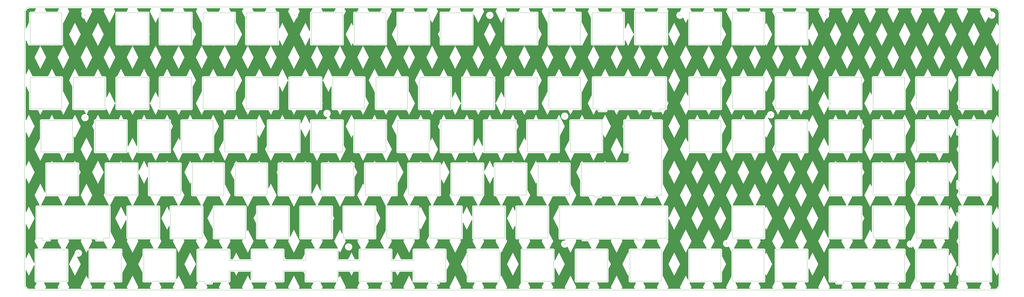
<source format=gtl>
G04 #@! TF.GenerationSoftware,KiCad,Pcbnew,(5.1.5)-3*
G04 #@! TF.CreationDate,2021-02-16T22:22:21+09:00*
G04 #@! TF.ProjectId,topplate,746f7070-6c61-4746-952e-6b696361645f,rev?*
G04 #@! TF.SameCoordinates,Original*
G04 #@! TF.FileFunction,Copper,L1,Top*
G04 #@! TF.FilePolarity,Positive*
%FSLAX46Y46*%
G04 Gerber Fmt 4.6, Leading zero omitted, Abs format (unit mm)*
G04 Created by KiCad (PCBNEW (5.1.5)-3) date 2021-02-16 22:22:21*
%MOMM*%
%LPD*%
G04 APERTURE LIST*
%ADD10C,0.010000*%
%ADD11C,0.254000*%
%ADD12C,0.350000*%
G04 APERTURE END LIST*
D10*
X273715510Y-78741000D02*
X226378510Y-78741000D01*
X263596510Y-93491400D02*
X263596510Y-92740400D01*
X273715510Y-92740400D02*
X273715510Y-78741000D01*
X260296510Y-92740400D02*
X260296510Y-93491400D01*
X263596510Y-92740400D02*
X273715510Y-92740400D01*
X260296510Y-93491400D02*
X263596510Y-93491400D01*
X239796510Y-92740400D02*
X260296510Y-92740400D01*
X239796510Y-93491400D02*
X239796510Y-92740400D01*
X236497510Y-93491400D02*
X239796510Y-93491400D01*
X236497510Y-92740400D02*
X236497510Y-93491400D01*
X226378510Y-92740400D02*
X236497510Y-92740400D01*
X226378510Y-78741000D02*
X226378510Y-92740400D01*
X271334510Y-73690300D02*
X271334510Y-40641000D01*
X265058510Y-73690300D02*
X265058510Y-74441400D01*
X268359510Y-73690300D02*
X271334510Y-73690300D01*
X271334510Y-40641000D02*
X254953510Y-40641000D01*
X244557510Y-73690300D02*
X265058510Y-73690300D01*
X268359510Y-74441400D02*
X268359510Y-73690300D01*
X265058510Y-74441400D02*
X268359510Y-74441400D01*
X257333510Y-54640300D02*
X257333510Y-59691000D01*
X235903510Y-73690300D02*
X241258510Y-73690300D01*
X257333510Y-59691000D02*
X235903510Y-59691000D01*
X244557510Y-74441400D02*
X244557510Y-73690300D01*
X241258510Y-74441400D02*
X244557510Y-74441400D01*
X235903510Y-59691000D02*
X235903510Y-73690300D01*
X254953510Y-54640300D02*
X257333510Y-54640300D01*
X254953510Y-40641000D02*
X254953510Y-54640300D01*
X241258510Y-73690300D02*
X241258510Y-74441400D01*
X402592510Y-81716300D02*
X402592510Y-78741000D01*
X401622510Y-46816100D02*
X402592510Y-46816100D01*
X401622510Y-43616400D02*
X401622510Y-46816100D01*
X402592510Y-43616400D02*
X401622510Y-43616400D01*
X402592510Y-40641000D02*
X402592510Y-43616400D01*
X345442510Y-97789800D02*
X345442510Y-111691420D01*
X114458510Y-97789800D02*
X114458510Y-102491600D01*
X348416510Y-111691420D02*
X348416510Y-112661560D01*
X345442510Y-111691420D02*
X348416510Y-111691420D01*
X80733910Y-97789800D02*
X66833710Y-97789800D01*
X90647510Y-102491600D02*
X80733910Y-102491600D01*
X138272510Y-102491600D02*
X128358510Y-102491600D01*
X104547510Y-102491600D02*
X104547510Y-97789800D01*
X114458510Y-102491600D02*
X104547510Y-102491600D01*
X90647510Y-97789800D02*
X90647510Y-102491600D01*
X128358510Y-102491600D02*
X128358510Y-97789800D01*
X104547510Y-97789800D02*
X90647510Y-97789800D01*
X128358510Y-97789800D02*
X114458510Y-97789800D01*
X80733910Y-102491600D02*
X80733910Y-97789800D01*
X348416510Y-112661560D02*
X351616510Y-112661560D01*
X173008510Y-111691420D02*
X175983510Y-111691420D01*
X169809510Y-111691420D02*
X169809510Y-112661560D01*
X138272510Y-111691420D02*
X152172510Y-111691420D01*
X128358510Y-106990920D02*
X138272510Y-106990920D01*
X173008510Y-112661560D02*
X173008510Y-111691420D01*
X175983510Y-97789800D02*
X162083510Y-97789800D01*
X152172510Y-111691420D02*
X152172510Y-106990920D01*
X175983510Y-111691420D02*
X175983510Y-97789800D01*
X162083510Y-106990920D02*
X162083510Y-111691420D01*
X114458510Y-106990920D02*
X114458510Y-111691420D01*
X138272510Y-97789800D02*
X138272510Y-102491600D01*
X169809510Y-112661560D02*
X173008510Y-112661560D01*
X114458510Y-111691420D02*
X128358510Y-111691420D01*
X152172510Y-97789800D02*
X138272510Y-97789800D01*
X152172510Y-102491600D02*
X152172510Y-97789800D01*
X162083510Y-102491600D02*
X152172510Y-102491600D01*
X162083510Y-97789800D02*
X162083510Y-102491600D01*
X162083510Y-111691420D02*
X169809510Y-111691420D01*
X152172510Y-106990920D02*
X162083510Y-106990920D01*
X104547510Y-111691420D02*
X104547510Y-106990920D01*
X104547510Y-106990920D02*
X114458510Y-106990920D01*
X128358510Y-111691420D02*
X128358510Y-106990920D01*
X138272510Y-106990920D02*
X138272510Y-111691420D01*
X66833710Y-111691420D02*
X69809010Y-111691420D01*
X80733910Y-106990920D02*
X90647510Y-106990920D01*
X80733910Y-111691420D02*
X80733910Y-106990920D01*
X66833710Y-97789800D02*
X66833710Y-111691420D01*
X69809010Y-111691420D02*
X69809010Y-112661560D01*
X90647510Y-111691420D02*
X104547510Y-111691420D01*
X73008710Y-111691420D02*
X80733910Y-111691420D01*
X69809010Y-112661560D02*
X73008710Y-112661560D01*
X73008710Y-112661560D02*
X73008710Y-111691420D01*
X90647510Y-106990920D02*
X90647510Y-111691420D01*
X364492510Y-54541500D02*
X364492510Y-40641000D01*
X359341510Y-54541500D02*
X345442510Y-54541500D01*
X345442510Y-40641000D02*
X359341510Y-40641000D01*
X321628510Y-40641000D02*
X335527510Y-40641000D01*
X378391510Y-40641000D02*
X378391510Y-54541500D01*
X335527510Y-54541500D02*
X321628510Y-54541500D01*
X397441510Y-54541500D02*
X383542510Y-54541500D01*
X383542510Y-40641000D02*
X397441510Y-40641000D01*
X345442510Y-54541500D02*
X345442510Y-40641000D01*
X302578510Y-54541500D02*
X302578510Y-40641000D01*
X297427510Y-54541500D02*
X283528510Y-54541500D01*
X316477510Y-54541500D02*
X302578510Y-54541500D01*
X302578510Y-40641000D02*
X316477510Y-40641000D01*
X359341510Y-40641000D02*
X359341510Y-54541500D01*
X316477510Y-40641000D02*
X316477510Y-54541500D01*
X283528510Y-54541500D02*
X283528510Y-40641000D01*
X335527510Y-40641000D02*
X335527510Y-54541500D01*
X321628510Y-54541500D02*
X321628510Y-40641000D01*
X397441510Y-40641000D02*
X397441510Y-54541500D01*
X383542510Y-54541500D02*
X383542510Y-40641000D01*
X378391510Y-54541500D02*
X364492510Y-54541500D01*
X364492510Y-40641000D02*
X378391510Y-40641000D01*
X116841510Y-40641000D02*
X130741510Y-40641000D01*
X59691410Y-40641000D02*
X73591510Y-40641000D01*
X-2221130Y-54541500D02*
X-2221130Y-40641000D01*
X193041510Y-40641000D02*
X206941510Y-40641000D01*
X111691510Y-54541500D02*
X97789510Y-54541500D01*
X-2221130Y-40641000D02*
X11677810Y-40641000D01*
X92641510Y-54541500D02*
X78741410Y-54541500D01*
X40641410Y-54541500D02*
X40641410Y-40641000D01*
X231141510Y-54541500D02*
X231141510Y-40641000D01*
X245040510Y-54541500D02*
X231141510Y-54541500D01*
X245040510Y-40641000D02*
X245040510Y-54541500D01*
X231141510Y-40641000D02*
X245040510Y-40641000D01*
X212091510Y-54541500D02*
X212091510Y-40641000D01*
X225991510Y-40641000D02*
X225991510Y-54541500D01*
X97789510Y-40641000D02*
X111691510Y-40641000D01*
X206941510Y-54541500D02*
X193041510Y-54541500D01*
X11677810Y-54541500D02*
X-2221130Y-54541500D01*
X187891510Y-40641000D02*
X187891510Y-54541500D01*
X173991510Y-40641000D02*
X187891510Y-40641000D01*
X154941510Y-40641000D02*
X168841510Y-40641000D01*
X130741510Y-40641000D02*
X130741510Y-54541500D01*
X135891510Y-40641000D02*
X149791510Y-40641000D01*
X59691410Y-54541500D02*
X59691410Y-40641000D01*
X116841510Y-54541500D02*
X116841510Y-40641000D01*
X111691510Y-40641000D02*
X111691510Y-54541500D01*
X21591410Y-40641000D02*
X35491510Y-40641000D01*
X11677810Y-40641000D02*
X11677810Y-54541500D01*
X149791510Y-54541500D02*
X135891510Y-54541500D01*
X78741410Y-40641000D02*
X92641510Y-40641000D01*
X54541510Y-54541500D02*
X40641410Y-54541500D01*
X40641410Y-40641000D02*
X54541510Y-40641000D01*
X154941510Y-54541500D02*
X154941510Y-40641000D01*
X135891510Y-54541500D02*
X135891510Y-40641000D01*
X97789510Y-54541500D02*
X97789510Y-40641000D01*
X149791510Y-40641000D02*
X149791510Y-54541500D01*
X206941510Y-40641000D02*
X206941510Y-54541500D01*
X21591410Y-54541500D02*
X21591410Y-40641000D01*
X416491510Y-40641000D02*
X402592510Y-40641000D01*
X212091510Y-40641000D02*
X225991510Y-40641000D01*
X168841510Y-54541500D02*
X154941510Y-54541500D01*
X168841510Y-40641000D02*
X168841510Y-54541500D01*
X187891510Y-54541500D02*
X173991510Y-54541500D01*
X225991510Y-54541500D02*
X212091510Y-54541500D01*
X130741510Y-54541500D02*
X116841510Y-54541500D01*
X35491510Y-40641000D02*
X35491510Y-54541500D01*
X193041510Y-54541500D02*
X193041510Y-40641000D01*
X173991510Y-54541500D02*
X173991510Y-40641000D01*
X73591510Y-40641000D02*
X73591510Y-54541500D01*
X54541510Y-40641000D02*
X54541510Y-54541500D01*
X73591510Y-54541500D02*
X59691410Y-54541500D01*
X35491510Y-54541500D02*
X21591410Y-54541500D01*
X297427510Y-40641000D02*
X297427510Y-54541500D01*
X283528510Y-40641000D02*
X297427510Y-40641000D01*
X92641510Y-40641000D02*
X92641510Y-54541500D01*
X78741410Y-54541500D02*
X78741410Y-40641000D01*
X364492510Y-73591500D02*
X364492510Y-59691000D01*
X416491510Y-73591500D02*
X416491510Y-40641000D01*
X378391510Y-59691000D02*
X378391510Y-73591500D01*
X211702510Y-59691000D02*
X211702510Y-73591500D01*
X230752510Y-59691000D02*
X230752510Y-73591500D01*
X159703510Y-59691000D02*
X173602510Y-59691000D01*
X364492510Y-59691000D02*
X378391510Y-59691000D01*
X359341510Y-73591500D02*
X345442510Y-73591500D01*
X173602510Y-59691000D02*
X173602510Y-73591500D01*
X159703510Y-73591500D02*
X159703510Y-59691000D01*
X402592510Y-73591500D02*
X416491510Y-73591500D01*
X402592510Y-70616200D02*
X402592510Y-73591500D01*
X197803510Y-59691000D02*
X211702510Y-59691000D01*
X397441510Y-73591500D02*
X383542510Y-73591500D01*
X378391510Y-73591500D02*
X364492510Y-73591500D01*
X192652510Y-73591500D02*
X178753510Y-73591500D01*
X216853510Y-73591500D02*
X216853510Y-59691000D01*
X345442510Y-59691000D02*
X359341510Y-59691000D01*
X401622510Y-70616200D02*
X402592510Y-70616200D01*
X401622510Y-67416500D02*
X401622510Y-70616200D01*
X402592510Y-46816100D02*
X402592510Y-67416500D01*
X397441510Y-59691000D02*
X397441510Y-73591500D01*
X383542510Y-59691000D02*
X397441510Y-59691000D01*
X178753510Y-73591500D02*
X178753510Y-59691000D01*
X230752510Y-73591500D02*
X216853510Y-73591500D01*
X197803510Y-73591500D02*
X197803510Y-59691000D01*
X173602510Y-73591500D02*
X159703510Y-73591500D01*
X383542510Y-73591500D02*
X383542510Y-59691000D01*
X345442510Y-73591500D02*
X345442510Y-59691000D01*
X359341510Y-59691000D02*
X359341510Y-73591500D01*
X216853510Y-59691000D02*
X230752510Y-59691000D01*
X211702510Y-73591500D02*
X197803510Y-73591500D01*
X178753510Y-59691000D02*
X192652510Y-59691000D01*
X402592510Y-67416500D02*
X401622510Y-67416500D01*
X192652510Y-59691000D02*
X192652510Y-73591500D01*
X154552510Y-59691000D02*
X154552510Y-73591500D01*
X135502510Y-59691000D02*
X135502510Y-73591500D01*
X83503910Y-73591500D02*
X83503910Y-59691000D01*
X78352610Y-73591500D02*
X64453910Y-73591500D01*
X154552510Y-73591500D02*
X140653510Y-73591500D01*
X40252610Y-73591500D02*
X26353910Y-73591500D01*
X140653510Y-59691000D02*
X154552510Y-59691000D01*
X83503910Y-59691000D02*
X97402510Y-59691000D01*
X121603510Y-59691000D02*
X135502510Y-59691000D01*
X102553510Y-73591500D02*
X102553510Y-59691000D01*
X116452510Y-73591500D02*
X102553510Y-73591500D01*
X45403910Y-73591500D02*
X45403910Y-59691000D01*
X102553510Y-59691000D02*
X116452510Y-59691000D01*
X14059010Y-73591500D02*
X158740Y-73591500D01*
X158740Y-73591500D02*
X158740Y-59691000D01*
X64453910Y-59691000D02*
X78352610Y-59691000D01*
X59302610Y-73591500D02*
X45403910Y-73591500D01*
X59302610Y-59691000D02*
X59302610Y-73591500D01*
X45403910Y-59691000D02*
X59302610Y-59691000D01*
X26353910Y-73591500D02*
X26353910Y-59691000D01*
X14059010Y-59691000D02*
X14059010Y-73591500D01*
X158740Y-59691000D02*
X14059010Y-59691000D01*
X64453910Y-73591500D02*
X64453910Y-59691000D01*
X116452510Y-59691000D02*
X116452510Y-73591500D01*
X121603510Y-73591500D02*
X121603510Y-59691000D01*
X135502510Y-73591500D02*
X121603510Y-73591500D01*
X97402510Y-73591500D02*
X83503910Y-73591500D01*
X26353910Y-59691000D02*
X40252610Y-59691000D01*
X97402510Y-59691000D02*
X97402510Y-73591500D01*
X78352610Y-59691000D02*
X78352610Y-73591500D01*
X40252610Y-59691000D02*
X40252610Y-73591500D01*
X140653510Y-73591500D02*
X140653510Y-59691000D01*
X383542510Y-92641400D02*
X383542510Y-78741000D01*
X383542510Y-78741000D02*
X397441510Y-78741000D01*
X345442510Y-78741000D02*
X359341510Y-78741000D01*
X359341510Y-92641400D02*
X345442510Y-92641400D01*
X364492510Y-92641400D02*
X364492510Y-78741000D01*
X202177510Y-78741000D02*
X202177510Y-92641400D01*
X378391510Y-78741000D02*
X378391510Y-92641400D01*
X207328510Y-92641400D02*
X207328510Y-78741000D01*
X221227510Y-92641400D02*
X207328510Y-92641400D01*
X302578510Y-78741000D02*
X316477510Y-78741000D01*
X397441510Y-92641400D02*
X383542510Y-92641400D01*
X221227510Y-78741000D02*
X221227510Y-92641400D01*
X397441510Y-78741000D02*
X397441510Y-92641400D01*
X359341510Y-78741000D02*
X359341510Y-92641400D01*
X207328510Y-78741000D02*
X221227510Y-78741000D01*
X378391510Y-92641400D02*
X364492510Y-92641400D01*
X188278510Y-92641400D02*
X188278510Y-78741000D01*
X364492510Y-78741000D02*
X378391510Y-78741000D01*
X345442510Y-92641400D02*
X345442510Y-78741000D01*
X316477510Y-92641400D02*
X302578510Y-92641400D01*
X302578510Y-92641400D02*
X302578510Y-78741000D01*
X316477510Y-78741000D02*
X316477510Y-92641400D01*
X188278510Y-78741000D02*
X202177510Y-78741000D01*
X202177510Y-92641400D02*
X188278510Y-92641400D01*
X150178510Y-78741000D02*
X164077510Y-78741000D01*
X131128510Y-92641400D02*
X131128510Y-78741000D01*
X112078510Y-92641400D02*
X112078510Y-78741000D01*
X125977510Y-92641400D02*
X112078510Y-92641400D01*
X68827610Y-78741000D02*
X68827610Y-92641400D01*
X125977510Y-78741000D02*
X125977510Y-92641400D01*
X73978910Y-92641400D02*
X73978910Y-78741000D01*
X68827610Y-92641400D02*
X54928910Y-92641400D01*
X35878910Y-78741000D02*
X49777610Y-78741000D01*
X169228510Y-92641400D02*
X169228510Y-78741000D01*
X164077510Y-78741000D02*
X164077510Y-92641400D01*
X73978910Y-78741000D02*
X87877610Y-78741000D01*
X183127510Y-78741000D02*
X183127510Y-92641400D01*
X150178510Y-92641400D02*
X150178510Y-78741000D01*
X54928910Y-78741000D02*
X68827610Y-78741000D01*
X183127510Y-92641400D02*
X169228510Y-92641400D01*
X54928910Y-92641400D02*
X54928910Y-78741000D01*
X106927510Y-92641400D02*
X93028510Y-92641400D01*
X169228510Y-78741000D02*
X183127510Y-78741000D01*
X164077510Y-92641400D02*
X150178510Y-92641400D01*
X145027510Y-92641400D02*
X131128510Y-92641400D01*
X49777610Y-78741000D02*
X49777610Y-92641400D01*
X145027510Y-78741000D02*
X145027510Y-92641400D01*
X131128510Y-78741000D02*
X145027510Y-78741000D01*
X106927510Y-78741000D02*
X106927510Y-92641400D01*
X93028510Y-78741000D02*
X106927510Y-78741000D01*
X87877610Y-78741000D02*
X87877610Y-92641400D01*
X87877610Y-92641400D02*
X73978910Y-92641400D01*
X112078510Y-78741000D02*
X125977510Y-78741000D01*
X35878910Y-92641400D02*
X35878910Y-78741000D01*
X93028510Y-92641400D02*
X93028510Y-78741000D01*
X49777610Y-92641400D02*
X35878910Y-92641400D01*
X27922010Y-78741000D02*
X-4177920Y-78741000D01*
X1572610Y-92641400D02*
X22172910Y-92641400D01*
X22172910Y-92641400D02*
X22172910Y-93611600D01*
X1572610Y-93611600D02*
X1572610Y-92641400D01*
X27922010Y-78741000D02*
X27922010Y-92641400D01*
X25372710Y-92641400D02*
X27922010Y-92641400D01*
X22172910Y-93611600D02*
X25372710Y-93611600D01*
X25372710Y-93611600D02*
X25372710Y-92641400D01*
X401622510Y-108716250D02*
X402592510Y-108716250D01*
X-4177920Y-78741000D02*
X-4177920Y-92641400D01*
X416491510Y-78741000D02*
X402592510Y-78741000D01*
X402592510Y-108716250D02*
X402592510Y-111691420D01*
X416491510Y-111691420D02*
X416491510Y-78741000D01*
X-1627190Y-93611600D02*
X1572610Y-93611600D01*
X-1627190Y-92641400D02*
X-1627190Y-93611600D01*
X402592510Y-111691420D02*
X416491510Y-111691420D01*
X-4177920Y-92641400D02*
X-1627190Y-92641400D01*
X401622510Y-81716300D02*
X401622510Y-84916100D01*
X316477510Y-111691420D02*
X302578510Y-111691420D01*
X397441510Y-97789800D02*
X397441510Y-111691420D01*
X383542510Y-97789800D02*
X397441510Y-97789800D01*
X302578510Y-111691420D02*
X302578510Y-97789800D01*
X397441510Y-111691420D02*
X383542510Y-111691420D01*
X401622510Y-105516420D02*
X401622510Y-108716250D01*
X321628510Y-111691420D02*
X321628510Y-97789800D01*
X402592510Y-105516420D02*
X401622510Y-105516420D01*
X402592510Y-81716300D02*
X401622510Y-81716300D01*
X401622510Y-84916100D02*
X402592510Y-84916100D01*
X335527510Y-111691420D02*
X321628510Y-111691420D01*
X335527510Y-97789800D02*
X335527510Y-111691420D01*
X383542510Y-111691420D02*
X383542510Y-97789800D01*
X402592510Y-84916100D02*
X402592510Y-105516420D01*
X321628510Y-97789800D02*
X335527510Y-97789800D01*
X178366510Y-21591000D02*
X178366510Y-35491500D01*
X202566510Y-35491500D02*
X202566510Y-21591000D01*
X235516510Y-35491500D02*
X221616510Y-35491500D01*
X183516510Y-35491500D02*
X183516510Y-21591000D01*
X164466510Y-21591000D02*
X178366510Y-21591000D01*
X216466510Y-21591000D02*
X216466510Y-35491500D01*
X297427510Y-21591000D02*
X297427510Y-35491500D01*
X283528510Y-21591000D02*
X297427510Y-21591000D01*
X302578510Y-21591000D02*
X316477510Y-21591000D01*
X283528510Y-35491500D02*
X283528510Y-21591000D01*
X216466510Y-35491500D02*
X202566510Y-35491500D01*
X183516510Y-21591000D02*
X197416510Y-21591000D01*
X297427510Y-35491500D02*
X283528510Y-35491500D01*
X221616510Y-21591000D02*
X235516510Y-21591000D01*
X197416510Y-21591000D02*
X197416510Y-35491500D01*
X145416510Y-35491500D02*
X145416510Y-21591000D01*
X221616510Y-35491500D02*
X221616510Y-21591000D01*
X335527510Y-21591000D02*
X335527510Y-35491500D01*
X321628510Y-21591000D02*
X335527510Y-21591000D01*
X302578510Y-35491500D02*
X302578510Y-21591000D01*
X316477510Y-35491500D02*
X302578510Y-35491500D01*
X316477510Y-21591000D02*
X316477510Y-35491500D01*
X164466510Y-35491500D02*
X164466510Y-21591000D01*
X178366510Y-35491500D02*
X164466510Y-35491500D01*
X159316510Y-35491500D02*
X145416510Y-35491500D01*
X235516510Y-21591000D02*
X235516510Y-35491500D01*
X197416510Y-35491500D02*
X183516510Y-35491500D01*
X202566510Y-21591000D02*
X216466510Y-21591000D01*
X31114910Y-35491500D02*
X31114910Y-21591000D01*
X126366510Y-21591000D02*
X140266510Y-21591000D01*
X121216510Y-21591000D02*
X121216510Y-35491500D01*
X107316510Y-21591000D02*
X121216510Y-21591000D01*
X25966510Y-21591000D02*
X25966510Y-35491500D01*
X83116510Y-21591000D02*
X83116510Y-35491500D01*
X246841510Y-35491500D02*
X267441511Y-35491500D01*
X140266510Y-21591000D02*
X140266510Y-35491500D01*
X88264910Y-35491500D02*
X88264910Y-21591000D01*
X107316510Y-35491500D02*
X107316510Y-21591000D01*
X273190510Y-35491500D02*
X273190510Y-21591000D01*
X243641510Y-36461700D02*
X246841510Y-36461700D01*
X12066410Y-35491500D02*
X12066410Y-21591000D01*
X241090510Y-35491500D02*
X243641510Y-35491500D01*
X241090510Y-21591000D02*
X241090510Y-28991300D01*
X6916710Y-21591000D02*
X6916710Y-35491500D01*
X121216510Y-35491500D02*
X107316510Y-35491500D01*
X69214910Y-35491500D02*
X69214910Y-21591000D01*
X64066510Y-35491500D02*
X50164910Y-35491500D01*
X267441510Y-36461700D02*
X270641510Y-36461700D01*
X102165510Y-21591000D02*
X102165510Y-35491500D01*
X-6985000Y-35491500D02*
X-6985000Y-21591000D01*
X270641510Y-36461700D02*
X270641510Y-35491500D01*
X243641510Y-35491500D02*
X243641510Y-36461700D01*
X126366510Y-35491500D02*
X126366510Y-21591000D01*
X140266510Y-35491500D02*
X126366510Y-35491500D01*
X25966510Y-35491500D02*
X12066410Y-35491500D01*
X102165510Y-35491500D02*
X88264910Y-35491500D01*
X88264910Y-21591000D02*
X102165510Y-21591000D01*
X-6985000Y-21591000D02*
X6916710Y-21591000D01*
X83116510Y-35491500D02*
X69214910Y-35491500D01*
X69214910Y-21591000D02*
X83116510Y-21591000D01*
X45016510Y-35491500D02*
X31114910Y-35491500D01*
X50164910Y-35491500D02*
X50164910Y-21591000D01*
X12066410Y-21591000D02*
X25966510Y-21591000D01*
X267441511Y-35491500D02*
X267441510Y-36461700D01*
X6916710Y-35491500D02*
X-6985000Y-35491500D01*
X273190510Y-21591000D02*
X241090510Y-21591000D01*
X241090510Y-28991300D02*
X241090510Y-35491500D01*
X64066510Y-21591000D02*
X64066510Y-35491500D01*
X50164910Y-21591000D02*
X64066510Y-21591000D01*
X31114910Y-21591000D02*
X45016510Y-21591000D01*
X246841510Y-36461700D02*
X246841510Y-35491500D01*
X45016510Y-21591000D02*
X45016510Y-35491500D01*
X270641510Y-35491500D02*
X273190510Y-35491500D01*
X159316510Y-21591000D02*
X159316510Y-35491500D01*
X145416510Y-21591000D02*
X159316510Y-21591000D01*
X223608510Y-97789800D02*
X223608510Y-111691420D01*
X302578510Y-97789800D02*
X316477510Y-97789800D01*
X283528510Y-111691420D02*
X283528510Y-97789800D01*
X247422510Y-111691420D02*
X233522510Y-111691420D01*
X257333510Y-97789800D02*
X271233510Y-97789800D01*
X199797510Y-97789800D02*
X199797510Y-111691420D01*
X297427510Y-97789800D02*
X297427510Y-111691420D01*
X271233510Y-111691420D02*
X257333510Y-111691420D01*
X247422510Y-97789800D02*
X247422510Y-111691420D01*
X233522510Y-97789800D02*
X247422510Y-97789800D01*
X283528510Y-97789800D02*
X297427510Y-97789800D01*
X209708510Y-111691420D02*
X209708510Y-97789800D01*
X209708510Y-97789800D02*
X223608510Y-97789800D01*
X271233510Y-97789800D02*
X271233510Y-111691420D01*
X316477510Y-97789800D02*
X316477510Y-111691420D01*
X257333510Y-111691420D02*
X257333510Y-97789800D01*
X185897510Y-111691420D02*
X185897510Y-97789800D01*
X199797510Y-111691420D02*
X185897510Y-111691420D01*
X43022610Y-111691420D02*
X43022610Y-97789800D01*
X185897510Y-97789800D02*
X199797510Y-97789800D01*
X297427510Y-111691420D02*
X283528510Y-111691420D01*
X233522510Y-111691420D02*
X233522510Y-97789800D01*
X223608510Y-111691420D02*
X209708510Y-111691420D01*
X375417510Y-111691420D02*
X378391510Y-111691420D01*
X372218510Y-112661560D02*
X375417510Y-112661560D01*
X-4602380Y-97789800D02*
X9297910Y-97789800D01*
X351616510Y-111691420D02*
X372218510Y-111691420D01*
X33108810Y-111691420D02*
X19208710Y-111691420D01*
X19208710Y-97789800D02*
X33108810Y-97789800D01*
X378391510Y-111691420D02*
X378391510Y-97789800D01*
X9297910Y-97789800D02*
X9297910Y-111691420D01*
X375417510Y-112661560D02*
X375417510Y-111691420D01*
X351616510Y-112661560D02*
X351616510Y-111691420D01*
X372218510Y-111691420D02*
X372218510Y-112661560D01*
X56922810Y-111691420D02*
X43022610Y-111691420D01*
X9297910Y-111691420D02*
X-4602380Y-111691420D01*
X56922810Y-97789800D02*
X56922810Y-111691420D01*
X43022610Y-97789800D02*
X56922810Y-97789800D01*
X19208710Y-111691420D02*
X19208710Y-97789800D01*
X33108810Y-97789800D02*
X33108810Y-111691420D01*
X-4602380Y-111691420D02*
X-4602380Y-97789800D01*
X378391510Y-97789800D02*
X345442510Y-97789800D01*
X31114910Y-6917000D02*
X31114910Y6985000D01*
X345442510Y-21591000D02*
X359341510Y-21591000D01*
X45016510Y-6917000D02*
X31114910Y-6917000D01*
X45016510Y6985000D02*
X45016510Y-6917000D01*
X31114910Y6985000D02*
X45016510Y6985000D01*
X6916710Y-6917000D02*
X-6985000Y-6917000D01*
X397441510Y-21591000D02*
X397441510Y-35491500D01*
X364492510Y-35491500D02*
X364492510Y-21591000D01*
X397441510Y-35491500D02*
X383542510Y-35491500D01*
X378391510Y-21591000D02*
X378391510Y-35491500D01*
X383542510Y-21591000D02*
X397441510Y-21591000D01*
X-6985000Y6985000D02*
X6916710Y6985000D01*
X-6985000Y-6917000D02*
X-6985000Y6985000D01*
X6916710Y6985000D02*
X6916710Y-6917000D01*
X64066510Y6985000D02*
X64066510Y-6917000D01*
X383542510Y-35491500D02*
X383542510Y-21591000D01*
X359341510Y-35491500D02*
X345442510Y-35491500D01*
X416491510Y-35491500D02*
X402592510Y-35491500D01*
X416491510Y-21591000D02*
X416491510Y-35491500D01*
X359341510Y-21591000D02*
X359341510Y-35491500D01*
X364492510Y-21591000D02*
X378391510Y-21591000D01*
X335527510Y-35491500D02*
X321628510Y-35491500D01*
X345442510Y-35491500D02*
X345442510Y-21591000D01*
X321628510Y-35491500D02*
X321628510Y-21591000D01*
X378391510Y-35491500D02*
X364492510Y-35491500D01*
X50164910Y6985000D02*
X64066510Y6985000D01*
X402592510Y-35491500D02*
X402592510Y-21591000D01*
X402592510Y-21591000D02*
X416491510Y-21591000D01*
X202566510Y6985000D02*
X216466510Y6985000D01*
X173991510Y-6917000D02*
X173991510Y6985000D01*
X259716510Y6985000D02*
X273616510Y6985000D01*
X83116510Y-6917000D02*
X69214910Y-6917000D01*
X69214910Y6985000D02*
X83116510Y6985000D01*
X335527510Y6985000D02*
X335527510Y-6917000D01*
X321628510Y6985000D02*
X335527510Y6985000D01*
X297427510Y-6917000D02*
X283528510Y-6917000D01*
X221616510Y6985000D02*
X235516510Y6985000D01*
X154941510Y-6917000D02*
X154941510Y6985000D01*
X149790510Y6985000D02*
X149790510Y-6917000D01*
X64066510Y-6917000D02*
X50164910Y-6917000D01*
X149790510Y-6917000D02*
X135891510Y-6917000D01*
X116841510Y6985000D02*
X130740510Y6985000D01*
X102165510Y6985000D02*
X102165510Y-6917000D01*
X302578510Y-6917000D02*
X302578510Y6985000D01*
X283528510Y6985000D02*
X297427510Y6985000D01*
X240666510Y-6917000D02*
X240666510Y6985000D01*
X69214910Y-6917000D02*
X69214910Y6985000D01*
X235516510Y-6917000D02*
X221616510Y-6917000D01*
X154941510Y6985000D02*
X168841510Y6985000D01*
X316477510Y-6917000D02*
X302578510Y-6917000D01*
X202566510Y-6917000D02*
X202566510Y6985000D01*
X135891510Y6985000D02*
X149790510Y6985000D01*
X240666510Y6985000D02*
X254566510Y6985000D01*
X216466510Y-6917000D02*
X202566510Y-6917000D01*
X135891510Y-6917000D02*
X135891510Y6985000D01*
X83116510Y6985000D02*
X83116510Y-6917000D01*
X102165510Y-6917000D02*
X88264910Y-6917000D01*
X187891510Y-6917000D02*
X173991510Y-6917000D01*
X216466510Y6985000D02*
X216466510Y-6917000D01*
X316477510Y6985000D02*
X316477510Y-6917000D01*
X130740510Y6985000D02*
X130740510Y-6917000D01*
X50164910Y-6917000D02*
X50164910Y6985000D01*
X254566510Y-6917000D02*
X240666510Y-6917000D01*
X302578510Y6985000D02*
X316477510Y6985000D01*
X321628510Y-6917000D02*
X321628510Y6985000D01*
X221616510Y-6917000D02*
X221616510Y6985000D01*
X335527510Y-6917000D02*
X321628510Y-6917000D01*
X273616510Y6985000D02*
X273616510Y-6917000D01*
X254566510Y6985000D02*
X254566510Y-6917000D01*
X173991510Y6985000D02*
X187891510Y6985000D01*
X88264910Y-6917000D02*
X88264910Y6985000D01*
X187891510Y6985000D02*
X187891510Y-6917000D01*
X168841510Y6985000D02*
X168841510Y-6917000D01*
X259716510Y-6917000D02*
X259716510Y6985000D01*
X168841510Y-6917000D02*
X154941510Y-6917000D01*
X297427510Y6985000D02*
X297427510Y-6917000D01*
X273616510Y-6917000D02*
X259716510Y-6917000D01*
X116841510Y-6917000D02*
X116841510Y6985000D01*
X283528510Y-6917000D02*
X283528510Y6985000D01*
X235516510Y6985000D02*
X235516510Y-6917000D01*
X130740510Y-6917000D02*
X116841510Y-6917000D01*
X88264910Y6985000D02*
X102165510Y6985000D01*
X420370000Y6985000D02*
X420370000Y-113030000D01*
X420370000Y-113030000D02*
G75*
G02X417830000Y-115570000I-2540000J0D01*
G01*
X-6985000Y-115570000D02*
X417830000Y-115570000D01*
X417830000Y9525000D02*
X-6985000Y9525000D01*
X417830000Y9525000D02*
G75*
G02X420370000Y6985000I0J-2540000D01*
G01*
X-9525000Y-113030000D02*
X-9525000Y6985000D01*
X-6985000Y-115570000D02*
G75*
G02X-9525000Y-113030000I0J2540000D01*
G01*
X-9525000Y6985000D02*
G75*
G02X-6985000Y9525000I2540000J0D01*
G01*
D11*
G36*
X187638510Y-92609966D02*
G01*
X187635414Y-92641400D01*
X187647771Y-92766862D01*
X187684367Y-92887502D01*
X187743795Y-92998685D01*
X187759201Y-93017457D01*
X187823772Y-93096138D01*
X187921225Y-93176115D01*
X188032408Y-93235543D01*
X188153048Y-93272139D01*
X188171054Y-93273912D01*
X187846408Y-93923204D01*
X187839517Y-93939839D01*
X187833997Y-93964116D01*
X187833320Y-93989003D01*
X187837510Y-94013544D01*
X187846408Y-94036796D01*
X189402910Y-97149800D01*
X185928944Y-97149800D01*
X185897510Y-97146704D01*
X185866076Y-97149800D01*
X185772048Y-97159061D01*
X185651408Y-97195657D01*
X185540225Y-97255085D01*
X185442772Y-97335062D01*
X185362795Y-97432515D01*
X185303367Y-97543698D01*
X185266771Y-97664338D01*
X185254414Y-97789800D01*
X185257511Y-97821244D01*
X185257511Y-99100998D01*
X182766408Y-104083204D01*
X182759517Y-104099839D01*
X182753997Y-104124116D01*
X182753320Y-104149003D01*
X182757510Y-104173544D01*
X182766408Y-104196796D01*
X185257510Y-109179000D01*
X185257510Y-111659986D01*
X185254414Y-111691420D01*
X185266771Y-111816882D01*
X185303367Y-111937522D01*
X185362795Y-112048705D01*
X185442772Y-112146158D01*
X185540225Y-112226135D01*
X185651408Y-112285563D01*
X185772048Y-112322159D01*
X185897510Y-112334516D01*
X185928944Y-112331420D01*
X188802300Y-112331420D01*
X187846408Y-114243204D01*
X187839517Y-114259839D01*
X187833997Y-114284116D01*
X187833320Y-114309003D01*
X187837510Y-114333544D01*
X187846408Y-114356796D01*
X188133010Y-114930000D01*
X182706990Y-114930000D01*
X182993592Y-114356796D01*
X183000483Y-114340161D01*
X183006003Y-114315884D01*
X183006680Y-114290997D01*
X183002490Y-114266456D01*
X182993592Y-114243204D01*
X180453592Y-109163204D01*
X180435943Y-109136789D01*
X180417866Y-109119671D01*
X180396796Y-109106408D01*
X180373544Y-109097510D01*
X180349003Y-109093320D01*
X180324116Y-109093997D01*
X180299839Y-109099517D01*
X180277106Y-109109667D01*
X180256789Y-109124057D01*
X180239671Y-109142134D01*
X180226408Y-109163204D01*
X177686408Y-114243204D01*
X177679517Y-114259839D01*
X177673997Y-114284116D01*
X177673320Y-114309003D01*
X177677510Y-114333544D01*
X177686408Y-114356796D01*
X177973010Y-114930000D01*
X172546990Y-114930000D01*
X172833592Y-114356796D01*
X172840483Y-114340161D01*
X172846003Y-114315884D01*
X172846680Y-114290997D01*
X172842490Y-114266456D01*
X172833592Y-114243204D01*
X172362770Y-113301560D01*
X172977076Y-113301560D01*
X173008510Y-113304656D01*
X173039944Y-113301560D01*
X173133972Y-113292299D01*
X173254612Y-113255703D01*
X173365795Y-113196275D01*
X173463248Y-113116298D01*
X173543225Y-113018845D01*
X173602653Y-112907662D01*
X173639249Y-112787022D01*
X173651606Y-112661560D01*
X173648510Y-112630126D01*
X173648510Y-112331420D01*
X175952076Y-112331420D01*
X175983510Y-112334516D01*
X176014944Y-112331420D01*
X176108972Y-112322159D01*
X176229612Y-112285563D01*
X176340795Y-112226135D01*
X176438248Y-112146158D01*
X176518225Y-112048705D01*
X176577653Y-111937522D01*
X176614249Y-111816882D01*
X176626606Y-111691420D01*
X176623510Y-111659986D01*
X176623510Y-106776960D01*
X177913592Y-104196796D01*
X177920483Y-104180161D01*
X177926003Y-104155884D01*
X177926680Y-104130997D01*
X177922490Y-104106456D01*
X177913592Y-104083204D01*
X176623510Y-101503040D01*
X176623510Y-97821234D01*
X176626606Y-97789800D01*
X176614249Y-97664338D01*
X176577653Y-97543698D01*
X176518225Y-97432515D01*
X176438248Y-97335062D01*
X176340795Y-97255085D01*
X176229612Y-97195657D01*
X176108972Y-97159061D01*
X176014944Y-97149800D01*
X175983510Y-97146704D01*
X175952076Y-97149800D01*
X171277090Y-97149800D01*
X172833592Y-94036796D01*
X172840483Y-94020161D01*
X172846003Y-93995884D01*
X172846680Y-93970997D01*
X172842490Y-93946456D01*
X172833592Y-93923204D01*
X172512690Y-93281400D01*
X178007310Y-93281400D01*
X177686408Y-93923204D01*
X177679517Y-93939839D01*
X177673997Y-93964116D01*
X177673320Y-93989003D01*
X177677510Y-94013544D01*
X177686408Y-94036796D01*
X180226408Y-99116796D01*
X180244057Y-99143211D01*
X180262134Y-99160329D01*
X180283204Y-99173592D01*
X180306456Y-99182490D01*
X180330997Y-99186680D01*
X180355884Y-99186003D01*
X180380161Y-99180483D01*
X180402894Y-99170333D01*
X180423211Y-99155943D01*
X180440329Y-99137866D01*
X180453592Y-99116796D01*
X182993592Y-94036796D01*
X183000483Y-94020161D01*
X183006003Y-93995884D01*
X183006680Y-93970997D01*
X183002490Y-93946456D01*
X182993592Y-93923204D01*
X182672690Y-93281400D01*
X183096076Y-93281400D01*
X183127510Y-93284496D01*
X183158944Y-93281400D01*
X183252972Y-93272139D01*
X183373612Y-93235543D01*
X183484795Y-93176115D01*
X183582248Y-93096138D01*
X183662225Y-92998685D01*
X183721653Y-92887502D01*
X183758249Y-92766862D01*
X183770606Y-92641400D01*
X183767510Y-92609966D01*
X183767510Y-85879000D01*
X185306408Y-88956796D01*
X185324057Y-88983211D01*
X185342134Y-89000329D01*
X185363204Y-89013592D01*
X185386456Y-89022490D01*
X185410997Y-89026680D01*
X185435884Y-89026003D01*
X185460161Y-89020483D01*
X185482894Y-89010333D01*
X185503211Y-88995943D01*
X185520329Y-88977866D01*
X185533592Y-88956796D01*
X187638511Y-84746959D01*
X187638510Y-92609966D01*
G37*
X187638510Y-92609966D02*
X187635414Y-92641400D01*
X187647771Y-92766862D01*
X187684367Y-92887502D01*
X187743795Y-92998685D01*
X187759201Y-93017457D01*
X187823772Y-93096138D01*
X187921225Y-93176115D01*
X188032408Y-93235543D01*
X188153048Y-93272139D01*
X188171054Y-93273912D01*
X187846408Y-93923204D01*
X187839517Y-93939839D01*
X187833997Y-93964116D01*
X187833320Y-93989003D01*
X187837510Y-94013544D01*
X187846408Y-94036796D01*
X189402910Y-97149800D01*
X185928944Y-97149800D01*
X185897510Y-97146704D01*
X185866076Y-97149800D01*
X185772048Y-97159061D01*
X185651408Y-97195657D01*
X185540225Y-97255085D01*
X185442772Y-97335062D01*
X185362795Y-97432515D01*
X185303367Y-97543698D01*
X185266771Y-97664338D01*
X185254414Y-97789800D01*
X185257511Y-97821244D01*
X185257511Y-99100998D01*
X182766408Y-104083204D01*
X182759517Y-104099839D01*
X182753997Y-104124116D01*
X182753320Y-104149003D01*
X182757510Y-104173544D01*
X182766408Y-104196796D01*
X185257510Y-109179000D01*
X185257510Y-111659986D01*
X185254414Y-111691420D01*
X185266771Y-111816882D01*
X185303367Y-111937522D01*
X185362795Y-112048705D01*
X185442772Y-112146158D01*
X185540225Y-112226135D01*
X185651408Y-112285563D01*
X185772048Y-112322159D01*
X185897510Y-112334516D01*
X185928944Y-112331420D01*
X188802300Y-112331420D01*
X187846408Y-114243204D01*
X187839517Y-114259839D01*
X187833997Y-114284116D01*
X187833320Y-114309003D01*
X187837510Y-114333544D01*
X187846408Y-114356796D01*
X188133010Y-114930000D01*
X182706990Y-114930000D01*
X182993592Y-114356796D01*
X183000483Y-114340161D01*
X183006003Y-114315884D01*
X183006680Y-114290997D01*
X183002490Y-114266456D01*
X182993592Y-114243204D01*
X180453592Y-109163204D01*
X180435943Y-109136789D01*
X180417866Y-109119671D01*
X180396796Y-109106408D01*
X180373544Y-109097510D01*
X180349003Y-109093320D01*
X180324116Y-109093997D01*
X180299839Y-109099517D01*
X180277106Y-109109667D01*
X180256789Y-109124057D01*
X180239671Y-109142134D01*
X180226408Y-109163204D01*
X177686408Y-114243204D01*
X177679517Y-114259839D01*
X177673997Y-114284116D01*
X177673320Y-114309003D01*
X177677510Y-114333544D01*
X177686408Y-114356796D01*
X177973010Y-114930000D01*
X172546990Y-114930000D01*
X172833592Y-114356796D01*
X172840483Y-114340161D01*
X172846003Y-114315884D01*
X172846680Y-114290997D01*
X172842490Y-114266456D01*
X172833592Y-114243204D01*
X172362770Y-113301560D01*
X172977076Y-113301560D01*
X173008510Y-113304656D01*
X173039944Y-113301560D01*
X173133972Y-113292299D01*
X173254612Y-113255703D01*
X173365795Y-113196275D01*
X173463248Y-113116298D01*
X173543225Y-113018845D01*
X173602653Y-112907662D01*
X173639249Y-112787022D01*
X173651606Y-112661560D01*
X173648510Y-112630126D01*
X173648510Y-112331420D01*
X175952076Y-112331420D01*
X175983510Y-112334516D01*
X176014944Y-112331420D01*
X176108972Y-112322159D01*
X176229612Y-112285563D01*
X176340795Y-112226135D01*
X176438248Y-112146158D01*
X176518225Y-112048705D01*
X176577653Y-111937522D01*
X176614249Y-111816882D01*
X176626606Y-111691420D01*
X176623510Y-111659986D01*
X176623510Y-106776960D01*
X177913592Y-104196796D01*
X177920483Y-104180161D01*
X177926003Y-104155884D01*
X177926680Y-104130997D01*
X177922490Y-104106456D01*
X177913592Y-104083204D01*
X176623510Y-101503040D01*
X176623510Y-97821234D01*
X176626606Y-97789800D01*
X176614249Y-97664338D01*
X176577653Y-97543698D01*
X176518225Y-97432515D01*
X176438248Y-97335062D01*
X176340795Y-97255085D01*
X176229612Y-97195657D01*
X176108972Y-97159061D01*
X176014944Y-97149800D01*
X175983510Y-97146704D01*
X175952076Y-97149800D01*
X171277090Y-97149800D01*
X172833592Y-94036796D01*
X172840483Y-94020161D01*
X172846003Y-93995884D01*
X172846680Y-93970997D01*
X172842490Y-93946456D01*
X172833592Y-93923204D01*
X172512690Y-93281400D01*
X178007310Y-93281400D01*
X177686408Y-93923204D01*
X177679517Y-93939839D01*
X177673997Y-93964116D01*
X177673320Y-93989003D01*
X177677510Y-94013544D01*
X177686408Y-94036796D01*
X180226408Y-99116796D01*
X180244057Y-99143211D01*
X180262134Y-99160329D01*
X180283204Y-99173592D01*
X180306456Y-99182490D01*
X180330997Y-99186680D01*
X180355884Y-99186003D01*
X180380161Y-99180483D01*
X180402894Y-99170333D01*
X180423211Y-99155943D01*
X180440329Y-99137866D01*
X180453592Y-99116796D01*
X182993592Y-94036796D01*
X183000483Y-94020161D01*
X183006003Y-93995884D01*
X183006680Y-93970997D01*
X183002490Y-93946456D01*
X182993592Y-93923204D01*
X182672690Y-93281400D01*
X183096076Y-93281400D01*
X183127510Y-93284496D01*
X183158944Y-93281400D01*
X183252972Y-93272139D01*
X183373612Y-93235543D01*
X183484795Y-93176115D01*
X183582248Y-93096138D01*
X183662225Y-92998685D01*
X183721653Y-92887502D01*
X183758249Y-92766862D01*
X183770606Y-92641400D01*
X183767510Y-92609966D01*
X183767510Y-85879000D01*
X185306408Y-88956796D01*
X185324057Y-88983211D01*
X185342134Y-89000329D01*
X185363204Y-89013592D01*
X185386456Y-89022490D01*
X185410997Y-89026680D01*
X185435884Y-89026003D01*
X185460161Y-89020483D01*
X185482894Y-89010333D01*
X185503211Y-88995943D01*
X185520329Y-88977866D01*
X185533592Y-88956796D01*
X187638511Y-84746959D01*
X187638510Y-92609966D01*
G36*
X418986408Y-109276796D02*
G01*
X419004057Y-109303211D01*
X419022134Y-109320329D01*
X419043204Y-109333592D01*
X419066456Y-109342490D01*
X419090997Y-109346680D01*
X419115884Y-109346003D01*
X419140161Y-109340483D01*
X419162894Y-109330333D01*
X419183211Y-109315943D01*
X419200329Y-109297866D01*
X419213592Y-109276796D01*
X419730001Y-108243978D01*
X419730001Y-112998684D01*
X419690803Y-113398454D01*
X419583799Y-113752865D01*
X419409992Y-114079749D01*
X419176009Y-114366641D01*
X418890750Y-114602626D01*
X418565089Y-114778711D01*
X418211432Y-114888186D01*
X417813601Y-114930000D01*
X416386990Y-114930000D01*
X416673592Y-114356796D01*
X416680483Y-114340161D01*
X416686003Y-114315884D01*
X416686680Y-114290997D01*
X416682490Y-114266456D01*
X416673592Y-114243204D01*
X415717700Y-112331420D01*
X416460076Y-112331420D01*
X416491510Y-112334516D01*
X416522944Y-112331420D01*
X416616972Y-112322159D01*
X416737612Y-112285563D01*
X416848795Y-112226135D01*
X416946248Y-112146158D01*
X417026225Y-112048705D01*
X417085653Y-111937522D01*
X417122249Y-111816882D01*
X417134606Y-111691420D01*
X417131510Y-111659986D01*
X417131510Y-105567000D01*
X418986408Y-109276796D01*
G37*
X418986408Y-109276796D02*
X419004057Y-109303211D01*
X419022134Y-109320329D01*
X419043204Y-109333592D01*
X419066456Y-109342490D01*
X419090997Y-109346680D01*
X419115884Y-109346003D01*
X419140161Y-109340483D01*
X419162894Y-109330333D01*
X419183211Y-109315943D01*
X419200329Y-109297866D01*
X419213592Y-109276796D01*
X419730001Y-108243978D01*
X419730001Y-112998684D01*
X419690803Y-113398454D01*
X419583799Y-113752865D01*
X419409992Y-114079749D01*
X419176009Y-114366641D01*
X418890750Y-114602626D01*
X418565089Y-114778711D01*
X418211432Y-114888186D01*
X417813601Y-114930000D01*
X416386990Y-114930000D01*
X416673592Y-114356796D01*
X416680483Y-114340161D01*
X416686003Y-114315884D01*
X416686680Y-114290997D01*
X416682490Y-114266456D01*
X416673592Y-114243204D01*
X415717700Y-112331420D01*
X416460076Y-112331420D01*
X416491510Y-112334516D01*
X416522944Y-112331420D01*
X416616972Y-112322159D01*
X416737612Y-112285563D01*
X416848795Y-112226135D01*
X416946248Y-112146158D01*
X417026225Y-112048705D01*
X417085653Y-111937522D01*
X417122249Y-111816882D01*
X417134606Y-111691420D01*
X417131510Y-111659986D01*
X417131510Y-105567000D01*
X418986408Y-109276796D01*
G36*
X161628772Y-112146158D02*
G01*
X161726225Y-112226135D01*
X161837408Y-112285563D01*
X161958048Y-112322159D01*
X162052076Y-112331420D01*
X162083510Y-112334516D01*
X162114944Y-112331420D01*
X168482300Y-112331420D01*
X167526408Y-114243204D01*
X167519517Y-114259839D01*
X167513997Y-114284116D01*
X167513320Y-114309003D01*
X167517510Y-114333544D01*
X167526408Y-114356796D01*
X167813010Y-114930000D01*
X162386990Y-114930000D01*
X162673592Y-114356796D01*
X162680483Y-114340161D01*
X162686003Y-114315884D01*
X162686680Y-114290997D01*
X162682490Y-114266456D01*
X162673592Y-114243204D01*
X161619295Y-112134610D01*
X161628772Y-112146158D01*
G37*
X161628772Y-112146158D02*
X161726225Y-112226135D01*
X161837408Y-112285563D01*
X161958048Y-112322159D01*
X162052076Y-112331420D01*
X162083510Y-112334516D01*
X162114944Y-112331420D01*
X168482300Y-112331420D01*
X167526408Y-114243204D01*
X167519517Y-114259839D01*
X167513997Y-114284116D01*
X167513320Y-114309003D01*
X167517510Y-114333544D01*
X167526408Y-114356796D01*
X167813010Y-114930000D01*
X162386990Y-114930000D01*
X162673592Y-114356796D01*
X162680483Y-114340161D01*
X162686003Y-114315884D01*
X162686680Y-114290997D01*
X162682490Y-114266456D01*
X162673592Y-114243204D01*
X161619295Y-112134610D01*
X161628772Y-112146158D01*
G36*
X4966408Y-114243204D02*
G01*
X4959517Y-114259839D01*
X4953997Y-114284116D01*
X4953320Y-114309003D01*
X4957510Y-114333544D01*
X4966408Y-114356796D01*
X5253010Y-114930000D01*
X-173010Y-114930000D01*
X113592Y-114356796D01*
X120483Y-114340161D01*
X126003Y-114315884D01*
X126680Y-114290997D01*
X122490Y-114266456D01*
X113592Y-114243204D01*
X-842300Y-112331420D01*
X5922300Y-112331420D01*
X4966408Y-114243204D01*
G37*
X4966408Y-114243204D02*
X4959517Y-114259839D01*
X4953997Y-114284116D01*
X4953320Y-114309003D01*
X4957510Y-114333544D01*
X4966408Y-114356796D01*
X5253010Y-114930000D01*
X-173010Y-114930000D01*
X113592Y-114356796D01*
X120483Y-114340161D01*
X126003Y-114315884D01*
X126680Y-114290997D01*
X122490Y-114266456D01*
X113592Y-114243204D01*
X-842300Y-112331420D01*
X5922300Y-112331420D01*
X4966408Y-114243204D01*
G36*
X55766408Y-114243204D02*
G01*
X55759517Y-114259839D01*
X55753997Y-114284116D01*
X55753320Y-114309003D01*
X55757510Y-114333544D01*
X55766408Y-114356796D01*
X56053010Y-114930000D01*
X50626990Y-114930000D01*
X50913592Y-114356796D01*
X50920483Y-114340161D01*
X50926003Y-114315884D01*
X50926680Y-114290997D01*
X50922490Y-114266456D01*
X50913592Y-114243204D01*
X49957700Y-112331420D01*
X56722300Y-112331420D01*
X55766408Y-114243204D01*
G37*
X55766408Y-114243204D02*
X55759517Y-114259839D01*
X55753997Y-114284116D01*
X55753320Y-114309003D01*
X55757510Y-114333544D01*
X55766408Y-114356796D01*
X56053010Y-114930000D01*
X50626990Y-114930000D01*
X50913592Y-114356796D01*
X50920483Y-114340161D01*
X50926003Y-114315884D01*
X50926680Y-114290997D01*
X50922490Y-114266456D01*
X50913592Y-114243204D01*
X49957700Y-112331420D01*
X56722300Y-112331420D01*
X55766408Y-114243204D01*
G36*
X269126408Y-114243204D02*
G01*
X269119517Y-114259839D01*
X269113997Y-114284116D01*
X269113320Y-114309003D01*
X269117510Y-114333544D01*
X269126408Y-114356796D01*
X269413010Y-114930000D01*
X263986990Y-114930000D01*
X264273592Y-114356796D01*
X264280483Y-114340161D01*
X264286003Y-114315884D01*
X264286680Y-114290997D01*
X264282490Y-114266456D01*
X264273592Y-114243204D01*
X263317700Y-112331420D01*
X270082300Y-112331420D01*
X269126408Y-114243204D01*
G37*
X269126408Y-114243204D02*
X269119517Y-114259839D01*
X269113997Y-114284116D01*
X269113320Y-114309003D01*
X269117510Y-114333544D01*
X269126408Y-114356796D01*
X269413010Y-114930000D01*
X263986990Y-114930000D01*
X264273592Y-114356796D01*
X264280483Y-114340161D01*
X264286003Y-114315884D01*
X264286680Y-114290997D01*
X264282490Y-114266456D01*
X264273592Y-114243204D01*
X263317700Y-112331420D01*
X270082300Y-112331420D01*
X269126408Y-114243204D01*
G36*
X126886408Y-114243204D02*
G01*
X126879517Y-114259839D01*
X126873997Y-114284116D01*
X126873320Y-114309003D01*
X126877510Y-114333544D01*
X126886408Y-114356796D01*
X127173010Y-114930000D01*
X121746990Y-114930000D01*
X122033592Y-114356796D01*
X122040483Y-114340161D01*
X122046003Y-114315884D01*
X122046680Y-114290997D01*
X122042490Y-114266456D01*
X122033592Y-114243204D01*
X121077700Y-112331420D01*
X127842300Y-112331420D01*
X126886408Y-114243204D01*
G37*
X126886408Y-114243204D02*
X126879517Y-114259839D01*
X126873997Y-114284116D01*
X126873320Y-114309003D01*
X126877510Y-114333544D01*
X126886408Y-114356796D01*
X127173010Y-114930000D01*
X121746990Y-114930000D01*
X122033592Y-114356796D01*
X122040483Y-114340161D01*
X122046003Y-114315884D01*
X122046680Y-114290997D01*
X122042490Y-114266456D01*
X122033592Y-114243204D01*
X121077700Y-112331420D01*
X127842300Y-112331420D01*
X126886408Y-114243204D01*
G36*
X411366408Y-114243204D02*
G01*
X411359517Y-114259839D01*
X411353997Y-114284116D01*
X411353320Y-114309003D01*
X411357510Y-114333544D01*
X411366408Y-114356796D01*
X411653010Y-114930000D01*
X406226990Y-114930000D01*
X406513592Y-114356796D01*
X406520483Y-114340161D01*
X406526003Y-114315884D01*
X406526680Y-114290997D01*
X406522490Y-114266456D01*
X406513592Y-114243204D01*
X405557700Y-112331420D01*
X412322300Y-112331420D01*
X411366408Y-114243204D01*
G37*
X411366408Y-114243204D02*
X411359517Y-114259839D01*
X411353997Y-114284116D01*
X411353320Y-114309003D01*
X411357510Y-114333544D01*
X411366408Y-114356796D01*
X411653010Y-114930000D01*
X406226990Y-114930000D01*
X406513592Y-114356796D01*
X406520483Y-114340161D01*
X406526003Y-114315884D01*
X406526680Y-114290997D01*
X406522490Y-114266456D01*
X406513592Y-114243204D01*
X405557700Y-112331420D01*
X412322300Y-112331420D01*
X411366408Y-114243204D01*
G36*
X76086408Y-114243204D02*
G01*
X76079517Y-114259839D01*
X76073997Y-114284116D01*
X76073320Y-114309003D01*
X76077510Y-114333544D01*
X76086408Y-114356796D01*
X76373010Y-114930000D01*
X70946990Y-114930000D01*
X71233592Y-114356796D01*
X71240483Y-114340161D01*
X71246003Y-114315884D01*
X71246680Y-114290997D01*
X71242490Y-114266456D01*
X71233592Y-114243204D01*
X70762770Y-113301560D01*
X72977276Y-113301560D01*
X73008710Y-113304656D01*
X73040144Y-113301560D01*
X73134172Y-113292299D01*
X73254812Y-113255703D01*
X73365995Y-113196275D01*
X73463448Y-113116298D01*
X73543425Y-113018845D01*
X73602853Y-112907662D01*
X73639449Y-112787022D01*
X73651806Y-112661560D01*
X73648710Y-112630126D01*
X73648710Y-112331420D01*
X77042300Y-112331420D01*
X76086408Y-114243204D01*
G37*
X76086408Y-114243204D02*
X76079517Y-114259839D01*
X76073997Y-114284116D01*
X76073320Y-114309003D01*
X76077510Y-114333544D01*
X76086408Y-114356796D01*
X76373010Y-114930000D01*
X70946990Y-114930000D01*
X71233592Y-114356796D01*
X71240483Y-114340161D01*
X71246003Y-114315884D01*
X71246680Y-114290997D01*
X71242490Y-114266456D01*
X71233592Y-114243204D01*
X70762770Y-113301560D01*
X72977276Y-113301560D01*
X73008710Y-113304656D01*
X73040144Y-113301560D01*
X73134172Y-113292299D01*
X73254812Y-113255703D01*
X73365995Y-113196275D01*
X73463448Y-113116298D01*
X73543425Y-113018845D01*
X73602853Y-112907662D01*
X73639449Y-112787022D01*
X73651806Y-112661560D01*
X73648710Y-112630126D01*
X73648710Y-112331420D01*
X77042300Y-112331420D01*
X76086408Y-114243204D01*
G36*
X15126408Y-93923204D02*
G01*
X15119517Y-93939839D01*
X15113997Y-93964116D01*
X15113320Y-93989003D01*
X15117510Y-94013544D01*
X15126408Y-94036796D01*
X17666408Y-99116796D01*
X17684057Y-99143211D01*
X17702134Y-99160329D01*
X17723204Y-99173592D01*
X17746456Y-99182490D01*
X17770997Y-99186680D01*
X17795884Y-99186003D01*
X17820161Y-99180483D01*
X17842894Y-99170333D01*
X17863211Y-99155943D01*
X17880329Y-99137866D01*
X17893592Y-99116796D01*
X18567705Y-97768570D01*
X18565614Y-97789800D01*
X18568711Y-97821244D01*
X18568710Y-110513440D01*
X17893592Y-109163204D01*
X17875943Y-109136789D01*
X17857866Y-109119671D01*
X17836796Y-109106408D01*
X17813544Y-109097510D01*
X17789003Y-109093320D01*
X17764116Y-109093997D01*
X17739839Y-109099517D01*
X17717106Y-109109667D01*
X17696789Y-109124057D01*
X17679671Y-109142134D01*
X17666408Y-109163204D01*
X15126408Y-114243204D01*
X15119517Y-114259839D01*
X15113997Y-114284116D01*
X15113320Y-114309003D01*
X15117510Y-114333544D01*
X15126408Y-114356796D01*
X15413010Y-114930000D01*
X9986990Y-114930000D01*
X10273592Y-114356796D01*
X10280483Y-114340161D01*
X10286003Y-114315884D01*
X10286680Y-114290997D01*
X10282490Y-114266456D01*
X10273592Y-114243204D01*
X9318247Y-112332513D01*
X9329344Y-112331420D01*
X9423372Y-112322159D01*
X9544012Y-112285563D01*
X9655195Y-112226135D01*
X9752648Y-112146158D01*
X9832625Y-112048705D01*
X9892053Y-111937522D01*
X9928649Y-111816882D01*
X9941006Y-111691420D01*
X9937910Y-111659986D01*
X9937910Y-104149003D01*
X10033320Y-104149003D01*
X10037510Y-104173544D01*
X10046408Y-104196796D01*
X12586408Y-109276796D01*
X12604057Y-109303211D01*
X12622134Y-109320329D01*
X12643204Y-109333592D01*
X12666456Y-109342490D01*
X12690997Y-109346680D01*
X12715884Y-109346003D01*
X12740161Y-109340483D01*
X12762894Y-109330333D01*
X12783211Y-109315943D01*
X12800329Y-109297866D01*
X12813592Y-109276796D01*
X15353592Y-104196796D01*
X15360483Y-104180161D01*
X15366003Y-104155884D01*
X15366680Y-104130997D01*
X15362490Y-104106456D01*
X15353592Y-104083204D01*
X13777309Y-100930638D01*
X14053117Y-100985500D01*
X14394883Y-100985500D01*
X14730081Y-100918825D01*
X15045831Y-100788037D01*
X15329998Y-100598163D01*
X15571663Y-100356498D01*
X15761537Y-100072331D01*
X15892325Y-99756581D01*
X15959000Y-99421383D01*
X15959000Y-99079617D01*
X15892325Y-98744419D01*
X15761537Y-98428669D01*
X15571663Y-98144502D01*
X15329998Y-97902837D01*
X15045831Y-97712963D01*
X14730081Y-97582175D01*
X14394883Y-97515500D01*
X14053117Y-97515500D01*
X13717919Y-97582175D01*
X13402169Y-97712963D01*
X13118002Y-97902837D01*
X12876337Y-98144502D01*
X12686463Y-98428669D01*
X12555675Y-98744419D01*
X12489000Y-99079617D01*
X12489000Y-99198020D01*
X10046408Y-104083204D01*
X10039517Y-104099839D01*
X10033997Y-104124116D01*
X10033320Y-104149003D01*
X9937910Y-104149003D01*
X9937910Y-97821234D01*
X9941006Y-97789800D01*
X9928649Y-97664338D01*
X9892053Y-97543698D01*
X9832625Y-97432515D01*
X9752648Y-97335062D01*
X9655195Y-97255085D01*
X9544012Y-97195657D01*
X9423372Y-97159061D01*
X9329344Y-97149800D01*
X9297910Y-97146704D01*
X9266476Y-97149800D01*
X8717090Y-97149800D01*
X10273592Y-94036796D01*
X10280483Y-94020161D01*
X10286003Y-93995884D01*
X10286680Y-93970997D01*
X10282490Y-93946456D01*
X10273592Y-93923204D01*
X9952690Y-93281400D01*
X15447310Y-93281400D01*
X15126408Y-93923204D01*
G37*
X15126408Y-93923204D02*
X15119517Y-93939839D01*
X15113997Y-93964116D01*
X15113320Y-93989003D01*
X15117510Y-94013544D01*
X15126408Y-94036796D01*
X17666408Y-99116796D01*
X17684057Y-99143211D01*
X17702134Y-99160329D01*
X17723204Y-99173592D01*
X17746456Y-99182490D01*
X17770997Y-99186680D01*
X17795884Y-99186003D01*
X17820161Y-99180483D01*
X17842894Y-99170333D01*
X17863211Y-99155943D01*
X17880329Y-99137866D01*
X17893592Y-99116796D01*
X18567705Y-97768570D01*
X18565614Y-97789800D01*
X18568711Y-97821244D01*
X18568710Y-110513440D01*
X17893592Y-109163204D01*
X17875943Y-109136789D01*
X17857866Y-109119671D01*
X17836796Y-109106408D01*
X17813544Y-109097510D01*
X17789003Y-109093320D01*
X17764116Y-109093997D01*
X17739839Y-109099517D01*
X17717106Y-109109667D01*
X17696789Y-109124057D01*
X17679671Y-109142134D01*
X17666408Y-109163204D01*
X15126408Y-114243204D01*
X15119517Y-114259839D01*
X15113997Y-114284116D01*
X15113320Y-114309003D01*
X15117510Y-114333544D01*
X15126408Y-114356796D01*
X15413010Y-114930000D01*
X9986990Y-114930000D01*
X10273592Y-114356796D01*
X10280483Y-114340161D01*
X10286003Y-114315884D01*
X10286680Y-114290997D01*
X10282490Y-114266456D01*
X10273592Y-114243204D01*
X9318247Y-112332513D01*
X9329344Y-112331420D01*
X9423372Y-112322159D01*
X9544012Y-112285563D01*
X9655195Y-112226135D01*
X9752648Y-112146158D01*
X9832625Y-112048705D01*
X9892053Y-111937522D01*
X9928649Y-111816882D01*
X9941006Y-111691420D01*
X9937910Y-111659986D01*
X9937910Y-104149003D01*
X10033320Y-104149003D01*
X10037510Y-104173544D01*
X10046408Y-104196796D01*
X12586408Y-109276796D01*
X12604057Y-109303211D01*
X12622134Y-109320329D01*
X12643204Y-109333592D01*
X12666456Y-109342490D01*
X12690997Y-109346680D01*
X12715884Y-109346003D01*
X12740161Y-109340483D01*
X12762894Y-109330333D01*
X12783211Y-109315943D01*
X12800329Y-109297866D01*
X12813592Y-109276796D01*
X15353592Y-104196796D01*
X15360483Y-104180161D01*
X15366003Y-104155884D01*
X15366680Y-104130997D01*
X15362490Y-104106456D01*
X15353592Y-104083204D01*
X13777309Y-100930638D01*
X14053117Y-100985500D01*
X14394883Y-100985500D01*
X14730081Y-100918825D01*
X15045831Y-100788037D01*
X15329998Y-100598163D01*
X15571663Y-100356498D01*
X15761537Y-100072331D01*
X15892325Y-99756581D01*
X15959000Y-99421383D01*
X15959000Y-99079617D01*
X15892325Y-98744419D01*
X15761537Y-98428669D01*
X15571663Y-98144502D01*
X15329998Y-97902837D01*
X15045831Y-97712963D01*
X14730081Y-97582175D01*
X14394883Y-97515500D01*
X14053117Y-97515500D01*
X13717919Y-97582175D01*
X13402169Y-97712963D01*
X13118002Y-97902837D01*
X12876337Y-98144502D01*
X12686463Y-98428669D01*
X12555675Y-98744419D01*
X12489000Y-99079617D01*
X12489000Y-99198020D01*
X10046408Y-104083204D01*
X10039517Y-104099839D01*
X10033997Y-104124116D01*
X10033320Y-104149003D01*
X9937910Y-104149003D01*
X9937910Y-97821234D01*
X9941006Y-97789800D01*
X9928649Y-97664338D01*
X9892053Y-97543698D01*
X9832625Y-97432515D01*
X9752648Y-97335062D01*
X9655195Y-97255085D01*
X9544012Y-97195657D01*
X9423372Y-97159061D01*
X9329344Y-97149800D01*
X9297910Y-97146704D01*
X9266476Y-97149800D01*
X8717090Y-97149800D01*
X10273592Y-94036796D01*
X10280483Y-94020161D01*
X10286003Y-93995884D01*
X10286680Y-93970997D01*
X10282490Y-93946456D01*
X10273592Y-93923204D01*
X9952690Y-93281400D01*
X15447310Y-93281400D01*
X15126408Y-93923204D01*
G36*
X15126408Y7676796D02*
G01*
X15119517Y7660161D01*
X15113997Y7635884D01*
X15113320Y7610997D01*
X15117510Y7586456D01*
X15126408Y7563204D01*
X15578865Y6658290D01*
X15476675Y6411581D01*
X15410000Y6076383D01*
X15410000Y5734617D01*
X15476675Y5399419D01*
X15607463Y5083669D01*
X15797337Y4799502D01*
X16039002Y4557837D01*
X16323169Y4367963D01*
X16638919Y4237175D01*
X16806044Y4203932D01*
X17666408Y2483204D01*
X17684057Y2456789D01*
X17702134Y2439671D01*
X17723204Y2426408D01*
X17746456Y2417510D01*
X17770997Y2413320D01*
X17795884Y2413997D01*
X17820161Y2419517D01*
X17842894Y2429667D01*
X17863211Y2444057D01*
X17880329Y2462134D01*
X17893592Y2483204D01*
X20433592Y7563204D01*
X20440483Y7579839D01*
X20446003Y7604116D01*
X20446680Y7629003D01*
X20442490Y7653544D01*
X20433592Y7676796D01*
X19829490Y8885000D01*
X25890510Y8885000D01*
X25286408Y7676796D01*
X25279517Y7660161D01*
X25273997Y7635884D01*
X25273320Y7610997D01*
X25277510Y7586456D01*
X25286408Y7563204D01*
X27826408Y2483204D01*
X27844057Y2456789D01*
X27862134Y2439671D01*
X27883204Y2426408D01*
X27906456Y2417510D01*
X27930997Y2413320D01*
X27955884Y2413997D01*
X27980161Y2419517D01*
X28002894Y2429667D01*
X28023211Y2444057D01*
X28040329Y2462134D01*
X28053592Y2483204D01*
X30593592Y7563204D01*
X30600483Y7579839D01*
X30606003Y7604116D01*
X30606680Y7629003D01*
X30602490Y7653544D01*
X30593592Y7676796D01*
X29989490Y8885000D01*
X36050510Y8885000D01*
X35446408Y7676796D01*
X35439517Y7660161D01*
X35433997Y7635884D01*
X35433701Y7625000D01*
X31146344Y7625000D01*
X31114910Y7628096D01*
X31083476Y7625000D01*
X30989448Y7615739D01*
X30868808Y7579143D01*
X30757625Y7519715D01*
X30660172Y7439738D01*
X30580195Y7342285D01*
X30520767Y7231102D01*
X30484171Y7110462D01*
X30471814Y6985000D01*
X30474911Y6953556D01*
X30474910Y-2266199D01*
X30366408Y-2483204D01*
X30359517Y-2499839D01*
X30353997Y-2524116D01*
X30353320Y-2549003D01*
X30357510Y-2573544D01*
X30366408Y-2596796D01*
X30474910Y-2813801D01*
X30474910Y-6885566D01*
X30471814Y-6917000D01*
X30484171Y-7042462D01*
X30520767Y-7163102D01*
X30580195Y-7274285D01*
X30660172Y-7371738D01*
X30757625Y-7451715D01*
X30868808Y-7511143D01*
X30989448Y-7547739D01*
X31114910Y-7560096D01*
X31146344Y-7557000D01*
X32846510Y-7557000D01*
X32906408Y-7676796D01*
X32924057Y-7703211D01*
X32942134Y-7720329D01*
X32963204Y-7733592D01*
X32986456Y-7742490D01*
X33010997Y-7746680D01*
X33035884Y-7746003D01*
X33060161Y-7740483D01*
X33082894Y-7730333D01*
X33103211Y-7715943D01*
X33120329Y-7697866D01*
X33133592Y-7676796D01*
X33193490Y-7557000D01*
X37990313Y-7557000D01*
X37986408Y-7563204D01*
X35446408Y-12643204D01*
X35439517Y-12659839D01*
X35433997Y-12684116D01*
X35433320Y-12709003D01*
X35437510Y-12733544D01*
X35446408Y-12756796D01*
X37986408Y-17836796D01*
X38004057Y-17863211D01*
X38022134Y-17880329D01*
X38043204Y-17893592D01*
X38066456Y-17902490D01*
X38090997Y-17906680D01*
X38115884Y-17906003D01*
X38140161Y-17900483D01*
X38162894Y-17890333D01*
X38183211Y-17875943D01*
X38200329Y-17857866D01*
X38213592Y-17836796D01*
X40753592Y-12756796D01*
X40760483Y-12740161D01*
X40766003Y-12715884D01*
X40766190Y-12709003D01*
X45593320Y-12709003D01*
X45597510Y-12733544D01*
X45606408Y-12756796D01*
X48146408Y-17836796D01*
X48164057Y-17863211D01*
X48182134Y-17880329D01*
X48203204Y-17893592D01*
X48226456Y-17902490D01*
X48250997Y-17906680D01*
X48275884Y-17906003D01*
X48300161Y-17900483D01*
X48322894Y-17890333D01*
X48343211Y-17875943D01*
X48360329Y-17857866D01*
X48373592Y-17836796D01*
X50913592Y-12756796D01*
X50920483Y-12740161D01*
X50926003Y-12715884D01*
X50926680Y-12690997D01*
X50922490Y-12666456D01*
X50913592Y-12643204D01*
X48373592Y-7563204D01*
X48355943Y-7536789D01*
X48337866Y-7519671D01*
X48316796Y-7506408D01*
X48293544Y-7497510D01*
X48269003Y-7493320D01*
X48244116Y-7493997D01*
X48219839Y-7499517D01*
X48197106Y-7509667D01*
X48176789Y-7524057D01*
X48159671Y-7542134D01*
X48146408Y-7563204D01*
X45606408Y-12643204D01*
X45599517Y-12659839D01*
X45593997Y-12684116D01*
X45593320Y-12709003D01*
X40766190Y-12709003D01*
X40766680Y-12690997D01*
X40762490Y-12666456D01*
X40753592Y-12643204D01*
X38213592Y-7563204D01*
X38209447Y-7557000D01*
X43006510Y-7557000D01*
X43066408Y-7676796D01*
X43084057Y-7703211D01*
X43102134Y-7720329D01*
X43123204Y-7733592D01*
X43146456Y-7742490D01*
X43170997Y-7746680D01*
X43195884Y-7746003D01*
X43220161Y-7740483D01*
X43242894Y-7730333D01*
X43263211Y-7715943D01*
X43280329Y-7697866D01*
X43293592Y-7676796D01*
X43353490Y-7557000D01*
X44985076Y-7557000D01*
X45016510Y-7560096D01*
X45047944Y-7557000D01*
X45141972Y-7547739D01*
X45262612Y-7511143D01*
X45373795Y-7451715D01*
X45471248Y-7371738D01*
X45551225Y-7274285D01*
X45610653Y-7163102D01*
X45647249Y-7042462D01*
X45659606Y-6917000D01*
X45656510Y-6885566D01*
X45656510Y-2950960D01*
X45833592Y-2596796D01*
X45840483Y-2580161D01*
X45846003Y-2555884D01*
X45846680Y-2530997D01*
X45842490Y-2506456D01*
X45833592Y-2483204D01*
X45656510Y-2129040D01*
X45656510Y6953566D01*
X45659606Y6985000D01*
X45647249Y7110462D01*
X45610653Y7231102D01*
X45551225Y7342285D01*
X45471248Y7439738D01*
X45373795Y7519715D01*
X45262612Y7579143D01*
X45141972Y7615739D01*
X45047944Y7625000D01*
X45016510Y7628096D01*
X44985076Y7625000D01*
X40766571Y7625000D01*
X40766680Y7629003D01*
X40762490Y7653544D01*
X40753592Y7676796D01*
X40149490Y8885000D01*
X46210510Y8885000D01*
X45606408Y7676796D01*
X45599517Y7660161D01*
X45593997Y7635884D01*
X45593320Y7610997D01*
X45597510Y7586456D01*
X45606408Y7563204D01*
X48146408Y2483204D01*
X48164057Y2456789D01*
X48182134Y2439671D01*
X48203204Y2426408D01*
X48226456Y2417510D01*
X48250997Y2413320D01*
X48275884Y2413997D01*
X48300161Y2419517D01*
X48322894Y2429667D01*
X48343211Y2444057D01*
X48360329Y2462134D01*
X48373592Y2483204D01*
X49524911Y4785842D01*
X49524910Y-6885566D01*
X49521814Y-6917000D01*
X49534171Y-7042462D01*
X49570767Y-7163102D01*
X49630195Y-7274285D01*
X49710172Y-7371738D01*
X49807625Y-7451715D01*
X49918808Y-7511143D01*
X50039448Y-7547739D01*
X50164910Y-7560096D01*
X50196344Y-7557000D01*
X53166510Y-7557000D01*
X53226408Y-7676796D01*
X53244057Y-7703211D01*
X53262134Y-7720329D01*
X53283204Y-7733592D01*
X53306456Y-7742490D01*
X53330997Y-7746680D01*
X53355884Y-7746003D01*
X53380161Y-7740483D01*
X53402894Y-7730333D01*
X53423211Y-7715943D01*
X53440329Y-7697866D01*
X53453592Y-7676796D01*
X53513490Y-7557000D01*
X58310313Y-7557000D01*
X58306408Y-7563204D01*
X55766408Y-12643204D01*
X55759517Y-12659839D01*
X55753997Y-12684116D01*
X55753320Y-12709003D01*
X55757510Y-12733544D01*
X55766408Y-12756796D01*
X58306408Y-17836796D01*
X58324057Y-17863211D01*
X58342134Y-17880329D01*
X58363204Y-17893592D01*
X58386456Y-17902490D01*
X58410997Y-17906680D01*
X58435884Y-17906003D01*
X58460161Y-17900483D01*
X58482894Y-17890333D01*
X58503211Y-17875943D01*
X58520329Y-17857866D01*
X58533592Y-17836796D01*
X61073592Y-12756796D01*
X61080483Y-12740161D01*
X61086003Y-12715884D01*
X61086190Y-12709003D01*
X65913320Y-12709003D01*
X65917510Y-12733544D01*
X65926408Y-12756796D01*
X68466408Y-17836796D01*
X68484057Y-17863211D01*
X68502134Y-17880329D01*
X68523204Y-17893592D01*
X68546456Y-17902490D01*
X68570997Y-17906680D01*
X68595884Y-17906003D01*
X68620161Y-17900483D01*
X68642894Y-17890333D01*
X68663211Y-17875943D01*
X68680329Y-17857866D01*
X68693592Y-17836796D01*
X71233592Y-12756796D01*
X71240483Y-12740161D01*
X71246003Y-12715884D01*
X71246680Y-12690997D01*
X71242490Y-12666456D01*
X71233592Y-12643204D01*
X68693592Y-7563204D01*
X68675943Y-7536789D01*
X68657866Y-7519671D01*
X68636796Y-7506408D01*
X68613544Y-7497510D01*
X68589003Y-7493320D01*
X68564116Y-7493997D01*
X68539839Y-7499517D01*
X68517106Y-7509667D01*
X68496789Y-7524057D01*
X68479671Y-7542134D01*
X68466408Y-7563204D01*
X65926408Y-12643204D01*
X65919517Y-12659839D01*
X65913997Y-12684116D01*
X65913320Y-12709003D01*
X61086190Y-12709003D01*
X61086680Y-12690997D01*
X61082490Y-12666456D01*
X61073592Y-12643204D01*
X58533592Y-7563204D01*
X58529447Y-7557000D01*
X63326510Y-7557000D01*
X63386408Y-7676796D01*
X63404057Y-7703211D01*
X63422134Y-7720329D01*
X63443204Y-7733592D01*
X63466456Y-7742490D01*
X63490997Y-7746680D01*
X63515884Y-7746003D01*
X63540161Y-7740483D01*
X63562894Y-7730333D01*
X63583211Y-7715943D01*
X63600329Y-7697866D01*
X63613592Y-7676796D01*
X63673490Y-7557000D01*
X64035076Y-7557000D01*
X64066510Y-7560096D01*
X64097944Y-7557000D01*
X64191972Y-7547739D01*
X64312612Y-7511143D01*
X64423795Y-7451715D01*
X64521248Y-7371738D01*
X64601225Y-7274285D01*
X64660653Y-7163102D01*
X64697249Y-7042462D01*
X64709606Y-6917000D01*
X64706510Y-6885566D01*
X64706510Y-5490960D01*
X66153592Y-2596796D01*
X66160483Y-2580161D01*
X66166003Y-2555884D01*
X66166680Y-2530997D01*
X66162490Y-2506456D01*
X66153592Y-2483204D01*
X64706510Y410960D01*
X64706510Y6953566D01*
X64709606Y6985000D01*
X64697249Y7110462D01*
X64660653Y7231102D01*
X64601225Y7342285D01*
X64521248Y7439738D01*
X64423795Y7519715D01*
X64312612Y7579143D01*
X64191972Y7615739D01*
X64097944Y7625000D01*
X64066510Y7628096D01*
X64035076Y7625000D01*
X61086571Y7625000D01*
X61086680Y7629003D01*
X61082490Y7653544D01*
X61073592Y7676796D01*
X60469490Y8885000D01*
X66530510Y8885000D01*
X65926408Y7676796D01*
X65919517Y7660161D01*
X65913997Y7635884D01*
X65913320Y7610997D01*
X65917510Y7586456D01*
X65926408Y7563204D01*
X68466408Y2483204D01*
X68484057Y2456789D01*
X68502134Y2439671D01*
X68523204Y2426408D01*
X68546456Y2417510D01*
X68570997Y2413320D01*
X68574911Y2413426D01*
X68574910Y-6885566D01*
X68571814Y-6917000D01*
X68584171Y-7042462D01*
X68620767Y-7163102D01*
X68680195Y-7274285D01*
X68760172Y-7371738D01*
X68857625Y-7451715D01*
X68968808Y-7511143D01*
X69089448Y-7547739D01*
X69214910Y-7560096D01*
X69246344Y-7557000D01*
X73486510Y-7557000D01*
X73546408Y-7676796D01*
X73564057Y-7703211D01*
X73582134Y-7720329D01*
X73603204Y-7733592D01*
X73626456Y-7742490D01*
X73650997Y-7746680D01*
X73675884Y-7746003D01*
X73700161Y-7740483D01*
X73722894Y-7730333D01*
X73743211Y-7715943D01*
X73760329Y-7697866D01*
X73773592Y-7676796D01*
X73833490Y-7557000D01*
X78630313Y-7557000D01*
X78626408Y-7563204D01*
X76086408Y-12643204D01*
X76079517Y-12659839D01*
X76073997Y-12684116D01*
X76073320Y-12709003D01*
X76077510Y-12733544D01*
X76086408Y-12756796D01*
X78626408Y-17836796D01*
X78644057Y-17863211D01*
X78662134Y-17880329D01*
X78683204Y-17893592D01*
X78706456Y-17902490D01*
X78730997Y-17906680D01*
X78755884Y-17906003D01*
X78780161Y-17900483D01*
X78802894Y-17890333D01*
X78823211Y-17875943D01*
X78840329Y-17857866D01*
X78853592Y-17836796D01*
X81393592Y-12756796D01*
X81400483Y-12740161D01*
X81406003Y-12715884D01*
X81406680Y-12690997D01*
X81402490Y-12666456D01*
X81393592Y-12643204D01*
X78853592Y-7563204D01*
X78849447Y-7557000D01*
X83085076Y-7557000D01*
X83116510Y-7560096D01*
X83147944Y-7557000D01*
X83241972Y-7547739D01*
X83362612Y-7511143D01*
X83473795Y-7451715D01*
X83558932Y-7381845D01*
X83706408Y-7676796D01*
X83724057Y-7703211D01*
X83742134Y-7720329D01*
X83763204Y-7733592D01*
X83786456Y-7742490D01*
X83810997Y-7746680D01*
X83835884Y-7746003D01*
X83860161Y-7740483D01*
X83882894Y-7730333D01*
X83903211Y-7715943D01*
X83920329Y-7697866D01*
X83933592Y-7676796D01*
X86473592Y-2596796D01*
X86480483Y-2580161D01*
X86486003Y-2555884D01*
X86486680Y-2530997D01*
X86482490Y-2506456D01*
X86473592Y-2483204D01*
X83933592Y2596796D01*
X83915943Y2623211D01*
X83897866Y2640329D01*
X83876796Y2653592D01*
X83853544Y2662490D01*
X83829003Y2666680D01*
X83804116Y2666003D01*
X83779839Y2660483D01*
X83757106Y2650333D01*
X83756510Y2649911D01*
X83756510Y6953566D01*
X83759606Y6985000D01*
X83747249Y7110462D01*
X83710653Y7231102D01*
X83651225Y7342285D01*
X83571248Y7439738D01*
X83473795Y7519715D01*
X83362612Y7579143D01*
X83241972Y7615739D01*
X83147944Y7625000D01*
X83116510Y7628096D01*
X83085076Y7625000D01*
X81406571Y7625000D01*
X81406680Y7629003D01*
X81402490Y7653544D01*
X81393592Y7676796D01*
X80789490Y8885000D01*
X86850510Y8885000D01*
X86246408Y7676796D01*
X86239517Y7660161D01*
X86233997Y7635884D01*
X86233320Y7610997D01*
X86237510Y7586456D01*
X86246408Y7563204D01*
X87624911Y4806198D01*
X87624910Y-6885566D01*
X87621814Y-6917000D01*
X87634171Y-7042462D01*
X87670767Y-7163102D01*
X87730195Y-7274285D01*
X87810172Y-7371738D01*
X87907625Y-7451715D01*
X88018808Y-7511143D01*
X88139448Y-7547739D01*
X88264910Y-7560096D01*
X88296344Y-7557000D01*
X88790313Y-7557000D01*
X88786408Y-7563204D01*
X86246408Y-12643204D01*
X86239517Y-12659839D01*
X86233997Y-12684116D01*
X86233320Y-12709003D01*
X86237510Y-12733544D01*
X86246408Y-12756796D01*
X88786408Y-17836796D01*
X88804057Y-17863211D01*
X88822134Y-17880329D01*
X88843204Y-17893592D01*
X88866456Y-17902490D01*
X88890997Y-17906680D01*
X88915884Y-17906003D01*
X88940161Y-17900483D01*
X88962894Y-17890333D01*
X88983211Y-17875943D01*
X89000329Y-17857866D01*
X89013592Y-17836796D01*
X91553592Y-12756796D01*
X91560483Y-12740161D01*
X91566003Y-12715884D01*
X91566680Y-12690997D01*
X91562490Y-12666456D01*
X91553592Y-12643204D01*
X89013592Y-7563204D01*
X89009447Y-7557000D01*
X93806510Y-7557000D01*
X93866408Y-7676796D01*
X93884057Y-7703211D01*
X93902134Y-7720329D01*
X93923204Y-7733592D01*
X93946456Y-7742490D01*
X93970997Y-7746680D01*
X93995884Y-7746003D01*
X94020161Y-7740483D01*
X94042894Y-7730333D01*
X94063211Y-7715943D01*
X94080329Y-7697866D01*
X94093592Y-7676796D01*
X94153490Y-7557000D01*
X98950313Y-7557000D01*
X98946408Y-7563204D01*
X96406408Y-12643204D01*
X96399517Y-12659839D01*
X96393997Y-12684116D01*
X96393320Y-12709003D01*
X96397510Y-12733544D01*
X96406408Y-12756796D01*
X98946408Y-17836796D01*
X98964057Y-17863211D01*
X98982134Y-17880329D01*
X99003204Y-17893592D01*
X99026456Y-17902490D01*
X99050997Y-17906680D01*
X99075884Y-17906003D01*
X99100161Y-17900483D01*
X99122894Y-17890333D01*
X99143211Y-17875943D01*
X99160329Y-17857866D01*
X99173592Y-17836796D01*
X101713592Y-12756796D01*
X101720483Y-12740161D01*
X101726003Y-12715884D01*
X101726190Y-12709003D01*
X106553320Y-12709003D01*
X106557510Y-12733544D01*
X106566408Y-12756796D01*
X109106408Y-17836796D01*
X109124057Y-17863211D01*
X109142134Y-17880329D01*
X109163204Y-17893592D01*
X109186456Y-17902490D01*
X109210997Y-17906680D01*
X109235884Y-17906003D01*
X109260161Y-17900483D01*
X109282894Y-17890333D01*
X109303211Y-17875943D01*
X109320329Y-17857866D01*
X109333592Y-17836796D01*
X111873592Y-12756796D01*
X111880483Y-12740161D01*
X111886003Y-12715884D01*
X111886680Y-12690997D01*
X111882490Y-12666456D01*
X111873592Y-12643204D01*
X109333592Y-7563204D01*
X109315943Y-7536789D01*
X109297866Y-7519671D01*
X109276796Y-7506408D01*
X109253544Y-7497510D01*
X109229003Y-7493320D01*
X109204116Y-7493997D01*
X109179839Y-7499517D01*
X109157106Y-7509667D01*
X109136789Y-7524057D01*
X109119671Y-7542134D01*
X109106408Y-7563204D01*
X106566408Y-12643204D01*
X106559517Y-12659839D01*
X106553997Y-12684116D01*
X106553320Y-12709003D01*
X101726190Y-12709003D01*
X101726680Y-12690997D01*
X101722490Y-12666456D01*
X101713592Y-12643204D01*
X99173592Y-7563204D01*
X99169447Y-7557000D01*
X102134076Y-7557000D01*
X102165510Y-7560096D01*
X102196944Y-7557000D01*
X102290972Y-7547739D01*
X102411612Y-7511143D01*
X102522795Y-7451715D01*
X102620248Y-7371738D01*
X102700225Y-7274285D01*
X102759653Y-7163102D01*
X102796249Y-7042462D01*
X102808606Y-6917000D01*
X102805510Y-6885566D01*
X102805510Y-5235000D01*
X104026408Y-7676796D01*
X104044057Y-7703211D01*
X104062134Y-7720329D01*
X104083204Y-7733592D01*
X104106456Y-7742490D01*
X104130997Y-7746680D01*
X104155884Y-7746003D01*
X104180161Y-7740483D01*
X104202894Y-7730333D01*
X104223211Y-7715943D01*
X104240329Y-7697866D01*
X104253592Y-7676796D01*
X106793592Y-2596796D01*
X106800483Y-2580161D01*
X106806003Y-2555884D01*
X106806680Y-2530997D01*
X106802490Y-2506456D01*
X106793592Y-2483204D01*
X104253592Y2596796D01*
X104235943Y2623211D01*
X104217866Y2640329D01*
X104196796Y2653592D01*
X104173544Y2662490D01*
X104149003Y2666680D01*
X104124116Y2666003D01*
X104099839Y2660483D01*
X104077106Y2650333D01*
X104056789Y2635943D01*
X104039671Y2617866D01*
X104026408Y2596796D01*
X102805510Y155000D01*
X102805510Y6953566D01*
X102808606Y6985000D01*
X102796249Y7110462D01*
X102759653Y7231102D01*
X102700225Y7342285D01*
X102620248Y7439738D01*
X102522795Y7519715D01*
X102411612Y7579143D01*
X102290972Y7615739D01*
X102196944Y7625000D01*
X102165510Y7628096D01*
X102134076Y7625000D01*
X101726571Y7625000D01*
X101726680Y7629003D01*
X101722490Y7653544D01*
X101713592Y7676796D01*
X101109490Y8885000D01*
X107170510Y8885000D01*
X106566408Y7676796D01*
X106559517Y7660161D01*
X106553997Y7635884D01*
X106553320Y7610997D01*
X106557510Y7586456D01*
X106566408Y7563204D01*
X109106408Y2483204D01*
X109124057Y2456789D01*
X109142134Y2439671D01*
X109163204Y2426408D01*
X109186456Y2417510D01*
X109210997Y2413320D01*
X109235884Y2413997D01*
X109260161Y2419517D01*
X109282894Y2429667D01*
X109303211Y2444057D01*
X109320329Y2462134D01*
X109333592Y2483204D01*
X110270784Y4357588D01*
X110295831Y4367963D01*
X110579998Y4557837D01*
X110821663Y4799502D01*
X111011537Y5083669D01*
X111142325Y5399419D01*
X111209000Y5734617D01*
X111209000Y6076383D01*
X111186568Y6189156D01*
X111873592Y7563204D01*
X111880483Y7579839D01*
X111886003Y7604116D01*
X111886680Y7629003D01*
X111882490Y7653544D01*
X111873592Y7676796D01*
X111269490Y8885000D01*
X117330510Y8885000D01*
X116726408Y7676796D01*
X116719517Y7660161D01*
X116713997Y7635884D01*
X116713427Y7614944D01*
X116595408Y7579143D01*
X116484225Y7519715D01*
X116386772Y7439738D01*
X116306795Y7342285D01*
X116247367Y7231102D01*
X116210771Y7110462D01*
X116198414Y6985000D01*
X116201511Y6953556D01*
X116201510Y-979041D01*
X114413592Y2596796D01*
X114395943Y2623211D01*
X114377866Y2640329D01*
X114356796Y2653592D01*
X114333544Y2662490D01*
X114309003Y2666680D01*
X114284116Y2666003D01*
X114259839Y2660483D01*
X114237106Y2650333D01*
X114216789Y2635943D01*
X114199671Y2617866D01*
X114186408Y2596796D01*
X111646408Y-2483204D01*
X111639517Y-2499839D01*
X111633997Y-2524116D01*
X111633320Y-2549003D01*
X111637510Y-2573544D01*
X111646408Y-2596796D01*
X114186408Y-7676796D01*
X114204057Y-7703211D01*
X114222134Y-7720329D01*
X114243204Y-7733592D01*
X114266456Y-7742490D01*
X114290997Y-7746680D01*
X114315884Y-7746003D01*
X114340161Y-7740483D01*
X114362894Y-7730333D01*
X114383211Y-7715943D01*
X114400329Y-7697866D01*
X114413592Y-7676796D01*
X116201510Y-4100960D01*
X116201510Y-6885566D01*
X116198414Y-6917000D01*
X116210771Y-7042462D01*
X116247367Y-7163102D01*
X116306795Y-7274285D01*
X116386772Y-7371738D01*
X116484225Y-7451715D01*
X116595408Y-7511143D01*
X116716048Y-7547739D01*
X116841510Y-7560096D01*
X116872944Y-7557000D01*
X119270313Y-7557000D01*
X119266408Y-7563204D01*
X116726408Y-12643204D01*
X116719517Y-12659839D01*
X116713997Y-12684116D01*
X116713320Y-12709003D01*
X116717510Y-12733544D01*
X116726408Y-12756796D01*
X119266408Y-17836796D01*
X119284057Y-17863211D01*
X119302134Y-17880329D01*
X119323204Y-17893592D01*
X119346456Y-17902490D01*
X119370997Y-17906680D01*
X119395884Y-17906003D01*
X119420161Y-17900483D01*
X119442894Y-17890333D01*
X119463211Y-17875943D01*
X119480329Y-17857866D01*
X119493592Y-17836796D01*
X122033592Y-12756796D01*
X122040483Y-12740161D01*
X122046003Y-12715884D01*
X122046680Y-12690997D01*
X122042490Y-12666456D01*
X122033592Y-12643204D01*
X119493592Y-7563204D01*
X119489447Y-7557000D01*
X124286510Y-7557000D01*
X124346408Y-7676796D01*
X124364057Y-7703211D01*
X124382134Y-7720329D01*
X124403204Y-7733592D01*
X124426456Y-7742490D01*
X124450997Y-7746680D01*
X124475884Y-7746003D01*
X124500161Y-7740483D01*
X124522894Y-7730333D01*
X124543211Y-7715943D01*
X124560329Y-7697866D01*
X124573592Y-7676796D01*
X124633490Y-7557000D01*
X129430313Y-7557000D01*
X129426408Y-7563204D01*
X126886408Y-12643204D01*
X126879517Y-12659839D01*
X126873997Y-12684116D01*
X126873320Y-12709003D01*
X126877510Y-12733544D01*
X126886408Y-12756796D01*
X129426408Y-17836796D01*
X129444057Y-17863211D01*
X129462134Y-17880329D01*
X129483204Y-17893592D01*
X129506456Y-17902490D01*
X129530997Y-17906680D01*
X129555884Y-17906003D01*
X129580161Y-17900483D01*
X129602894Y-17890333D01*
X129623211Y-17875943D01*
X129640329Y-17857866D01*
X129653592Y-17836796D01*
X132193592Y-12756796D01*
X132200483Y-12740161D01*
X132206003Y-12715884D01*
X132206680Y-12690997D01*
X132202490Y-12666456D01*
X132193592Y-12643204D01*
X129653592Y-7563204D01*
X129649447Y-7557000D01*
X130709076Y-7557000D01*
X130740510Y-7560096D01*
X130771944Y-7557000D01*
X130865972Y-7547739D01*
X130986612Y-7511143D01*
X131097795Y-7451715D01*
X131195248Y-7371738D01*
X131275225Y-7274285D01*
X131334653Y-7163102D01*
X131371249Y-7042462D01*
X131383606Y-6917000D01*
X131380510Y-6885566D01*
X131380510Y5937040D01*
X132193592Y7563204D01*
X132200483Y7579839D01*
X132206003Y7604116D01*
X132206680Y7629003D01*
X132202490Y7653544D01*
X132193592Y7676796D01*
X131589490Y8885000D01*
X137650510Y8885000D01*
X137046408Y7676796D01*
X137039517Y7660161D01*
X137033997Y7635884D01*
X137033701Y7625000D01*
X135922944Y7625000D01*
X135891510Y7628096D01*
X135860076Y7625000D01*
X135766048Y7615739D01*
X135645408Y7579143D01*
X135534225Y7519715D01*
X135436772Y7439738D01*
X135356795Y7342285D01*
X135297367Y7231102D01*
X135260771Y7110462D01*
X135248414Y6985000D01*
X135251511Y6953556D01*
X135251511Y1560959D01*
X134733592Y2596796D01*
X134715943Y2623211D01*
X134697866Y2640329D01*
X134676796Y2653592D01*
X134653544Y2662490D01*
X134629003Y2666680D01*
X134604116Y2666003D01*
X134579839Y2660483D01*
X134557106Y2650333D01*
X134536789Y2635943D01*
X134519671Y2617866D01*
X134506408Y2596796D01*
X131966408Y-2483204D01*
X131959517Y-2499839D01*
X131953997Y-2524116D01*
X131953320Y-2549003D01*
X131957510Y-2573544D01*
X131966408Y-2596796D01*
X134506408Y-7676796D01*
X134524057Y-7703211D01*
X134542134Y-7720329D01*
X134563204Y-7733592D01*
X134586456Y-7742490D01*
X134610997Y-7746680D01*
X134635884Y-7746003D01*
X134660161Y-7740483D01*
X134682894Y-7730333D01*
X134703211Y-7715943D01*
X134720329Y-7697866D01*
X134733592Y-7676796D01*
X135251510Y-6640960D01*
X135251510Y-6885566D01*
X135248414Y-6917000D01*
X135260771Y-7042462D01*
X135297367Y-7163102D01*
X135356795Y-7274285D01*
X135436772Y-7371738D01*
X135534225Y-7451715D01*
X135645408Y-7511143D01*
X135766048Y-7547739D01*
X135891510Y-7560096D01*
X135922944Y-7557000D01*
X139590313Y-7557000D01*
X139586408Y-7563204D01*
X137046408Y-12643204D01*
X137039517Y-12659839D01*
X137033997Y-12684116D01*
X137033320Y-12709003D01*
X137037510Y-12733544D01*
X137046408Y-12756796D01*
X139586408Y-17836796D01*
X139604057Y-17863211D01*
X139622134Y-17880329D01*
X139643204Y-17893592D01*
X139666456Y-17902490D01*
X139690997Y-17906680D01*
X139715884Y-17906003D01*
X139740161Y-17900483D01*
X139762894Y-17890333D01*
X139783211Y-17875943D01*
X139800329Y-17857866D01*
X139813592Y-17836796D01*
X142353592Y-12756796D01*
X142360483Y-12740161D01*
X142366003Y-12715884D01*
X142366680Y-12690997D01*
X142362490Y-12666456D01*
X142353592Y-12643204D01*
X139813592Y-7563204D01*
X139809447Y-7557000D01*
X144606510Y-7557000D01*
X144666408Y-7676796D01*
X144684057Y-7703211D01*
X144702134Y-7720329D01*
X144723204Y-7733592D01*
X144746456Y-7742490D01*
X144770997Y-7746680D01*
X144795884Y-7746003D01*
X144820161Y-7740483D01*
X144842894Y-7730333D01*
X144863211Y-7715943D01*
X144880329Y-7697866D01*
X144893592Y-7676796D01*
X144953490Y-7557000D01*
X149750313Y-7557000D01*
X149746408Y-7563204D01*
X147206408Y-12643204D01*
X147199517Y-12659839D01*
X147193997Y-12684116D01*
X147193320Y-12709003D01*
X147197510Y-12733544D01*
X147206408Y-12756796D01*
X149746408Y-17836796D01*
X149764057Y-17863211D01*
X149782134Y-17880329D01*
X149803204Y-17893592D01*
X149826456Y-17902490D01*
X149850997Y-17906680D01*
X149875884Y-17906003D01*
X149900161Y-17900483D01*
X149922894Y-17890333D01*
X149943211Y-17875943D01*
X149960329Y-17857866D01*
X149973592Y-17836796D01*
X152513592Y-12756796D01*
X152520483Y-12740161D01*
X152526003Y-12715884D01*
X152526680Y-12690997D01*
X152522490Y-12666456D01*
X152513592Y-12643204D01*
X149973592Y-7563204D01*
X149955943Y-7536789D01*
X149955003Y-7535899D01*
X150036612Y-7511143D01*
X150147795Y-7451715D01*
X150245248Y-7371738D01*
X150325225Y-7274285D01*
X150384653Y-7163102D01*
X150421249Y-7042462D01*
X150433606Y-6917000D01*
X150430510Y-6885566D01*
X150430510Y3397040D01*
X152513592Y7563204D01*
X152520483Y7579839D01*
X152526003Y7604116D01*
X152526680Y7629003D01*
X152522490Y7653544D01*
X152513592Y7676796D01*
X151909490Y8885000D01*
X157970510Y8885000D01*
X157366408Y7676796D01*
X157359517Y7660161D01*
X157353997Y7635884D01*
X157353701Y7625000D01*
X154972944Y7625000D01*
X154941510Y7628096D01*
X154910076Y7625000D01*
X154816048Y7615739D01*
X154695408Y7579143D01*
X154584225Y7519715D01*
X154486772Y7439738D01*
X154406795Y7342285D01*
X154347367Y7231102D01*
X154310771Y7110462D01*
X154298414Y6985000D01*
X154301511Y6953556D01*
X154301511Y1547001D01*
X152286408Y-2483204D01*
X152279517Y-2499839D01*
X152273997Y-2524116D01*
X152273320Y-2549003D01*
X152277510Y-2573544D01*
X152286408Y-2596796D01*
X154301510Y-6627000D01*
X154301510Y-6885566D01*
X154298414Y-6917000D01*
X154310771Y-7042462D01*
X154347367Y-7163102D01*
X154406795Y-7274285D01*
X154486772Y-7371738D01*
X154584225Y-7451715D01*
X154695408Y-7511143D01*
X154752195Y-7528369D01*
X154826408Y-7676796D01*
X154844057Y-7703211D01*
X154862134Y-7720329D01*
X154883204Y-7733592D01*
X154906456Y-7742490D01*
X154930997Y-7746680D01*
X154955884Y-7746003D01*
X154980161Y-7740483D01*
X155002894Y-7730333D01*
X155023211Y-7715943D01*
X155040329Y-7697866D01*
X155053592Y-7676796D01*
X155113490Y-7557000D01*
X159910313Y-7557000D01*
X159906408Y-7563204D01*
X157366408Y-12643204D01*
X157359517Y-12659839D01*
X157353997Y-12684116D01*
X157353320Y-12709003D01*
X157357510Y-12733544D01*
X157366408Y-12756796D01*
X159906408Y-17836796D01*
X159924057Y-17863211D01*
X159942134Y-17880329D01*
X159963204Y-17893592D01*
X159986456Y-17902490D01*
X160010997Y-17906680D01*
X160035884Y-17906003D01*
X160060161Y-17900483D01*
X160082894Y-17890333D01*
X160103211Y-17875943D01*
X160120329Y-17857866D01*
X160133592Y-17836796D01*
X162673592Y-12756796D01*
X162680483Y-12740161D01*
X162686003Y-12715884D01*
X162686190Y-12709003D01*
X167513320Y-12709003D01*
X167517510Y-12733544D01*
X167526408Y-12756796D01*
X170066408Y-17836796D01*
X170084057Y-17863211D01*
X170102134Y-17880329D01*
X170123204Y-17893592D01*
X170146456Y-17902490D01*
X170170997Y-17906680D01*
X170195884Y-17906003D01*
X170220161Y-17900483D01*
X170242894Y-17890333D01*
X170263211Y-17875943D01*
X170280329Y-17857866D01*
X170293592Y-17836796D01*
X172833592Y-12756796D01*
X172840483Y-12740161D01*
X172846003Y-12715884D01*
X172846680Y-12690997D01*
X172842490Y-12666456D01*
X172833592Y-12643204D01*
X170293592Y-7563204D01*
X170275943Y-7536789D01*
X170257866Y-7519671D01*
X170236796Y-7506408D01*
X170213544Y-7497510D01*
X170189003Y-7493320D01*
X170164116Y-7493997D01*
X170139839Y-7499517D01*
X170117106Y-7509667D01*
X170096789Y-7524057D01*
X170079671Y-7542134D01*
X170066408Y-7563204D01*
X167526408Y-12643204D01*
X167519517Y-12659839D01*
X167513997Y-12684116D01*
X167513320Y-12709003D01*
X162686190Y-12709003D01*
X162686680Y-12690997D01*
X162682490Y-12666456D01*
X162673592Y-12643204D01*
X160133592Y-7563204D01*
X160129447Y-7557000D01*
X164926510Y-7557000D01*
X164986408Y-7676796D01*
X165004057Y-7703211D01*
X165022134Y-7720329D01*
X165043204Y-7733592D01*
X165066456Y-7742490D01*
X165090997Y-7746680D01*
X165115884Y-7746003D01*
X165140161Y-7740483D01*
X165162894Y-7730333D01*
X165183211Y-7715943D01*
X165200329Y-7697866D01*
X165213592Y-7676796D01*
X165273490Y-7557000D01*
X168810076Y-7557000D01*
X168841510Y-7560096D01*
X168872944Y-7557000D01*
X168966972Y-7547739D01*
X169087612Y-7511143D01*
X169198795Y-7451715D01*
X169296248Y-7371738D01*
X169376225Y-7274285D01*
X169435653Y-7163102D01*
X169472249Y-7042462D01*
X169484606Y-6917000D01*
X169481510Y-6885566D01*
X169481510Y3653000D01*
X170066408Y2483204D01*
X170084057Y2456789D01*
X170102134Y2439671D01*
X170123204Y2426408D01*
X170146456Y2417510D01*
X170170997Y2413320D01*
X170195884Y2413997D01*
X170220161Y2419517D01*
X170242894Y2429667D01*
X170263211Y2444057D01*
X170280329Y2462134D01*
X170293592Y2483204D01*
X172833592Y7563204D01*
X172840483Y7579839D01*
X172846003Y7604116D01*
X172846680Y7629003D01*
X172842490Y7653544D01*
X172833592Y7676796D01*
X172229490Y8885000D01*
X178290510Y8885000D01*
X177686408Y7676796D01*
X177679517Y7660161D01*
X177673997Y7635884D01*
X177673701Y7625000D01*
X174022944Y7625000D01*
X173991510Y7628096D01*
X173960076Y7625000D01*
X173866048Y7615739D01*
X173745408Y7579143D01*
X173634225Y7519715D01*
X173536772Y7439738D01*
X173456795Y7342285D01*
X173397367Y7231102D01*
X173360771Y7110462D01*
X173348414Y6985000D01*
X173351511Y6953556D01*
X173351510Y-992999D01*
X172606408Y-2483204D01*
X172599517Y-2499839D01*
X172593997Y-2524116D01*
X172593320Y-2549003D01*
X172597510Y-2573544D01*
X172606408Y-2596796D01*
X173351510Y-4087000D01*
X173351510Y-6885566D01*
X173348414Y-6917000D01*
X173360771Y-7042462D01*
X173397367Y-7163102D01*
X173456795Y-7274285D01*
X173536772Y-7371738D01*
X173634225Y-7451715D01*
X173745408Y-7511143D01*
X173866048Y-7547739D01*
X173991510Y-7560096D01*
X174022944Y-7557000D01*
X175086510Y-7557000D01*
X175146408Y-7676796D01*
X175164057Y-7703211D01*
X175182134Y-7720329D01*
X175203204Y-7733592D01*
X175226456Y-7742490D01*
X175250997Y-7746680D01*
X175275884Y-7746003D01*
X175300161Y-7740483D01*
X175322894Y-7730333D01*
X175343211Y-7715943D01*
X175360329Y-7697866D01*
X175373592Y-7676796D01*
X175433490Y-7557000D01*
X180230313Y-7557000D01*
X180226408Y-7563204D01*
X177686408Y-12643204D01*
X177679517Y-12659839D01*
X177673997Y-12684116D01*
X177673320Y-12709003D01*
X177677510Y-12733544D01*
X177686408Y-12756796D01*
X180226408Y-17836796D01*
X180244057Y-17863211D01*
X180262134Y-17880329D01*
X180283204Y-17893592D01*
X180306456Y-17902490D01*
X180330997Y-17906680D01*
X180355884Y-17906003D01*
X180380161Y-17900483D01*
X180402894Y-17890333D01*
X180423211Y-17875943D01*
X180440329Y-17857866D01*
X180453592Y-17836796D01*
X182993592Y-12756796D01*
X183000483Y-12740161D01*
X183006003Y-12715884D01*
X183006190Y-12709003D01*
X187833320Y-12709003D01*
X187837510Y-12733544D01*
X187846408Y-12756796D01*
X190386408Y-17836796D01*
X190404057Y-17863211D01*
X190422134Y-17880329D01*
X190443204Y-17893592D01*
X190466456Y-17902490D01*
X190490997Y-17906680D01*
X190515884Y-17906003D01*
X190540161Y-17900483D01*
X190562894Y-17890333D01*
X190583211Y-17875943D01*
X190600329Y-17857866D01*
X190613592Y-17836796D01*
X193153592Y-12756796D01*
X193160483Y-12740161D01*
X193166003Y-12715884D01*
X193166190Y-12709003D01*
X197993320Y-12709003D01*
X197997510Y-12733544D01*
X198006408Y-12756796D01*
X200546408Y-17836796D01*
X200564057Y-17863211D01*
X200582134Y-17880329D01*
X200603204Y-17893592D01*
X200626456Y-17902490D01*
X200650997Y-17906680D01*
X200675884Y-17906003D01*
X200700161Y-17900483D01*
X200722894Y-17890333D01*
X200743211Y-17875943D01*
X200760329Y-17857866D01*
X200773592Y-17836796D01*
X203313592Y-12756796D01*
X203320483Y-12740161D01*
X203326003Y-12715884D01*
X203326680Y-12690997D01*
X203322490Y-12666456D01*
X203313592Y-12643204D01*
X200773592Y-7563204D01*
X200755943Y-7536789D01*
X200737866Y-7519671D01*
X200716796Y-7506408D01*
X200693544Y-7497510D01*
X200669003Y-7493320D01*
X200644116Y-7493997D01*
X200619839Y-7499517D01*
X200597106Y-7509667D01*
X200576789Y-7524057D01*
X200559671Y-7542134D01*
X200546408Y-7563204D01*
X198006408Y-12643204D01*
X197999517Y-12659839D01*
X197993997Y-12684116D01*
X197993320Y-12709003D01*
X193166190Y-12709003D01*
X193166680Y-12690997D01*
X193162490Y-12666456D01*
X193153592Y-12643204D01*
X190613592Y-7563204D01*
X190595943Y-7536789D01*
X190577866Y-7519671D01*
X190556796Y-7506408D01*
X190533544Y-7497510D01*
X190509003Y-7493320D01*
X190484116Y-7493997D01*
X190459839Y-7499517D01*
X190437106Y-7509667D01*
X190416789Y-7524057D01*
X190399671Y-7542134D01*
X190386408Y-7563204D01*
X187846408Y-12643204D01*
X187839517Y-12659839D01*
X187833997Y-12684116D01*
X187833320Y-12709003D01*
X183006190Y-12709003D01*
X183006680Y-12690997D01*
X183002490Y-12666456D01*
X182993592Y-12643204D01*
X180453592Y-7563204D01*
X180449447Y-7557000D01*
X185246510Y-7557000D01*
X185306408Y-7676796D01*
X185324057Y-7703211D01*
X185342134Y-7720329D01*
X185363204Y-7733592D01*
X185386456Y-7742490D01*
X185410997Y-7746680D01*
X185435884Y-7746003D01*
X185460161Y-7740483D01*
X185482894Y-7730333D01*
X185503211Y-7715943D01*
X185520329Y-7697866D01*
X185533592Y-7676796D01*
X185593490Y-7557000D01*
X187860076Y-7557000D01*
X187891510Y-7560096D01*
X187922944Y-7557000D01*
X188016972Y-7547739D01*
X188137612Y-7511143D01*
X188248795Y-7451715D01*
X188346248Y-7371738D01*
X188426225Y-7274285D01*
X188485653Y-7163102D01*
X188522249Y-7042462D01*
X188534606Y-6917000D01*
X188531510Y-6885566D01*
X188531510Y-2549003D01*
X192913320Y-2549003D01*
X192917510Y-2573544D01*
X192926408Y-2596796D01*
X195466408Y-7676796D01*
X195484057Y-7703211D01*
X195502134Y-7720329D01*
X195523204Y-7733592D01*
X195546456Y-7742490D01*
X195570997Y-7746680D01*
X195595884Y-7746003D01*
X195620161Y-7740483D01*
X195642894Y-7730333D01*
X195663211Y-7715943D01*
X195680329Y-7697866D01*
X195693592Y-7676796D01*
X198233592Y-2596796D01*
X198240483Y-2580161D01*
X198246003Y-2555884D01*
X198246680Y-2530997D01*
X198242490Y-2506456D01*
X198233592Y-2483204D01*
X195693592Y2596796D01*
X195675943Y2623211D01*
X195657866Y2640329D01*
X195636796Y2653592D01*
X195613544Y2662490D01*
X195589003Y2666680D01*
X195564116Y2666003D01*
X195539839Y2660483D01*
X195517106Y2650333D01*
X195496789Y2635943D01*
X195479671Y2617866D01*
X195466408Y2596796D01*
X192926408Y-2483204D01*
X192919517Y-2499839D01*
X192913997Y-2524116D01*
X192913320Y-2549003D01*
X188531510Y-2549003D01*
X188531510Y6193000D01*
X190386408Y2483204D01*
X190404057Y2456789D01*
X190422134Y2439671D01*
X190443204Y2426408D01*
X190466456Y2417510D01*
X190490997Y2413320D01*
X190515884Y2413997D01*
X190540161Y2419517D01*
X190562894Y2429667D01*
X190583211Y2444057D01*
X190600329Y2462134D01*
X190613592Y2483204D01*
X192410181Y6076383D01*
X193845000Y6076383D01*
X193845000Y5734617D01*
X193911675Y5399419D01*
X194042463Y5083669D01*
X194232337Y4799502D01*
X194474002Y4557837D01*
X194758169Y4367963D01*
X195073919Y4237175D01*
X195409117Y4170500D01*
X195750883Y4170500D01*
X196086081Y4237175D01*
X196401831Y4367963D01*
X196685998Y4557837D01*
X196927663Y4799502D01*
X197117537Y5083669D01*
X197248325Y5399419D01*
X197315000Y5734617D01*
X197315000Y6076383D01*
X197248325Y6411581D01*
X197117537Y6727331D01*
X196927663Y7011498D01*
X196685998Y7253163D01*
X196401831Y7443037D01*
X196086081Y7573825D01*
X195750883Y7640500D01*
X195409117Y7640500D01*
X195073919Y7573825D01*
X194758169Y7443037D01*
X194474002Y7253163D01*
X194232337Y7011498D01*
X194042463Y6727331D01*
X193911675Y6411581D01*
X193845000Y6076383D01*
X192410181Y6076383D01*
X193153592Y7563204D01*
X193160483Y7579839D01*
X193166003Y7604116D01*
X193166680Y7629003D01*
X193162490Y7653544D01*
X193153592Y7676796D01*
X192549490Y8885000D01*
X198610510Y8885000D01*
X198006408Y7676796D01*
X197999517Y7660161D01*
X197993997Y7635884D01*
X197993320Y7610997D01*
X197997510Y7586456D01*
X198006408Y7563204D01*
X200546408Y2483204D01*
X200564057Y2456789D01*
X200582134Y2439671D01*
X200603204Y2426408D01*
X200626456Y2417510D01*
X200650997Y2413320D01*
X200675884Y2413997D01*
X200700161Y2419517D01*
X200722894Y2429667D01*
X200743211Y2444057D01*
X200760329Y2462134D01*
X200773592Y2483204D01*
X201926511Y4789042D01*
X201926510Y-6885566D01*
X201923414Y-6917000D01*
X201935771Y-7042462D01*
X201972367Y-7163102D01*
X202031795Y-7274285D01*
X202111772Y-7371738D01*
X202209225Y-7451715D01*
X202320408Y-7511143D01*
X202441048Y-7547739D01*
X202566510Y-7560096D01*
X202597944Y-7557000D01*
X205566510Y-7557000D01*
X205626408Y-7676796D01*
X205644057Y-7703211D01*
X205662134Y-7720329D01*
X205683204Y-7733592D01*
X205706456Y-7742490D01*
X205730997Y-7746680D01*
X205755884Y-7746003D01*
X205780161Y-7740483D01*
X205802894Y-7730333D01*
X205823211Y-7715943D01*
X205840329Y-7697866D01*
X205853592Y-7676796D01*
X205913490Y-7557000D01*
X210710313Y-7557000D01*
X210706408Y-7563204D01*
X208166408Y-12643204D01*
X208159517Y-12659839D01*
X208153997Y-12684116D01*
X208153320Y-12709003D01*
X208157510Y-12733544D01*
X208166408Y-12756796D01*
X210706408Y-17836796D01*
X210724057Y-17863211D01*
X210742134Y-17880329D01*
X210763204Y-17893592D01*
X210786456Y-17902490D01*
X210810997Y-17906680D01*
X210835884Y-17906003D01*
X210860161Y-17900483D01*
X210882894Y-17890333D01*
X210903211Y-17875943D01*
X210920329Y-17857866D01*
X210933592Y-17836796D01*
X213473592Y-12756796D01*
X213480483Y-12740161D01*
X213486003Y-12715884D01*
X213486190Y-12709003D01*
X218313320Y-12709003D01*
X218317510Y-12733544D01*
X218326408Y-12756796D01*
X220866408Y-17836796D01*
X220884057Y-17863211D01*
X220902134Y-17880329D01*
X220923204Y-17893592D01*
X220946456Y-17902490D01*
X220970997Y-17906680D01*
X220995884Y-17906003D01*
X221020161Y-17900483D01*
X221042894Y-17890333D01*
X221063211Y-17875943D01*
X221080329Y-17857866D01*
X221093592Y-17836796D01*
X223633592Y-12756796D01*
X223640483Y-12740161D01*
X223646003Y-12715884D01*
X223646680Y-12690997D01*
X223642490Y-12666456D01*
X223633592Y-12643204D01*
X221093592Y-7563204D01*
X221075943Y-7536789D01*
X221057866Y-7519671D01*
X221036796Y-7506408D01*
X221013544Y-7497510D01*
X220989003Y-7493320D01*
X220964116Y-7493997D01*
X220939839Y-7499517D01*
X220917106Y-7509667D01*
X220896789Y-7524057D01*
X220879671Y-7542134D01*
X220866408Y-7563204D01*
X218326408Y-12643204D01*
X218319517Y-12659839D01*
X218313997Y-12684116D01*
X218313320Y-12709003D01*
X213486190Y-12709003D01*
X213486680Y-12690997D01*
X213482490Y-12666456D01*
X213473592Y-12643204D01*
X210933592Y-7563204D01*
X210929447Y-7557000D01*
X215726510Y-7557000D01*
X215786408Y-7676796D01*
X215804057Y-7703211D01*
X215822134Y-7720329D01*
X215843204Y-7733592D01*
X215866456Y-7742490D01*
X215890997Y-7746680D01*
X215915884Y-7746003D01*
X215940161Y-7740483D01*
X215962894Y-7730333D01*
X215983211Y-7715943D01*
X216000329Y-7697866D01*
X216013592Y-7676796D01*
X216073490Y-7557000D01*
X216435076Y-7557000D01*
X216466510Y-7560096D01*
X216497944Y-7557000D01*
X216591972Y-7547739D01*
X216712612Y-7511143D01*
X216823795Y-7451715D01*
X216921248Y-7371738D01*
X217001225Y-7274285D01*
X217060653Y-7163102D01*
X217097249Y-7042462D01*
X217109606Y-6917000D01*
X217106510Y-6885566D01*
X217106510Y-5490960D01*
X218553592Y-2596796D01*
X218560483Y-2580161D01*
X218566003Y-2555884D01*
X218566680Y-2530997D01*
X218562490Y-2506456D01*
X218553592Y-2483204D01*
X217106510Y410960D01*
X217106510Y6953566D01*
X217109606Y6985000D01*
X217097249Y7110462D01*
X217060653Y7231102D01*
X217001225Y7342285D01*
X216921248Y7439738D01*
X216823795Y7519715D01*
X216712612Y7579143D01*
X216591972Y7615739D01*
X216497944Y7625000D01*
X216466510Y7628096D01*
X216435076Y7625000D01*
X213486571Y7625000D01*
X213486680Y7629003D01*
X213482490Y7653544D01*
X213473592Y7676796D01*
X212869490Y8885000D01*
X218930510Y8885000D01*
X218326408Y7676796D01*
X218319517Y7660161D01*
X218313997Y7635884D01*
X218313320Y7610997D01*
X218317510Y7586456D01*
X218326408Y7563204D01*
X220866408Y2483204D01*
X220884057Y2456789D01*
X220902134Y2439671D01*
X220923204Y2426408D01*
X220946456Y2417510D01*
X220970997Y2413320D01*
X220976511Y2413470D01*
X220976510Y-6885566D01*
X220973414Y-6917000D01*
X220985771Y-7042462D01*
X221022367Y-7163102D01*
X221081795Y-7274285D01*
X221161772Y-7371738D01*
X221259225Y-7451715D01*
X221370408Y-7511143D01*
X221491048Y-7547739D01*
X221616510Y-7560096D01*
X221647944Y-7557000D01*
X225886510Y-7557000D01*
X225946408Y-7676796D01*
X225964057Y-7703211D01*
X225982134Y-7720329D01*
X226003204Y-7733592D01*
X226026456Y-7742490D01*
X226050997Y-7746680D01*
X226075884Y-7746003D01*
X226100161Y-7740483D01*
X226122894Y-7730333D01*
X226143211Y-7715943D01*
X226160329Y-7697866D01*
X226173592Y-7676796D01*
X226233490Y-7557000D01*
X231030313Y-7557000D01*
X231026408Y-7563204D01*
X228486408Y-12643204D01*
X228479517Y-12659839D01*
X228473997Y-12684116D01*
X228473320Y-12709003D01*
X228477510Y-12733544D01*
X228486408Y-12756796D01*
X231026408Y-17836796D01*
X231044057Y-17863211D01*
X231062134Y-17880329D01*
X231083204Y-17893592D01*
X231106456Y-17902490D01*
X231130997Y-17906680D01*
X231155884Y-17906003D01*
X231180161Y-17900483D01*
X231202894Y-17890333D01*
X231223211Y-17875943D01*
X231240329Y-17857866D01*
X231253592Y-17836796D01*
X233793592Y-12756796D01*
X233800483Y-12740161D01*
X233806003Y-12715884D01*
X233806680Y-12690997D01*
X233802490Y-12666456D01*
X233793592Y-12643204D01*
X231253592Y-7563204D01*
X231249447Y-7557000D01*
X235485076Y-7557000D01*
X235516510Y-7560096D01*
X235547944Y-7557000D01*
X235641972Y-7547739D01*
X235762612Y-7511143D01*
X235873795Y-7451715D01*
X235958932Y-7381845D01*
X236106408Y-7676796D01*
X236124057Y-7703211D01*
X236142134Y-7720329D01*
X236163204Y-7733592D01*
X236186456Y-7742490D01*
X236210997Y-7746680D01*
X236235884Y-7746003D01*
X236260161Y-7740483D01*
X236282894Y-7730333D01*
X236303211Y-7715943D01*
X236320329Y-7697866D01*
X236333592Y-7676796D01*
X238873592Y-2596796D01*
X238880483Y-2580161D01*
X238886003Y-2555884D01*
X238886680Y-2530997D01*
X238882490Y-2506456D01*
X238873592Y-2483204D01*
X236333592Y2596796D01*
X236315943Y2623211D01*
X236297866Y2640329D01*
X236276796Y2653592D01*
X236253544Y2662490D01*
X236229003Y2666680D01*
X236204116Y2666003D01*
X236179839Y2660483D01*
X236157106Y2650333D01*
X236156510Y2649911D01*
X236156510Y6953566D01*
X236159606Y6985000D01*
X236147249Y7110462D01*
X236110653Y7231102D01*
X236051225Y7342285D01*
X235971248Y7439738D01*
X235873795Y7519715D01*
X235762612Y7579143D01*
X235641972Y7615739D01*
X235547944Y7625000D01*
X235516510Y7628096D01*
X235485076Y7625000D01*
X233806571Y7625000D01*
X233806680Y7629003D01*
X233802490Y7653544D01*
X233793592Y7676796D01*
X233189490Y8885000D01*
X239250510Y8885000D01*
X238646408Y7676796D01*
X238639517Y7660161D01*
X238633997Y7635884D01*
X238633320Y7610997D01*
X238637510Y7586456D01*
X238646408Y7563204D01*
X240026511Y4802998D01*
X240026510Y-6885566D01*
X240023414Y-6917000D01*
X240035771Y-7042462D01*
X240072367Y-7163102D01*
X240131795Y-7274285D01*
X240211772Y-7371738D01*
X240309225Y-7451715D01*
X240420408Y-7511143D01*
X240541048Y-7547739D01*
X240666510Y-7560096D01*
X240697944Y-7557000D01*
X241190313Y-7557000D01*
X241186408Y-7563204D01*
X238646408Y-12643204D01*
X238639517Y-12659839D01*
X238633997Y-12684116D01*
X238633320Y-12709003D01*
X238637510Y-12733544D01*
X238646408Y-12756796D01*
X241186408Y-17836796D01*
X241204057Y-17863211D01*
X241222134Y-17880329D01*
X241243204Y-17893592D01*
X241266456Y-17902490D01*
X241290997Y-17906680D01*
X241315884Y-17906003D01*
X241340161Y-17900483D01*
X241362894Y-17890333D01*
X241383211Y-17875943D01*
X241400329Y-17857866D01*
X241413592Y-17836796D01*
X243953592Y-12756796D01*
X243960483Y-12740161D01*
X243966003Y-12715884D01*
X243966680Y-12690997D01*
X243962490Y-12666456D01*
X243953592Y-12643204D01*
X241413592Y-7563204D01*
X241409447Y-7557000D01*
X246206510Y-7557000D01*
X246266408Y-7676796D01*
X246284057Y-7703211D01*
X246302134Y-7720329D01*
X246323204Y-7733592D01*
X246346456Y-7742490D01*
X246370997Y-7746680D01*
X246395884Y-7746003D01*
X246420161Y-7740483D01*
X246442894Y-7730333D01*
X246463211Y-7715943D01*
X246480329Y-7697866D01*
X246493592Y-7676796D01*
X246553490Y-7557000D01*
X251350313Y-7557000D01*
X251346408Y-7563204D01*
X248806408Y-12643204D01*
X248799517Y-12659839D01*
X248793997Y-12684116D01*
X248793320Y-12709003D01*
X248797510Y-12733544D01*
X248806408Y-12756796D01*
X251346408Y-17836796D01*
X251364057Y-17863211D01*
X251382134Y-17880329D01*
X251403204Y-17893592D01*
X251426456Y-17902490D01*
X251450997Y-17906680D01*
X251475884Y-17906003D01*
X251500161Y-17900483D01*
X251522894Y-17890333D01*
X251543211Y-17875943D01*
X251560329Y-17857866D01*
X251573592Y-17836796D01*
X254113592Y-12756796D01*
X254120483Y-12740161D01*
X254126003Y-12715884D01*
X254126680Y-12690997D01*
X254122490Y-12666456D01*
X254113592Y-12643204D01*
X251573592Y-7563204D01*
X251569447Y-7557000D01*
X254535076Y-7557000D01*
X254566510Y-7560096D01*
X254597944Y-7557000D01*
X254691972Y-7547739D01*
X254812612Y-7511143D01*
X254923795Y-7451715D01*
X255021248Y-7371738D01*
X255101225Y-7274285D01*
X255160653Y-7163102D01*
X255197249Y-7042462D01*
X255209606Y-6917000D01*
X255206510Y-6885566D01*
X255206510Y-5237000D01*
X256426408Y-7676796D01*
X256444057Y-7703211D01*
X256462134Y-7720329D01*
X256483204Y-7733592D01*
X256506456Y-7742490D01*
X256530997Y-7746680D01*
X256555884Y-7746003D01*
X256580161Y-7740483D01*
X256602894Y-7730333D01*
X256623211Y-7715943D01*
X256640329Y-7697866D01*
X256653592Y-7676796D01*
X259076510Y-2830959D01*
X259076510Y-6885566D01*
X259073414Y-6917000D01*
X259085771Y-7042462D01*
X259122367Y-7163102D01*
X259181795Y-7274285D01*
X259261772Y-7371738D01*
X259359225Y-7451715D01*
X259470408Y-7511143D01*
X259591048Y-7547739D01*
X259716510Y-7560096D01*
X259747944Y-7557000D01*
X261510313Y-7557000D01*
X261506408Y-7563204D01*
X258966408Y-12643204D01*
X258959517Y-12659839D01*
X258953997Y-12684116D01*
X258953320Y-12709003D01*
X258957510Y-12733544D01*
X258966408Y-12756796D01*
X261506408Y-17836796D01*
X261524057Y-17863211D01*
X261542134Y-17880329D01*
X261563204Y-17893592D01*
X261586456Y-17902490D01*
X261610997Y-17906680D01*
X261635884Y-17906003D01*
X261660161Y-17900483D01*
X261682894Y-17890333D01*
X261703211Y-17875943D01*
X261720329Y-17857866D01*
X261733592Y-17836796D01*
X264273592Y-12756796D01*
X264280483Y-12740161D01*
X264286003Y-12715884D01*
X264286680Y-12690997D01*
X264282490Y-12666456D01*
X264273592Y-12643204D01*
X261733592Y-7563204D01*
X261729447Y-7557000D01*
X266526510Y-7557000D01*
X266586408Y-7676796D01*
X266604057Y-7703211D01*
X266622134Y-7720329D01*
X266643204Y-7733592D01*
X266666456Y-7742490D01*
X266690997Y-7746680D01*
X266715884Y-7746003D01*
X266740161Y-7740483D01*
X266762894Y-7730333D01*
X266783211Y-7715943D01*
X266800329Y-7697866D01*
X266813592Y-7676796D01*
X266873490Y-7557000D01*
X271670313Y-7557000D01*
X271666408Y-7563204D01*
X269126408Y-12643204D01*
X269119517Y-12659839D01*
X269113997Y-12684116D01*
X269113320Y-12709003D01*
X269117510Y-12733544D01*
X269126408Y-12756796D01*
X271666408Y-17836796D01*
X271684057Y-17863211D01*
X271702134Y-17880329D01*
X271723204Y-17893592D01*
X271746456Y-17902490D01*
X271770997Y-17906680D01*
X271795884Y-17906003D01*
X271820161Y-17900483D01*
X271842894Y-17890333D01*
X271863211Y-17875943D01*
X271880329Y-17857866D01*
X271893592Y-17836796D01*
X274433592Y-12756796D01*
X274440483Y-12740161D01*
X274446003Y-12715884D01*
X274446190Y-12709003D01*
X279273320Y-12709003D01*
X279277510Y-12733544D01*
X279286408Y-12756796D01*
X281826408Y-17836796D01*
X281844057Y-17863211D01*
X281862134Y-17880329D01*
X281883204Y-17893592D01*
X281906456Y-17902490D01*
X281930997Y-17906680D01*
X281955884Y-17906003D01*
X281980161Y-17900483D01*
X282002894Y-17890333D01*
X282023211Y-17875943D01*
X282040329Y-17857866D01*
X282053592Y-17836796D01*
X284593592Y-12756796D01*
X284600483Y-12740161D01*
X284606003Y-12715884D01*
X284606680Y-12690997D01*
X284602490Y-12666456D01*
X284593592Y-12643204D01*
X282053592Y-7563204D01*
X282035943Y-7536789D01*
X282017866Y-7519671D01*
X281996796Y-7506408D01*
X281973544Y-7497510D01*
X281949003Y-7493320D01*
X281924116Y-7493997D01*
X281899839Y-7499517D01*
X281877106Y-7509667D01*
X281856789Y-7524057D01*
X281839671Y-7542134D01*
X281826408Y-7563204D01*
X279286408Y-12643204D01*
X279279517Y-12659839D01*
X279273997Y-12684116D01*
X279273320Y-12709003D01*
X274446190Y-12709003D01*
X274446680Y-12690997D01*
X274442490Y-12666456D01*
X274433592Y-12643204D01*
X271893592Y-7563204D01*
X271889447Y-7557000D01*
X273585076Y-7557000D01*
X273616510Y-7560096D01*
X273647944Y-7557000D01*
X273741972Y-7547739D01*
X273862612Y-7511143D01*
X273973795Y-7451715D01*
X274071248Y-7371738D01*
X274151225Y-7274285D01*
X274210653Y-7163102D01*
X274247249Y-7042462D01*
X274259606Y-6917000D01*
X274256510Y-6885566D01*
X274256510Y-2697000D01*
X276746408Y-7676796D01*
X276764057Y-7703211D01*
X276782134Y-7720329D01*
X276803204Y-7733592D01*
X276826456Y-7742490D01*
X276850997Y-7746680D01*
X276875884Y-7746003D01*
X276900161Y-7740483D01*
X276922894Y-7730333D01*
X276943211Y-7715943D01*
X276960329Y-7697866D01*
X276973592Y-7676796D01*
X279513592Y-2596796D01*
X279520483Y-2580161D01*
X279526003Y-2555884D01*
X279526680Y-2530997D01*
X279522490Y-2506456D01*
X279513592Y-2483204D01*
X276973592Y2596796D01*
X276955943Y2623211D01*
X276937866Y2640329D01*
X276916796Y2653592D01*
X276893544Y2662490D01*
X276869003Y2666680D01*
X276844116Y2666003D01*
X276819839Y2660483D01*
X276797106Y2650333D01*
X276776789Y2635943D01*
X276759671Y2617866D01*
X276746408Y2596796D01*
X274256510Y-2383000D01*
X274256510Y6953566D01*
X274259606Y6985000D01*
X274247249Y7110462D01*
X274232134Y7160288D01*
X274433592Y7563204D01*
X274440483Y7579839D01*
X274446003Y7604116D01*
X274446680Y7629003D01*
X274442490Y7653544D01*
X274433592Y7676796D01*
X273829490Y8885000D01*
X279890510Y8885000D01*
X279286408Y7676796D01*
X279279517Y7660161D01*
X279275047Y7640500D01*
X279229117Y7640500D01*
X278893919Y7573825D01*
X278578169Y7443037D01*
X278294002Y7253163D01*
X278052337Y7011498D01*
X277862463Y6727331D01*
X277731675Y6411581D01*
X277665000Y6076383D01*
X277665000Y5734617D01*
X277731675Y5399419D01*
X277862463Y5083669D01*
X278052337Y4799502D01*
X278294002Y4557837D01*
X278578169Y4367963D01*
X278893919Y4237175D01*
X279229117Y4170500D01*
X279570883Y4170500D01*
X279906081Y4237175D01*
X280221831Y4367963D01*
X280505998Y4557837D01*
X280694727Y4746566D01*
X281826408Y2483204D01*
X281844057Y2456789D01*
X281862134Y2439671D01*
X281883204Y2426408D01*
X281906456Y2417510D01*
X281930997Y2413320D01*
X281955884Y2413997D01*
X281980161Y2419517D01*
X282002894Y2429667D01*
X282023211Y2444057D01*
X282040329Y2462134D01*
X282053592Y2483204D01*
X282888511Y4153042D01*
X282888510Y-6885566D01*
X282885414Y-6917000D01*
X282897771Y-7042462D01*
X282934367Y-7163102D01*
X282993795Y-7274285D01*
X283073772Y-7371738D01*
X283171225Y-7451715D01*
X283282408Y-7511143D01*
X283403048Y-7547739D01*
X283528510Y-7560096D01*
X283559944Y-7557000D01*
X286846510Y-7557000D01*
X286906408Y-7676796D01*
X286924057Y-7703211D01*
X286942134Y-7720329D01*
X286963204Y-7733592D01*
X286986456Y-7742490D01*
X287010997Y-7746680D01*
X287035884Y-7746003D01*
X287060161Y-7740483D01*
X287082894Y-7730333D01*
X287103211Y-7715943D01*
X287120329Y-7697866D01*
X287133592Y-7676796D01*
X287193490Y-7557000D01*
X291990313Y-7557000D01*
X291986408Y-7563204D01*
X289446408Y-12643204D01*
X289439517Y-12659839D01*
X289433997Y-12684116D01*
X289433320Y-12709003D01*
X289437510Y-12733544D01*
X289446408Y-12756796D01*
X291986408Y-17836796D01*
X292004057Y-17863211D01*
X292022134Y-17880329D01*
X292043204Y-17893592D01*
X292066456Y-17902490D01*
X292090997Y-17906680D01*
X292115884Y-17906003D01*
X292140161Y-17900483D01*
X292162894Y-17890333D01*
X292183211Y-17875943D01*
X292200329Y-17857866D01*
X292213592Y-17836796D01*
X294753592Y-12756796D01*
X294760483Y-12740161D01*
X294766003Y-12715884D01*
X294766190Y-12709003D01*
X299593320Y-12709003D01*
X299597510Y-12733544D01*
X299606408Y-12756796D01*
X302146408Y-17836796D01*
X302164057Y-17863211D01*
X302182134Y-17880329D01*
X302203204Y-17893592D01*
X302226456Y-17902490D01*
X302250997Y-17906680D01*
X302275884Y-17906003D01*
X302300161Y-17900483D01*
X302322894Y-17890333D01*
X302343211Y-17875943D01*
X302360329Y-17857866D01*
X302373592Y-17836796D01*
X304913592Y-12756796D01*
X304920483Y-12740161D01*
X304926003Y-12715884D01*
X304926680Y-12690997D01*
X304922490Y-12666456D01*
X304913592Y-12643204D01*
X302373592Y-7563204D01*
X302355943Y-7536789D01*
X302337866Y-7519671D01*
X302316796Y-7506408D01*
X302293544Y-7497510D01*
X302269003Y-7493320D01*
X302244116Y-7493997D01*
X302219839Y-7499517D01*
X302197106Y-7509667D01*
X302176789Y-7524057D01*
X302159671Y-7542134D01*
X302146408Y-7563204D01*
X299606408Y-12643204D01*
X299599517Y-12659839D01*
X299593997Y-12684116D01*
X299593320Y-12709003D01*
X294766190Y-12709003D01*
X294766680Y-12690997D01*
X294762490Y-12666456D01*
X294753592Y-12643204D01*
X292213592Y-7563204D01*
X292209447Y-7557000D01*
X297006510Y-7557000D01*
X297066408Y-7676796D01*
X297084057Y-7703211D01*
X297102134Y-7720329D01*
X297123204Y-7733592D01*
X297146456Y-7742490D01*
X297170997Y-7746680D01*
X297195884Y-7746003D01*
X297220161Y-7740483D01*
X297242894Y-7730333D01*
X297263211Y-7715943D01*
X297280329Y-7697866D01*
X297293592Y-7676796D01*
X297353490Y-7557000D01*
X297396076Y-7557000D01*
X297427510Y-7560096D01*
X297458944Y-7557000D01*
X297552972Y-7547739D01*
X297673612Y-7511143D01*
X297784795Y-7451715D01*
X297882248Y-7371738D01*
X297962225Y-7274285D01*
X298021653Y-7163102D01*
X298058249Y-7042462D01*
X298070606Y-6917000D01*
X298067510Y-6885566D01*
X298067510Y-6128960D01*
X299833592Y-2596796D01*
X299840483Y-2580161D01*
X299846003Y-2555884D01*
X299846680Y-2530997D01*
X299842490Y-2506456D01*
X299833592Y-2483204D01*
X298067510Y1048960D01*
X298067510Y6953566D01*
X298070606Y6985000D01*
X298058249Y7110462D01*
X298021653Y7231102D01*
X297962225Y7342285D01*
X297882248Y7439738D01*
X297784795Y7519715D01*
X297673612Y7579143D01*
X297552972Y7615739D01*
X297458944Y7625000D01*
X297427510Y7628096D01*
X297396076Y7625000D01*
X294766571Y7625000D01*
X294766680Y7629003D01*
X294762490Y7653544D01*
X294753592Y7676796D01*
X294149490Y8885000D01*
X300210510Y8885000D01*
X299606408Y7676796D01*
X299599517Y7660161D01*
X299593997Y7635884D01*
X299593320Y7610997D01*
X299597510Y7586456D01*
X299606408Y7563204D01*
X301938511Y2898999D01*
X301938510Y-6885566D01*
X301935414Y-6917000D01*
X301947771Y-7042462D01*
X301984367Y-7163102D01*
X302043795Y-7274285D01*
X302123772Y-7371738D01*
X302221225Y-7451715D01*
X302332408Y-7511143D01*
X302453048Y-7547739D01*
X302578510Y-7560096D01*
X302609944Y-7557000D01*
X307166510Y-7557000D01*
X307226408Y-7676796D01*
X307244057Y-7703211D01*
X307262134Y-7720329D01*
X307283204Y-7733592D01*
X307306456Y-7742490D01*
X307330997Y-7746680D01*
X307355884Y-7746003D01*
X307380161Y-7740483D01*
X307402894Y-7730333D01*
X307423211Y-7715943D01*
X307440329Y-7697866D01*
X307453592Y-7676796D01*
X307513490Y-7557000D01*
X312310313Y-7557000D01*
X312306408Y-7563204D01*
X309766408Y-12643204D01*
X309759517Y-12659839D01*
X309753997Y-12684116D01*
X309753320Y-12709003D01*
X309757510Y-12733544D01*
X309766408Y-12756796D01*
X312306408Y-17836796D01*
X312324057Y-17863211D01*
X312342134Y-17880329D01*
X312363204Y-17893592D01*
X312386456Y-17902490D01*
X312410997Y-17906680D01*
X312435884Y-17906003D01*
X312460161Y-17900483D01*
X312482894Y-17890333D01*
X312503211Y-17875943D01*
X312520329Y-17857866D01*
X312533592Y-17836796D01*
X315073592Y-12756796D01*
X315080483Y-12740161D01*
X315086003Y-12715884D01*
X315086680Y-12690997D01*
X315082490Y-12666456D01*
X315073592Y-12643204D01*
X312533592Y-7563204D01*
X312529447Y-7557000D01*
X316446076Y-7557000D01*
X316477510Y-7560096D01*
X316508944Y-7557000D01*
X316602972Y-7547739D01*
X316723612Y-7511143D01*
X316834795Y-7451715D01*
X316932248Y-7371738D01*
X317012225Y-7274285D01*
X317071653Y-7163102D01*
X317093519Y-7091019D01*
X317386408Y-7676796D01*
X317404057Y-7703211D01*
X317422134Y-7720329D01*
X317443204Y-7733592D01*
X317466456Y-7742490D01*
X317490997Y-7746680D01*
X317515884Y-7746003D01*
X317540161Y-7740483D01*
X317562894Y-7730333D01*
X317583211Y-7715943D01*
X317600329Y-7697866D01*
X317613592Y-7676796D01*
X320153592Y-2596796D01*
X320160483Y-2580161D01*
X320166003Y-2555884D01*
X320166680Y-2530997D01*
X320162490Y-2506456D01*
X320153592Y-2483204D01*
X317613592Y2596796D01*
X317595943Y2623211D01*
X317577866Y2640329D01*
X317556796Y2653592D01*
X317533544Y2662490D01*
X317509003Y2666680D01*
X317484116Y2666003D01*
X317459839Y2660483D01*
X317437106Y2650333D01*
X317416789Y2635943D01*
X317399671Y2617866D01*
X317386408Y2596796D01*
X317117510Y2059000D01*
X317117510Y6953566D01*
X317120606Y6985000D01*
X317108249Y7110462D01*
X317071653Y7231102D01*
X317012225Y7342285D01*
X316932248Y7439738D01*
X316834795Y7519715D01*
X316723612Y7579143D01*
X316602972Y7615739D01*
X316508944Y7625000D01*
X316477510Y7628096D01*
X316446076Y7625000D01*
X315086571Y7625000D01*
X315086680Y7629003D01*
X315082490Y7653544D01*
X315073592Y7676796D01*
X314469490Y8885000D01*
X320530510Y8885000D01*
X319926408Y7676796D01*
X319919517Y7660161D01*
X319913997Y7635884D01*
X319913320Y7610997D01*
X319917510Y7586456D01*
X319926408Y7563204D01*
X320988511Y5438998D01*
X320988510Y-6885566D01*
X320985414Y-6917000D01*
X320997771Y-7042462D01*
X321034367Y-7163102D01*
X321093795Y-7274285D01*
X321173772Y-7371738D01*
X321271225Y-7451715D01*
X321382408Y-7511143D01*
X321503048Y-7547739D01*
X321628510Y-7560096D01*
X321659944Y-7557000D01*
X322470313Y-7557000D01*
X322466408Y-7563204D01*
X319926408Y-12643204D01*
X319919517Y-12659839D01*
X319913997Y-12684116D01*
X319913320Y-12709003D01*
X319917510Y-12733544D01*
X319926408Y-12756796D01*
X322466408Y-17836796D01*
X322484057Y-17863211D01*
X322502134Y-17880329D01*
X322523204Y-17893592D01*
X322546456Y-17902490D01*
X322570997Y-17906680D01*
X322595884Y-17906003D01*
X322620161Y-17900483D01*
X322642894Y-17890333D01*
X322663211Y-17875943D01*
X322680329Y-17857866D01*
X322693592Y-17836796D01*
X325233592Y-12756796D01*
X325240483Y-12740161D01*
X325246003Y-12715884D01*
X325246680Y-12690997D01*
X325242490Y-12666456D01*
X325233592Y-12643204D01*
X322693592Y-7563204D01*
X322689447Y-7557000D01*
X327486510Y-7557000D01*
X327546408Y-7676796D01*
X327564057Y-7703211D01*
X327582134Y-7720329D01*
X327603204Y-7733592D01*
X327626456Y-7742490D01*
X327650997Y-7746680D01*
X327675884Y-7746003D01*
X327700161Y-7740483D01*
X327722894Y-7730333D01*
X327743211Y-7715943D01*
X327760329Y-7697866D01*
X327773592Y-7676796D01*
X327833490Y-7557000D01*
X332630313Y-7557000D01*
X332626408Y-7563204D01*
X330086408Y-12643204D01*
X330079517Y-12659839D01*
X330073997Y-12684116D01*
X330073320Y-12709003D01*
X330077510Y-12733544D01*
X330086408Y-12756796D01*
X332626408Y-17836796D01*
X332644057Y-17863211D01*
X332662134Y-17880329D01*
X332683204Y-17893592D01*
X332706456Y-17902490D01*
X332730997Y-17906680D01*
X332755884Y-17906003D01*
X332780161Y-17900483D01*
X332802894Y-17890333D01*
X332823211Y-17875943D01*
X332840329Y-17857866D01*
X332853592Y-17836796D01*
X335393592Y-12756796D01*
X335400483Y-12740161D01*
X335406003Y-12715884D01*
X335406190Y-12709003D01*
X340233320Y-12709003D01*
X340237510Y-12733544D01*
X340246408Y-12756796D01*
X342786408Y-17836796D01*
X342804057Y-17863211D01*
X342822134Y-17880329D01*
X342843204Y-17893592D01*
X342866456Y-17902490D01*
X342890997Y-17906680D01*
X342915884Y-17906003D01*
X342940161Y-17900483D01*
X342962894Y-17890333D01*
X342983211Y-17875943D01*
X343000329Y-17857866D01*
X343013592Y-17836796D01*
X345553592Y-12756796D01*
X345560483Y-12740161D01*
X345566003Y-12715884D01*
X345566190Y-12709003D01*
X350393320Y-12709003D01*
X350397510Y-12733544D01*
X350406408Y-12756796D01*
X352946408Y-17836796D01*
X352964057Y-17863211D01*
X352982134Y-17880329D01*
X353003204Y-17893592D01*
X353026456Y-17902490D01*
X353050997Y-17906680D01*
X353075884Y-17906003D01*
X353100161Y-17900483D01*
X353122894Y-17890333D01*
X353143211Y-17875943D01*
X353160329Y-17857866D01*
X353173592Y-17836796D01*
X355713592Y-12756796D01*
X355720483Y-12740161D01*
X355726003Y-12715884D01*
X355726190Y-12709003D01*
X360553320Y-12709003D01*
X360557510Y-12733544D01*
X360566408Y-12756796D01*
X363106408Y-17836796D01*
X363124057Y-17863211D01*
X363142134Y-17880329D01*
X363163204Y-17893592D01*
X363186456Y-17902490D01*
X363210997Y-17906680D01*
X363235884Y-17906003D01*
X363260161Y-17900483D01*
X363282894Y-17890333D01*
X363303211Y-17875943D01*
X363320329Y-17857866D01*
X363333592Y-17836796D01*
X365873592Y-12756796D01*
X365880483Y-12740161D01*
X365886003Y-12715884D01*
X365886190Y-12709003D01*
X370713320Y-12709003D01*
X370717510Y-12733544D01*
X370726408Y-12756796D01*
X373266408Y-17836796D01*
X373284057Y-17863211D01*
X373302134Y-17880329D01*
X373323204Y-17893592D01*
X373346456Y-17902490D01*
X373370997Y-17906680D01*
X373395884Y-17906003D01*
X373420161Y-17900483D01*
X373442894Y-17890333D01*
X373463211Y-17875943D01*
X373480329Y-17857866D01*
X373493592Y-17836796D01*
X376033592Y-12756796D01*
X376040483Y-12740161D01*
X376046003Y-12715884D01*
X376046190Y-12709003D01*
X380873320Y-12709003D01*
X380877510Y-12733544D01*
X380886408Y-12756796D01*
X383426408Y-17836796D01*
X383444057Y-17863211D01*
X383462134Y-17880329D01*
X383483204Y-17893592D01*
X383506456Y-17902490D01*
X383530997Y-17906680D01*
X383555884Y-17906003D01*
X383580161Y-17900483D01*
X383602894Y-17890333D01*
X383623211Y-17875943D01*
X383640329Y-17857866D01*
X383653592Y-17836796D01*
X386193592Y-12756796D01*
X386200483Y-12740161D01*
X386206003Y-12715884D01*
X386206190Y-12709003D01*
X391033320Y-12709003D01*
X391037510Y-12733544D01*
X391046408Y-12756796D01*
X393586408Y-17836796D01*
X393604057Y-17863211D01*
X393622134Y-17880329D01*
X393643204Y-17893592D01*
X393666456Y-17902490D01*
X393690997Y-17906680D01*
X393715884Y-17906003D01*
X393740161Y-17900483D01*
X393762894Y-17890333D01*
X393783211Y-17875943D01*
X393800329Y-17857866D01*
X393813592Y-17836796D01*
X396353592Y-12756796D01*
X396360483Y-12740161D01*
X396366003Y-12715884D01*
X396366190Y-12709003D01*
X401193320Y-12709003D01*
X401197510Y-12733544D01*
X401206408Y-12756796D01*
X403746408Y-17836796D01*
X403764057Y-17863211D01*
X403782134Y-17880329D01*
X403803204Y-17893592D01*
X403826456Y-17902490D01*
X403850997Y-17906680D01*
X403875884Y-17906003D01*
X403900161Y-17900483D01*
X403922894Y-17890333D01*
X403943211Y-17875943D01*
X403960329Y-17857866D01*
X403973592Y-17836796D01*
X406513592Y-12756796D01*
X406520483Y-12740161D01*
X406526003Y-12715884D01*
X406526190Y-12709003D01*
X411353320Y-12709003D01*
X411357510Y-12733544D01*
X411366408Y-12756796D01*
X413906408Y-17836796D01*
X413924057Y-17863211D01*
X413942134Y-17880329D01*
X413963204Y-17893592D01*
X413986456Y-17902490D01*
X414010997Y-17906680D01*
X414035884Y-17906003D01*
X414060161Y-17900483D01*
X414082894Y-17890333D01*
X414103211Y-17875943D01*
X414120329Y-17857866D01*
X414133592Y-17836796D01*
X416673592Y-12756796D01*
X416680483Y-12740161D01*
X416686003Y-12715884D01*
X416686680Y-12690997D01*
X416682490Y-12666456D01*
X416673592Y-12643204D01*
X414133592Y-7563204D01*
X414115943Y-7536789D01*
X414097866Y-7519671D01*
X414076796Y-7506408D01*
X414053544Y-7497510D01*
X414029003Y-7493320D01*
X414004116Y-7493997D01*
X413979839Y-7499517D01*
X413957106Y-7509667D01*
X413936789Y-7524057D01*
X413919671Y-7542134D01*
X413906408Y-7563204D01*
X411366408Y-12643204D01*
X411359517Y-12659839D01*
X411353997Y-12684116D01*
X411353320Y-12709003D01*
X406526190Y-12709003D01*
X406526680Y-12690997D01*
X406522490Y-12666456D01*
X406513592Y-12643204D01*
X403973592Y-7563204D01*
X403955943Y-7536789D01*
X403937866Y-7519671D01*
X403916796Y-7506408D01*
X403893544Y-7497510D01*
X403869003Y-7493320D01*
X403844116Y-7493997D01*
X403819839Y-7499517D01*
X403797106Y-7509667D01*
X403776789Y-7524057D01*
X403759671Y-7542134D01*
X403746408Y-7563204D01*
X401206408Y-12643204D01*
X401199517Y-12659839D01*
X401193997Y-12684116D01*
X401193320Y-12709003D01*
X396366190Y-12709003D01*
X396366680Y-12690997D01*
X396362490Y-12666456D01*
X396353592Y-12643204D01*
X393813592Y-7563204D01*
X393795943Y-7536789D01*
X393777866Y-7519671D01*
X393756796Y-7506408D01*
X393733544Y-7497510D01*
X393709003Y-7493320D01*
X393684116Y-7493997D01*
X393659839Y-7499517D01*
X393637106Y-7509667D01*
X393616789Y-7524057D01*
X393599671Y-7542134D01*
X393586408Y-7563204D01*
X391046408Y-12643204D01*
X391039517Y-12659839D01*
X391033997Y-12684116D01*
X391033320Y-12709003D01*
X386206190Y-12709003D01*
X386206680Y-12690997D01*
X386202490Y-12666456D01*
X386193592Y-12643204D01*
X383653592Y-7563204D01*
X383635943Y-7536789D01*
X383617866Y-7519671D01*
X383596796Y-7506408D01*
X383573544Y-7497510D01*
X383549003Y-7493320D01*
X383524116Y-7493997D01*
X383499839Y-7499517D01*
X383477106Y-7509667D01*
X383456789Y-7524057D01*
X383439671Y-7542134D01*
X383426408Y-7563204D01*
X380886408Y-12643204D01*
X380879517Y-12659839D01*
X380873997Y-12684116D01*
X380873320Y-12709003D01*
X376046190Y-12709003D01*
X376046680Y-12690997D01*
X376042490Y-12666456D01*
X376033592Y-12643204D01*
X373493592Y-7563204D01*
X373475943Y-7536789D01*
X373457866Y-7519671D01*
X373436796Y-7506408D01*
X373413544Y-7497510D01*
X373389003Y-7493320D01*
X373364116Y-7493997D01*
X373339839Y-7499517D01*
X373317106Y-7509667D01*
X373296789Y-7524057D01*
X373279671Y-7542134D01*
X373266408Y-7563204D01*
X370726408Y-12643204D01*
X370719517Y-12659839D01*
X370713997Y-12684116D01*
X370713320Y-12709003D01*
X365886190Y-12709003D01*
X365886680Y-12690997D01*
X365882490Y-12666456D01*
X365873592Y-12643204D01*
X363333592Y-7563204D01*
X363315943Y-7536789D01*
X363297866Y-7519671D01*
X363276796Y-7506408D01*
X363253544Y-7497510D01*
X363229003Y-7493320D01*
X363204116Y-7493997D01*
X363179839Y-7499517D01*
X363157106Y-7509667D01*
X363136789Y-7524057D01*
X363119671Y-7542134D01*
X363106408Y-7563204D01*
X360566408Y-12643204D01*
X360559517Y-12659839D01*
X360553997Y-12684116D01*
X360553320Y-12709003D01*
X355726190Y-12709003D01*
X355726680Y-12690997D01*
X355722490Y-12666456D01*
X355713592Y-12643204D01*
X353173592Y-7563204D01*
X353155943Y-7536789D01*
X353137866Y-7519671D01*
X353116796Y-7506408D01*
X353093544Y-7497510D01*
X353069003Y-7493320D01*
X353044116Y-7493997D01*
X353019839Y-7499517D01*
X352997106Y-7509667D01*
X352976789Y-7524057D01*
X352959671Y-7542134D01*
X352946408Y-7563204D01*
X350406408Y-12643204D01*
X350399517Y-12659839D01*
X350393997Y-12684116D01*
X350393320Y-12709003D01*
X345566190Y-12709003D01*
X345566680Y-12690997D01*
X345562490Y-12666456D01*
X345553592Y-12643204D01*
X343013592Y-7563204D01*
X342995943Y-7536789D01*
X342977866Y-7519671D01*
X342956796Y-7506408D01*
X342933544Y-7497510D01*
X342909003Y-7493320D01*
X342884116Y-7493997D01*
X342859839Y-7499517D01*
X342837106Y-7509667D01*
X342816789Y-7524057D01*
X342799671Y-7542134D01*
X342786408Y-7563204D01*
X340246408Y-12643204D01*
X340239517Y-12659839D01*
X340233997Y-12684116D01*
X340233320Y-12709003D01*
X335406190Y-12709003D01*
X335406680Y-12690997D01*
X335402490Y-12666456D01*
X335393592Y-12643204D01*
X332853592Y-7563204D01*
X332849447Y-7557000D01*
X335496076Y-7557000D01*
X335527510Y-7560096D01*
X335558944Y-7557000D01*
X335652972Y-7547739D01*
X335773612Y-7511143D01*
X335884795Y-7451715D01*
X335982248Y-7371738D01*
X336062225Y-7274285D01*
X336121653Y-7163102D01*
X336158249Y-7042462D01*
X336170606Y-6917000D01*
X336167510Y-6885566D01*
X336167510Y-4599000D01*
X337706408Y-7676796D01*
X337724057Y-7703211D01*
X337742134Y-7720329D01*
X337763204Y-7733592D01*
X337786456Y-7742490D01*
X337810997Y-7746680D01*
X337835884Y-7746003D01*
X337860161Y-7740483D01*
X337882894Y-7730333D01*
X337903211Y-7715943D01*
X337920329Y-7697866D01*
X337933592Y-7676796D01*
X340473592Y-2596796D01*
X340480483Y-2580161D01*
X340486003Y-2555884D01*
X340486190Y-2549003D01*
X345313320Y-2549003D01*
X345317510Y-2573544D01*
X345326408Y-2596796D01*
X347866408Y-7676796D01*
X347884057Y-7703211D01*
X347902134Y-7720329D01*
X347923204Y-7733592D01*
X347946456Y-7742490D01*
X347970997Y-7746680D01*
X347995884Y-7746003D01*
X348020161Y-7740483D01*
X348042894Y-7730333D01*
X348063211Y-7715943D01*
X348080329Y-7697866D01*
X348093592Y-7676796D01*
X350633592Y-2596796D01*
X350640483Y-2580161D01*
X350646003Y-2555884D01*
X350646190Y-2549003D01*
X355473320Y-2549003D01*
X355477510Y-2573544D01*
X355486408Y-2596796D01*
X358026408Y-7676796D01*
X358044057Y-7703211D01*
X358062134Y-7720329D01*
X358083204Y-7733592D01*
X358106456Y-7742490D01*
X358130997Y-7746680D01*
X358155884Y-7746003D01*
X358180161Y-7740483D01*
X358202894Y-7730333D01*
X358223211Y-7715943D01*
X358240329Y-7697866D01*
X358253592Y-7676796D01*
X360793592Y-2596796D01*
X360800483Y-2580161D01*
X360806003Y-2555884D01*
X360806190Y-2549003D01*
X365633320Y-2549003D01*
X365637510Y-2573544D01*
X365646408Y-2596796D01*
X368186408Y-7676796D01*
X368204057Y-7703211D01*
X368222134Y-7720329D01*
X368243204Y-7733592D01*
X368266456Y-7742490D01*
X368290997Y-7746680D01*
X368315884Y-7746003D01*
X368340161Y-7740483D01*
X368362894Y-7730333D01*
X368383211Y-7715943D01*
X368400329Y-7697866D01*
X368413592Y-7676796D01*
X370953592Y-2596796D01*
X370960483Y-2580161D01*
X370966003Y-2555884D01*
X370966190Y-2549003D01*
X375793320Y-2549003D01*
X375797510Y-2573544D01*
X375806408Y-2596796D01*
X378346408Y-7676796D01*
X378364057Y-7703211D01*
X378382134Y-7720329D01*
X378403204Y-7733592D01*
X378426456Y-7742490D01*
X378450997Y-7746680D01*
X378475884Y-7746003D01*
X378500161Y-7740483D01*
X378522894Y-7730333D01*
X378543211Y-7715943D01*
X378560329Y-7697866D01*
X378573592Y-7676796D01*
X381113592Y-2596796D01*
X381120483Y-2580161D01*
X381126003Y-2555884D01*
X381126190Y-2549003D01*
X385953320Y-2549003D01*
X385957510Y-2573544D01*
X385966408Y-2596796D01*
X388506408Y-7676796D01*
X388524057Y-7703211D01*
X388542134Y-7720329D01*
X388563204Y-7733592D01*
X388586456Y-7742490D01*
X388610997Y-7746680D01*
X388635884Y-7746003D01*
X388660161Y-7740483D01*
X388682894Y-7730333D01*
X388703211Y-7715943D01*
X388720329Y-7697866D01*
X388733592Y-7676796D01*
X391273592Y-2596796D01*
X391280483Y-2580161D01*
X391286003Y-2555884D01*
X391286190Y-2549003D01*
X396113320Y-2549003D01*
X396117510Y-2573544D01*
X396126408Y-2596796D01*
X398666408Y-7676796D01*
X398684057Y-7703211D01*
X398702134Y-7720329D01*
X398723204Y-7733592D01*
X398746456Y-7742490D01*
X398770997Y-7746680D01*
X398795884Y-7746003D01*
X398820161Y-7740483D01*
X398842894Y-7730333D01*
X398863211Y-7715943D01*
X398880329Y-7697866D01*
X398893592Y-7676796D01*
X401433592Y-2596796D01*
X401440483Y-2580161D01*
X401446003Y-2555884D01*
X401446190Y-2549003D01*
X406273320Y-2549003D01*
X406277510Y-2573544D01*
X406286408Y-2596796D01*
X408826408Y-7676796D01*
X408844057Y-7703211D01*
X408862134Y-7720329D01*
X408883204Y-7733592D01*
X408906456Y-7742490D01*
X408930997Y-7746680D01*
X408955884Y-7746003D01*
X408980161Y-7740483D01*
X409002894Y-7730333D01*
X409023211Y-7715943D01*
X409040329Y-7697866D01*
X409053592Y-7676796D01*
X411593592Y-2596796D01*
X411600483Y-2580161D01*
X411606003Y-2555884D01*
X411606680Y-2530997D01*
X411602490Y-2506456D01*
X411593592Y-2483204D01*
X409053592Y2596796D01*
X409035943Y2623211D01*
X409017866Y2640329D01*
X408996796Y2653592D01*
X408973544Y2662490D01*
X408949003Y2666680D01*
X408924116Y2666003D01*
X408899839Y2660483D01*
X408877106Y2650333D01*
X408856789Y2635943D01*
X408839671Y2617866D01*
X408826408Y2596796D01*
X406286408Y-2483204D01*
X406279517Y-2499839D01*
X406273997Y-2524116D01*
X406273320Y-2549003D01*
X401446190Y-2549003D01*
X401446680Y-2530997D01*
X401442490Y-2506456D01*
X401433592Y-2483204D01*
X398893592Y2596796D01*
X398875943Y2623211D01*
X398857866Y2640329D01*
X398836796Y2653592D01*
X398813544Y2662490D01*
X398789003Y2666680D01*
X398764116Y2666003D01*
X398739839Y2660483D01*
X398717106Y2650333D01*
X398696789Y2635943D01*
X398679671Y2617866D01*
X398666408Y2596796D01*
X396126408Y-2483204D01*
X396119517Y-2499839D01*
X396113997Y-2524116D01*
X396113320Y-2549003D01*
X391286190Y-2549003D01*
X391286680Y-2530997D01*
X391282490Y-2506456D01*
X391273592Y-2483204D01*
X388733592Y2596796D01*
X388715943Y2623211D01*
X388697866Y2640329D01*
X388676796Y2653592D01*
X388653544Y2662490D01*
X388629003Y2666680D01*
X388604116Y2666003D01*
X388579839Y2660483D01*
X388557106Y2650333D01*
X388536789Y2635943D01*
X388519671Y2617866D01*
X388506408Y2596796D01*
X385966408Y-2483204D01*
X385959517Y-2499839D01*
X385953997Y-2524116D01*
X385953320Y-2549003D01*
X381126190Y-2549003D01*
X381126680Y-2530997D01*
X381122490Y-2506456D01*
X381113592Y-2483204D01*
X378573592Y2596796D01*
X378555943Y2623211D01*
X378537866Y2640329D01*
X378516796Y2653592D01*
X378493544Y2662490D01*
X378469003Y2666680D01*
X378444116Y2666003D01*
X378419839Y2660483D01*
X378397106Y2650333D01*
X378376789Y2635943D01*
X378359671Y2617866D01*
X378346408Y2596796D01*
X375806408Y-2483204D01*
X375799517Y-2499839D01*
X375793997Y-2524116D01*
X375793320Y-2549003D01*
X370966190Y-2549003D01*
X370966680Y-2530997D01*
X370962490Y-2506456D01*
X370953592Y-2483204D01*
X368413592Y2596796D01*
X368395943Y2623211D01*
X368377866Y2640329D01*
X368356796Y2653592D01*
X368333544Y2662490D01*
X368309003Y2666680D01*
X368284116Y2666003D01*
X368259839Y2660483D01*
X368237106Y2650333D01*
X368216789Y2635943D01*
X368199671Y2617866D01*
X368186408Y2596796D01*
X365646408Y-2483204D01*
X365639517Y-2499839D01*
X365633997Y-2524116D01*
X365633320Y-2549003D01*
X360806190Y-2549003D01*
X360806680Y-2530997D01*
X360802490Y-2506456D01*
X360793592Y-2483204D01*
X358253592Y2596796D01*
X358235943Y2623211D01*
X358217866Y2640329D01*
X358196796Y2653592D01*
X358173544Y2662490D01*
X358149003Y2666680D01*
X358124116Y2666003D01*
X358099839Y2660483D01*
X358077106Y2650333D01*
X358056789Y2635943D01*
X358039671Y2617866D01*
X358026408Y2596796D01*
X355486408Y-2483204D01*
X355479517Y-2499839D01*
X355473997Y-2524116D01*
X355473320Y-2549003D01*
X350646190Y-2549003D01*
X350646680Y-2530997D01*
X350642490Y-2506456D01*
X350633592Y-2483204D01*
X348093592Y2596796D01*
X348075943Y2623211D01*
X348057866Y2640329D01*
X348036796Y2653592D01*
X348013544Y2662490D01*
X347989003Y2666680D01*
X347964116Y2666003D01*
X347939839Y2660483D01*
X347917106Y2650333D01*
X347896789Y2635943D01*
X347879671Y2617866D01*
X347866408Y2596796D01*
X345326408Y-2483204D01*
X345319517Y-2499839D01*
X345313997Y-2524116D01*
X345313320Y-2549003D01*
X340486190Y-2549003D01*
X340486680Y-2530997D01*
X340482490Y-2506456D01*
X340473592Y-2483204D01*
X337933592Y2596796D01*
X337915943Y2623211D01*
X337897866Y2640329D01*
X337876796Y2653592D01*
X337853544Y2662490D01*
X337829003Y2666680D01*
X337804116Y2666003D01*
X337779839Y2660483D01*
X337757106Y2650333D01*
X337736789Y2635943D01*
X337719671Y2617866D01*
X337706408Y2596796D01*
X336167510Y-481000D01*
X336167510Y6953566D01*
X336170606Y6985000D01*
X336158249Y7110462D01*
X336121653Y7231102D01*
X336062225Y7342285D01*
X335982248Y7439738D01*
X335884795Y7519715D01*
X335773612Y7579143D01*
X335652972Y7615739D01*
X335558944Y7625000D01*
X335527510Y7628096D01*
X335496076Y7625000D01*
X335406571Y7625000D01*
X335406680Y7629003D01*
X335402490Y7653544D01*
X335393592Y7676796D01*
X334789490Y8885000D01*
X340850510Y8885000D01*
X340246408Y7676796D01*
X340239517Y7660161D01*
X340233997Y7635884D01*
X340233320Y7610997D01*
X340237510Y7586456D01*
X340246408Y7563204D01*
X342786408Y2483204D01*
X342804057Y2456789D01*
X342822134Y2439671D01*
X342843204Y2426408D01*
X342866456Y2417510D01*
X342890997Y2413320D01*
X342915884Y2413997D01*
X342940161Y2419517D01*
X342962894Y2429667D01*
X342983211Y2444057D01*
X343000329Y2462134D01*
X343013592Y2483204D01*
X343873956Y4203932D01*
X344041081Y4237175D01*
X344356831Y4367963D01*
X344640998Y4557837D01*
X344882663Y4799502D01*
X345072537Y5083669D01*
X345203325Y5399419D01*
X345270000Y5734617D01*
X345270000Y6076383D01*
X345203325Y6411581D01*
X345101135Y6658290D01*
X345553592Y7563204D01*
X345560483Y7579839D01*
X345566003Y7604116D01*
X345566680Y7629003D01*
X345562490Y7653544D01*
X345553592Y7676796D01*
X344949490Y8885000D01*
X351010510Y8885000D01*
X350406408Y7676796D01*
X350399517Y7660161D01*
X350393997Y7635884D01*
X350393320Y7610997D01*
X350397510Y7586456D01*
X350406408Y7563204D01*
X352946408Y2483204D01*
X352964057Y2456789D01*
X352982134Y2439671D01*
X353003204Y2426408D01*
X353026456Y2417510D01*
X353050997Y2413320D01*
X353075884Y2413997D01*
X353100161Y2419517D01*
X353122894Y2429667D01*
X353143211Y2444057D01*
X353160329Y2462134D01*
X353173592Y2483204D01*
X355713592Y7563204D01*
X355720483Y7579839D01*
X355726003Y7604116D01*
X355726680Y7629003D01*
X355722490Y7653544D01*
X355713592Y7676796D01*
X355109490Y8885000D01*
X361170510Y8885000D01*
X360566408Y7676796D01*
X360559517Y7660161D01*
X360553997Y7635884D01*
X360553320Y7610997D01*
X360557510Y7586456D01*
X360566408Y7563204D01*
X363106408Y2483204D01*
X363124057Y2456789D01*
X363142134Y2439671D01*
X363163204Y2426408D01*
X363186456Y2417510D01*
X363210997Y2413320D01*
X363235884Y2413997D01*
X363260161Y2419517D01*
X363282894Y2429667D01*
X363303211Y2444057D01*
X363320329Y2462134D01*
X363333592Y2483204D01*
X365873592Y7563204D01*
X365880483Y7579839D01*
X365886003Y7604116D01*
X365886680Y7629003D01*
X365882490Y7653544D01*
X365873592Y7676796D01*
X365269490Y8885000D01*
X371330510Y8885000D01*
X370726408Y7676796D01*
X370719517Y7660161D01*
X370713997Y7635884D01*
X370713320Y7610997D01*
X370717510Y7586456D01*
X370726408Y7563204D01*
X373266408Y2483204D01*
X373284057Y2456789D01*
X373302134Y2439671D01*
X373323204Y2426408D01*
X373346456Y2417510D01*
X373370997Y2413320D01*
X373395884Y2413997D01*
X373420161Y2419517D01*
X373442894Y2429667D01*
X373463211Y2444057D01*
X373480329Y2462134D01*
X373493592Y2483204D01*
X376033592Y7563204D01*
X376040483Y7579839D01*
X376046003Y7604116D01*
X376046680Y7629003D01*
X376042490Y7653544D01*
X376033592Y7676796D01*
X375429490Y8885000D01*
X381490510Y8885000D01*
X380886408Y7676796D01*
X380879517Y7660161D01*
X380873997Y7635884D01*
X380873320Y7610997D01*
X380877510Y7586456D01*
X380886408Y7563204D01*
X383426408Y2483204D01*
X383444057Y2456789D01*
X383462134Y2439671D01*
X383483204Y2426408D01*
X383506456Y2417510D01*
X383530997Y2413320D01*
X383555884Y2413997D01*
X383580161Y2419517D01*
X383602894Y2429667D01*
X383623211Y2444057D01*
X383640329Y2462134D01*
X383653592Y2483204D01*
X386193592Y7563204D01*
X386200483Y7579839D01*
X386206003Y7604116D01*
X386206680Y7629003D01*
X386202490Y7653544D01*
X386193592Y7676796D01*
X385589490Y8885000D01*
X391650510Y8885000D01*
X391046408Y7676796D01*
X391039517Y7660161D01*
X391033997Y7635884D01*
X391033320Y7610997D01*
X391037510Y7586456D01*
X391046408Y7563204D01*
X393586408Y2483204D01*
X393604057Y2456789D01*
X393622134Y2439671D01*
X393643204Y2426408D01*
X393666456Y2417510D01*
X393690997Y2413320D01*
X393715884Y2413997D01*
X393740161Y2419517D01*
X393762894Y2429667D01*
X393783211Y2444057D01*
X393800329Y2462134D01*
X393813592Y2483204D01*
X396353592Y7563204D01*
X396360483Y7579839D01*
X396366003Y7604116D01*
X396366680Y7629003D01*
X396362490Y7653544D01*
X396353592Y7676796D01*
X395749490Y8885000D01*
X401810510Y8885000D01*
X401206408Y7676796D01*
X401199517Y7660161D01*
X401193997Y7635884D01*
X401193320Y7610997D01*
X401197510Y7586456D01*
X401206408Y7563204D01*
X403746408Y2483204D01*
X403764057Y2456789D01*
X403782134Y2439671D01*
X403803204Y2426408D01*
X403826456Y2417510D01*
X403850997Y2413320D01*
X403875884Y2413997D01*
X403900161Y2419517D01*
X403922894Y2429667D01*
X403943211Y2444057D01*
X403960329Y2462134D01*
X403973592Y2483204D01*
X406513592Y7563204D01*
X406520483Y7579839D01*
X406526003Y7604116D01*
X406526680Y7629003D01*
X406522490Y7653544D01*
X406513592Y7676796D01*
X405909490Y8885000D01*
X411970510Y8885000D01*
X411366408Y7676796D01*
X411359517Y7660161D01*
X411353997Y7635884D01*
X411353320Y7610997D01*
X411357510Y7586456D01*
X411366408Y7563204D01*
X413906408Y2483204D01*
X413924057Y2456789D01*
X413942134Y2439671D01*
X413963204Y2426408D01*
X413986456Y2417510D01*
X414010997Y2413320D01*
X414035884Y2413997D01*
X414060161Y2419517D01*
X414082894Y2429667D01*
X414103211Y2444057D01*
X414120329Y2462134D01*
X414133592Y2483204D01*
X415384632Y4985283D01*
X415466337Y4863002D01*
X415708002Y4621337D01*
X415992169Y4431463D01*
X416307919Y4300675D01*
X416643117Y4234000D01*
X416984883Y4234000D01*
X417320081Y4300675D01*
X417635831Y4431463D01*
X417919998Y4621337D01*
X418161663Y4863002D01*
X418351537Y5147169D01*
X418482325Y5462919D01*
X418549000Y5798117D01*
X418549000Y6139883D01*
X418482325Y6475081D01*
X418351537Y6790831D01*
X418161663Y7074998D01*
X417919998Y7316663D01*
X417635831Y7506537D01*
X417320081Y7637325D01*
X416984883Y7704000D01*
X416659990Y7704000D01*
X416069490Y8885000D01*
X417798694Y8885000D01*
X418198449Y8845804D01*
X418552864Y8738800D01*
X418879746Y8564994D01*
X419166643Y8331006D01*
X419402626Y8045750D01*
X419578711Y7720089D01*
X419688186Y7366430D01*
X419730000Y6968601D01*
X419730000Y1563980D01*
X419213592Y2596796D01*
X419195943Y2623211D01*
X419177866Y2640329D01*
X419156796Y2653592D01*
X419133544Y2662490D01*
X419109003Y2666680D01*
X419084116Y2666003D01*
X419059839Y2660483D01*
X419037106Y2650333D01*
X419016789Y2635943D01*
X418999671Y2617866D01*
X418986408Y2596796D01*
X416446408Y-2483204D01*
X416439517Y-2499839D01*
X416433997Y-2524116D01*
X416433320Y-2549003D01*
X416437510Y-2573544D01*
X416446408Y-2596796D01*
X418986408Y-7676796D01*
X419004057Y-7703211D01*
X419022134Y-7720329D01*
X419043204Y-7733592D01*
X419066456Y-7742490D01*
X419090997Y-7746680D01*
X419115884Y-7746003D01*
X419140161Y-7740483D01*
X419162894Y-7730333D01*
X419183211Y-7715943D01*
X419200329Y-7697866D01*
X419213592Y-7676796D01*
X419730000Y-6643980D01*
X419730000Y-18756020D01*
X419213592Y-17723204D01*
X419195943Y-17696789D01*
X419177866Y-17679671D01*
X419156796Y-17666408D01*
X419133544Y-17657510D01*
X419109003Y-17653320D01*
X419084116Y-17653997D01*
X419059839Y-17659517D01*
X419037106Y-17669667D01*
X419016789Y-17684057D01*
X418999671Y-17702134D01*
X418986408Y-17723204D01*
X417119603Y-21456815D01*
X417085653Y-21344898D01*
X417026225Y-21233715D01*
X416946248Y-21136262D01*
X416848795Y-21056285D01*
X416737612Y-20996857D01*
X416616972Y-20960261D01*
X416522944Y-20951000D01*
X416491510Y-20947904D01*
X416460076Y-20951000D01*
X410667490Y-20951000D01*
X409053592Y-17723204D01*
X409035943Y-17696789D01*
X409017866Y-17679671D01*
X408996796Y-17666408D01*
X408973544Y-17657510D01*
X408949003Y-17653320D01*
X408924116Y-17653997D01*
X408899839Y-17659517D01*
X408877106Y-17669667D01*
X408856789Y-17684057D01*
X408839671Y-17702134D01*
X408826408Y-17723204D01*
X407212510Y-20951000D01*
X402623944Y-20951000D01*
X402592510Y-20947904D01*
X402561076Y-20951000D01*
X402467048Y-20960261D01*
X402346408Y-20996857D01*
X402235225Y-21056285D01*
X402137772Y-21136262D01*
X402057795Y-21233715D01*
X401998367Y-21344898D01*
X401961771Y-21465538D01*
X401949414Y-21591000D01*
X401952511Y-21622444D01*
X401952510Y-31470999D01*
X401206408Y-32963204D01*
X401199517Y-32979839D01*
X401193997Y-33004116D01*
X401193320Y-33029003D01*
X401197510Y-33053544D01*
X401206408Y-33076796D01*
X401952510Y-34569000D01*
X401952510Y-35460066D01*
X401949414Y-35491500D01*
X401961771Y-35616962D01*
X401998367Y-35737602D01*
X402057795Y-35848785D01*
X402073201Y-35867557D01*
X402137772Y-35946238D01*
X402235225Y-36026215D01*
X402346408Y-36085643D01*
X402467048Y-36122239D01*
X402592510Y-36134596D01*
X402623944Y-36131500D01*
X402733760Y-36131500D01*
X403746408Y-38156796D01*
X403764057Y-38183211D01*
X403782134Y-38200329D01*
X403803204Y-38213592D01*
X403826456Y-38222490D01*
X403850997Y-38226680D01*
X403875884Y-38226003D01*
X403900161Y-38220483D01*
X403922894Y-38210333D01*
X403943211Y-38195943D01*
X403960329Y-38177866D01*
X403973592Y-38156796D01*
X404986240Y-36131500D01*
X412893760Y-36131500D01*
X413906408Y-38156796D01*
X413924057Y-38183211D01*
X413942134Y-38200329D01*
X413963204Y-38213592D01*
X413986456Y-38222490D01*
X414010997Y-38226680D01*
X414035884Y-38226003D01*
X414060161Y-38220483D01*
X414082894Y-38210333D01*
X414103211Y-38195943D01*
X414120329Y-38177866D01*
X414133592Y-38156796D01*
X415146240Y-36131500D01*
X416460076Y-36131500D01*
X416491510Y-36134596D01*
X416522944Y-36131500D01*
X416616972Y-36122239D01*
X416737612Y-36085643D01*
X416848795Y-36026215D01*
X416946248Y-35946238D01*
X417026225Y-35848785D01*
X417085653Y-35737602D01*
X417122249Y-35616962D01*
X417134606Y-35491500D01*
X417131510Y-35460066D01*
X417131510Y-24287000D01*
X418986408Y-27996796D01*
X419004057Y-28023211D01*
X419022134Y-28040329D01*
X419043204Y-28053592D01*
X419066456Y-28062490D01*
X419090997Y-28066680D01*
X419115884Y-28066003D01*
X419140161Y-28060483D01*
X419162894Y-28050333D01*
X419183211Y-28035943D01*
X419200329Y-28017866D01*
X419213592Y-27996796D01*
X419730000Y-26963979D01*
X419730000Y-39076021D01*
X419213592Y-38043204D01*
X419195943Y-38016789D01*
X419177866Y-37999671D01*
X419156796Y-37986408D01*
X419133544Y-37977510D01*
X419109003Y-37973320D01*
X419084116Y-37973997D01*
X419059839Y-37979517D01*
X419037106Y-37989667D01*
X419016789Y-38004057D01*
X418999671Y-38022134D01*
X418986408Y-38043204D01*
X417131510Y-41753000D01*
X417131510Y-40672434D01*
X417134606Y-40641000D01*
X417122249Y-40515538D01*
X417085653Y-40394898D01*
X417026225Y-40283715D01*
X416946248Y-40186262D01*
X416848795Y-40106285D01*
X416737612Y-40046857D01*
X416616972Y-40010261D01*
X416522944Y-40001000D01*
X416491510Y-39997904D01*
X416460076Y-40001000D01*
X410032490Y-40001000D01*
X409053592Y-38043204D01*
X409035943Y-38016789D01*
X409017866Y-37999671D01*
X408996796Y-37986408D01*
X408973544Y-37977510D01*
X408949003Y-37973320D01*
X408924116Y-37973997D01*
X408899839Y-37979517D01*
X408877106Y-37989667D01*
X408856789Y-38004057D01*
X408839671Y-38022134D01*
X408826408Y-38043204D01*
X407847510Y-40001000D01*
X402623944Y-40001000D01*
X402592510Y-39997904D01*
X402561076Y-40001000D01*
X402467048Y-40010261D01*
X402346408Y-40046857D01*
X402235225Y-40106285D01*
X402137772Y-40186262D01*
X402057795Y-40283715D01*
X401998367Y-40394898D01*
X401961771Y-40515538D01*
X401949414Y-40641000D01*
X401952510Y-40672434D01*
X401952511Y-42976400D01*
X401653944Y-42976400D01*
X401622510Y-42973304D01*
X401591076Y-42976400D01*
X401497048Y-42985661D01*
X401382235Y-43020489D01*
X398893592Y-38043204D01*
X398875943Y-38016789D01*
X398857866Y-37999671D01*
X398836796Y-37986408D01*
X398813544Y-37977510D01*
X398789003Y-37973320D01*
X398764116Y-37973997D01*
X398739839Y-37979517D01*
X398717106Y-37989667D01*
X398696789Y-38004057D01*
X398679671Y-38022134D01*
X398666408Y-38043204D01*
X397667615Y-40040791D01*
X397566972Y-40010261D01*
X397472944Y-40001000D01*
X397441510Y-39997904D01*
X397410076Y-40001000D01*
X389712490Y-40001000D01*
X388733592Y-38043204D01*
X388715943Y-38016789D01*
X388697866Y-37999671D01*
X388676796Y-37986408D01*
X388653544Y-37977510D01*
X388629003Y-37973320D01*
X388604116Y-37973997D01*
X388579839Y-37979517D01*
X388557106Y-37989667D01*
X388536789Y-38004057D01*
X388519671Y-38022134D01*
X388506408Y-38043204D01*
X387527510Y-40001000D01*
X383573944Y-40001000D01*
X383542510Y-39997904D01*
X383511076Y-40001000D01*
X383417048Y-40010261D01*
X383296408Y-40046857D01*
X383185225Y-40106285D01*
X383087772Y-40186262D01*
X383007795Y-40283715D01*
X382948367Y-40394898D01*
X382911771Y-40515538D01*
X382899414Y-40641000D01*
X382902511Y-40672444D01*
X382902510Y-49250999D01*
X380886408Y-53283204D01*
X380879517Y-53299839D01*
X380873997Y-53324116D01*
X380873320Y-53349003D01*
X380877510Y-53373544D01*
X380886408Y-53396796D01*
X383426408Y-58476796D01*
X383444057Y-58503211D01*
X383462134Y-58520329D01*
X383483204Y-58533592D01*
X383506456Y-58542490D01*
X383530997Y-58546680D01*
X383555884Y-58546003D01*
X383580161Y-58540483D01*
X383602894Y-58530333D01*
X383623211Y-58515943D01*
X383640329Y-58497866D01*
X383653592Y-58476796D01*
X385301240Y-55181500D01*
X391938760Y-55181500D01*
X393586408Y-58476796D01*
X393604057Y-58503211D01*
X393622134Y-58520329D01*
X393643204Y-58533592D01*
X393666456Y-58542490D01*
X393690997Y-58546680D01*
X393715884Y-58546003D01*
X393740161Y-58540483D01*
X393762894Y-58530333D01*
X393783211Y-58515943D01*
X393800329Y-58497866D01*
X393813592Y-58476796D01*
X395461240Y-55181500D01*
X397410076Y-55181500D01*
X397441510Y-55184596D01*
X397472944Y-55181500D01*
X397566972Y-55172239D01*
X397687612Y-55135643D01*
X397798795Y-55076215D01*
X397896248Y-54996238D01*
X397976225Y-54898785D01*
X398035653Y-54787602D01*
X398072249Y-54666962D01*
X398084606Y-54541500D01*
X398081510Y-54510066D01*
X398081510Y-47147000D01*
X398666408Y-48316796D01*
X398684057Y-48343211D01*
X398702134Y-48360329D01*
X398723204Y-48373592D01*
X398746456Y-48382490D01*
X398770997Y-48386680D01*
X398795884Y-48386003D01*
X398820161Y-48380483D01*
X398842894Y-48370333D01*
X398863211Y-48355943D01*
X398880329Y-48337866D01*
X398893592Y-48316796D01*
X400982510Y-44138960D01*
X400982511Y-46784656D01*
X400979414Y-46816100D01*
X400991771Y-46941562D01*
X401028367Y-47062202D01*
X401087795Y-47173385D01*
X401167772Y-47270838D01*
X401265225Y-47350815D01*
X401376408Y-47410243D01*
X401497048Y-47446839D01*
X401591076Y-47456100D01*
X401622510Y-47459196D01*
X401653944Y-47456100D01*
X401952510Y-47456100D01*
X401952510Y-51791000D01*
X401206408Y-53283204D01*
X401199517Y-53299839D01*
X401193997Y-53324116D01*
X401193320Y-53349003D01*
X401197510Y-53373544D01*
X401206408Y-53396796D01*
X401952510Y-54889001D01*
X401952511Y-66776500D01*
X401653944Y-66776500D01*
X401622510Y-66773404D01*
X401591076Y-66776500D01*
X401497048Y-66785761D01*
X401376408Y-66822357D01*
X401265225Y-66881785D01*
X401167772Y-66961762D01*
X401087795Y-67059215D01*
X401028367Y-67170398D01*
X400991771Y-67291038D01*
X400979414Y-67416500D01*
X400982510Y-67447934D01*
X400982511Y-70584756D01*
X400979414Y-70616200D01*
X400991771Y-70741662D01*
X401028367Y-70862302D01*
X401087795Y-70973485D01*
X401167772Y-71070938D01*
X401265225Y-71150915D01*
X401376408Y-71210343D01*
X401497048Y-71246939D01*
X401591076Y-71256200D01*
X401622510Y-71259296D01*
X401653944Y-71256200D01*
X401952510Y-71256200D01*
X401952511Y-72110999D01*
X401206408Y-73603204D01*
X401199517Y-73619839D01*
X401193997Y-73644116D01*
X401193320Y-73669003D01*
X401197510Y-73693544D01*
X401206408Y-73716796D01*
X403398510Y-78101000D01*
X402623944Y-78101000D01*
X402592510Y-78097904D01*
X402561076Y-78101000D01*
X402467048Y-78110261D01*
X402346408Y-78146857D01*
X402235225Y-78206285D01*
X402137772Y-78286262D01*
X402057795Y-78383715D01*
X401998367Y-78494898D01*
X401961771Y-78615538D01*
X401949414Y-78741000D01*
X401952511Y-78772444D01*
X401952510Y-81076300D01*
X401653944Y-81076300D01*
X401622510Y-81073204D01*
X401591076Y-81076300D01*
X401497048Y-81085561D01*
X401376408Y-81122157D01*
X401265225Y-81181585D01*
X401167772Y-81261562D01*
X401087795Y-81359015D01*
X401028367Y-81470198D01*
X400991771Y-81590838D01*
X400979414Y-81716300D01*
X400982510Y-81747733D01*
X400982510Y-82861041D01*
X398893592Y-78683204D01*
X398875943Y-78656789D01*
X398857866Y-78639671D01*
X398836796Y-78626408D01*
X398813544Y-78617510D01*
X398789003Y-78613320D01*
X398764116Y-78613997D01*
X398739839Y-78619517D01*
X398717106Y-78629667D01*
X398696789Y-78644057D01*
X398679671Y-78662134D01*
X398666408Y-78683204D01*
X398081510Y-79853000D01*
X398081510Y-78772434D01*
X398084606Y-78741000D01*
X398072249Y-78615538D01*
X398035653Y-78494898D01*
X397976225Y-78383715D01*
X397896248Y-78286262D01*
X397798795Y-78206285D01*
X397687612Y-78146857D01*
X397566972Y-78110261D01*
X397472944Y-78101000D01*
X397441510Y-78097904D01*
X397410076Y-78101000D01*
X394161490Y-78101000D01*
X396096240Y-74231500D01*
X397410076Y-74231500D01*
X397441510Y-74234596D01*
X397472944Y-74231500D01*
X397566972Y-74222239D01*
X397687612Y-74185643D01*
X397798795Y-74126215D01*
X397896248Y-74046238D01*
X397976225Y-73948785D01*
X398035653Y-73837602D01*
X398072249Y-73716962D01*
X398084606Y-73591500D01*
X398081510Y-73560066D01*
X398081510Y-67467000D01*
X398666408Y-68636796D01*
X398684057Y-68663211D01*
X398702134Y-68680329D01*
X398723204Y-68693592D01*
X398746456Y-68702490D01*
X398770997Y-68706680D01*
X398795884Y-68706003D01*
X398820161Y-68700483D01*
X398842894Y-68690333D01*
X398863211Y-68675943D01*
X398880329Y-68657866D01*
X398893592Y-68636796D01*
X401433592Y-63556796D01*
X401440483Y-63540161D01*
X401446003Y-63515884D01*
X401446680Y-63490997D01*
X401442490Y-63466456D01*
X401433592Y-63443204D01*
X398893592Y-58363204D01*
X398875943Y-58336789D01*
X398857866Y-58319671D01*
X398836796Y-58306408D01*
X398813544Y-58297510D01*
X398789003Y-58293320D01*
X398764116Y-58293997D01*
X398739839Y-58299517D01*
X398717106Y-58309667D01*
X398696789Y-58324057D01*
X398679671Y-58342134D01*
X398666408Y-58363204D01*
X398069603Y-59556815D01*
X398035653Y-59444898D01*
X397976225Y-59333715D01*
X397896248Y-59236262D01*
X397798795Y-59156285D01*
X397687612Y-59096857D01*
X397566972Y-59060261D01*
X397472944Y-59051000D01*
X397441510Y-59047904D01*
X397410076Y-59051000D01*
X389077490Y-59051000D01*
X388733592Y-58363204D01*
X388715943Y-58336789D01*
X388697866Y-58319671D01*
X388676796Y-58306408D01*
X388653544Y-58297510D01*
X388629003Y-58293320D01*
X388604116Y-58293997D01*
X388579839Y-58299517D01*
X388557106Y-58309667D01*
X388536789Y-58324057D01*
X388519671Y-58342134D01*
X388506408Y-58363204D01*
X388162510Y-59051000D01*
X383573944Y-59051000D01*
X383542510Y-59047904D01*
X383511076Y-59051000D01*
X383417048Y-59060261D01*
X383296408Y-59096857D01*
X383185225Y-59156285D01*
X383087772Y-59236262D01*
X383007795Y-59333715D01*
X382948367Y-59444898D01*
X382911771Y-59565538D01*
X382899414Y-59691000D01*
X382902511Y-59722444D01*
X382902510Y-69570999D01*
X380886408Y-73603204D01*
X380879517Y-73619839D01*
X380873997Y-73644116D01*
X380873320Y-73669003D01*
X380877510Y-73693544D01*
X380886408Y-73716796D01*
X383146885Y-78237750D01*
X383087772Y-78286262D01*
X383007795Y-78383715D01*
X382948367Y-78494898D01*
X382911771Y-78615538D01*
X382899414Y-78741000D01*
X382902511Y-78772444D01*
X382902510Y-89891000D01*
X381090510Y-93515000D01*
X380829117Y-93515000D01*
X380493919Y-93581675D01*
X380178169Y-93712463D01*
X379894002Y-93902337D01*
X379652337Y-94144002D01*
X379462463Y-94428169D01*
X379331675Y-94743919D01*
X379265000Y-95079117D01*
X379265000Y-95420883D01*
X379331675Y-95756081D01*
X379462463Y-96071831D01*
X379652337Y-96355998D01*
X379894002Y-96597663D01*
X380178169Y-96787537D01*
X380493919Y-96918325D01*
X380829117Y-96985000D01*
X381170883Y-96985000D01*
X381506081Y-96918325D01*
X381821831Y-96787537D01*
X382105998Y-96597663D01*
X382146560Y-96557101D01*
X382902511Y-98069002D01*
X382902510Y-110211000D01*
X380886408Y-114243204D01*
X380879517Y-114259839D01*
X380873997Y-114284116D01*
X380873320Y-114309003D01*
X380877510Y-114333544D01*
X380886408Y-114356796D01*
X381173010Y-114930000D01*
X375746990Y-114930000D01*
X376033592Y-114356796D01*
X376040483Y-114340161D01*
X376046003Y-114315884D01*
X376046680Y-114290997D01*
X376042490Y-114266456D01*
X376033592Y-114243204D01*
X375556142Y-113288304D01*
X375663612Y-113255703D01*
X375774795Y-113196275D01*
X375872248Y-113116298D01*
X375952225Y-113018845D01*
X376011653Y-112907662D01*
X376048249Y-112787022D01*
X376060606Y-112661560D01*
X376057510Y-112630126D01*
X376057510Y-112331420D01*
X378360076Y-112331420D01*
X378391510Y-112334516D01*
X378422944Y-112331420D01*
X378516972Y-112322159D01*
X378637612Y-112285563D01*
X378748795Y-112226135D01*
X378846248Y-112146158D01*
X378926225Y-112048705D01*
X378985653Y-111937522D01*
X379022249Y-111816882D01*
X379034606Y-111691420D01*
X379031510Y-111659986D01*
X379031510Y-108360960D01*
X381113592Y-104196796D01*
X381120483Y-104180161D01*
X381126003Y-104155884D01*
X381126680Y-104130997D01*
X381122490Y-104106456D01*
X381113592Y-104083204D01*
X379031510Y-99919040D01*
X379031510Y-97821234D01*
X379034606Y-97789800D01*
X379022249Y-97664338D01*
X378985653Y-97543698D01*
X378926225Y-97432515D01*
X378846248Y-97335062D01*
X378748795Y-97255085D01*
X378637612Y-97195657D01*
X378516972Y-97159061D01*
X378422944Y-97149800D01*
X378391510Y-97146704D01*
X378360076Y-97149800D01*
X374477090Y-97149800D01*
X376033592Y-94036796D01*
X376040483Y-94020161D01*
X376046003Y-93995884D01*
X376046680Y-93970997D01*
X376042490Y-93946456D01*
X376033592Y-93923204D01*
X375712690Y-93281400D01*
X378360076Y-93281400D01*
X378391510Y-93284496D01*
X378422944Y-93281400D01*
X378516972Y-93272139D01*
X378637612Y-93235543D01*
X378748795Y-93176115D01*
X378846248Y-93096138D01*
X378926225Y-92998685D01*
X378985653Y-92887502D01*
X379022249Y-92766862D01*
X379034606Y-92641400D01*
X379031510Y-92609966D01*
X379031510Y-88040960D01*
X381113592Y-83876796D01*
X381120483Y-83860161D01*
X381126003Y-83835884D01*
X381126680Y-83810997D01*
X381122490Y-83786456D01*
X381113592Y-83763204D01*
X379031510Y-79599040D01*
X379031510Y-78772434D01*
X379034606Y-78741000D01*
X379022249Y-78615538D01*
X378985653Y-78494898D01*
X378926225Y-78383715D01*
X378846248Y-78286262D01*
X378748795Y-78206285D01*
X378637612Y-78146857D01*
X378516972Y-78110261D01*
X378422944Y-78101000D01*
X378391510Y-78097904D01*
X378360076Y-78101000D01*
X373841490Y-78101000D01*
X375776240Y-74231500D01*
X378360076Y-74231500D01*
X378391510Y-74234596D01*
X378422944Y-74231500D01*
X378516972Y-74222239D01*
X378637612Y-74185643D01*
X378748795Y-74126215D01*
X378846248Y-74046238D01*
X378926225Y-73948785D01*
X378985653Y-73837602D01*
X379022249Y-73716962D01*
X379034606Y-73591500D01*
X379031510Y-73560066D01*
X379031510Y-67720960D01*
X381113592Y-63556796D01*
X381120483Y-63540161D01*
X381126003Y-63515884D01*
X381126680Y-63490997D01*
X381122490Y-63466456D01*
X381113592Y-63443204D01*
X378573592Y-58363204D01*
X378555943Y-58336789D01*
X378537866Y-58319671D01*
X378516796Y-58306408D01*
X378493544Y-58297510D01*
X378469003Y-58293320D01*
X378444116Y-58293997D01*
X378419839Y-58299517D01*
X378397106Y-58309667D01*
X378376789Y-58324057D01*
X378359671Y-58342134D01*
X378346408Y-58363204D01*
X378002510Y-59051000D01*
X368757490Y-59051000D01*
X368413592Y-58363204D01*
X368395943Y-58336789D01*
X368377866Y-58319671D01*
X368356796Y-58306408D01*
X368333544Y-58297510D01*
X368309003Y-58293320D01*
X368284116Y-58293997D01*
X368259839Y-58299517D01*
X368237106Y-58309667D01*
X368216789Y-58324057D01*
X368199671Y-58342134D01*
X368186408Y-58363204D01*
X367842510Y-59051000D01*
X364523944Y-59051000D01*
X364492510Y-59047904D01*
X364461076Y-59051000D01*
X364367048Y-59060261D01*
X364246408Y-59096857D01*
X364135225Y-59156285D01*
X364037772Y-59236262D01*
X363957795Y-59333715D01*
X363898367Y-59444898D01*
X363861771Y-59565538D01*
X363849414Y-59691000D01*
X363852511Y-59722444D01*
X363852510Y-69561041D01*
X363333592Y-68523204D01*
X363315943Y-68496789D01*
X363297866Y-68479671D01*
X363276796Y-68466408D01*
X363253544Y-68457510D01*
X363229003Y-68453320D01*
X363204116Y-68453997D01*
X363179839Y-68459517D01*
X363157106Y-68469667D01*
X363136789Y-68484057D01*
X363119671Y-68502134D01*
X363106408Y-68523204D01*
X360566408Y-73603204D01*
X360559517Y-73619839D01*
X360553997Y-73644116D01*
X360553320Y-73669003D01*
X360557510Y-73693544D01*
X360566408Y-73716796D01*
X363106408Y-78796796D01*
X363124057Y-78823211D01*
X363142134Y-78840329D01*
X363163204Y-78853592D01*
X363186456Y-78862490D01*
X363210997Y-78866680D01*
X363235884Y-78866003D01*
X363260161Y-78860483D01*
X363282894Y-78850333D01*
X363303211Y-78835943D01*
X363320329Y-78817866D01*
X363333592Y-78796796D01*
X365616240Y-74231500D01*
X370983760Y-74231500D01*
X372918510Y-78101000D01*
X364523944Y-78101000D01*
X364492510Y-78097904D01*
X364461076Y-78101000D01*
X364367048Y-78110261D01*
X364246408Y-78146857D01*
X364135225Y-78206285D01*
X364037772Y-78286262D01*
X363957795Y-78383715D01*
X363898367Y-78494898D01*
X363861771Y-78615538D01*
X363849414Y-78741000D01*
X363852511Y-78772444D01*
X363852510Y-89881040D01*
X363333592Y-88843204D01*
X363315943Y-88816789D01*
X363297866Y-88799671D01*
X363276796Y-88786408D01*
X363253544Y-88777510D01*
X363229003Y-88773320D01*
X363204116Y-88773997D01*
X363179839Y-88779517D01*
X363157106Y-88789667D01*
X363136789Y-88804057D01*
X363119671Y-88822134D01*
X363106408Y-88843204D01*
X360566408Y-93923204D01*
X360559517Y-93939839D01*
X360553997Y-93964116D01*
X360553320Y-93989003D01*
X360557510Y-94013544D01*
X360566408Y-94036796D01*
X362122910Y-97149800D01*
X354157090Y-97149800D01*
X355713592Y-94036796D01*
X355720483Y-94020161D01*
X355726003Y-93995884D01*
X355726680Y-93970997D01*
X355722490Y-93946456D01*
X355713592Y-93923204D01*
X355392690Y-93281400D01*
X359310076Y-93281400D01*
X359341510Y-93284496D01*
X359372944Y-93281400D01*
X359466972Y-93272139D01*
X359587612Y-93235543D01*
X359698795Y-93176115D01*
X359796248Y-93096138D01*
X359876225Y-92998685D01*
X359935653Y-92887502D01*
X359972249Y-92766862D01*
X359984606Y-92641400D01*
X359981510Y-92609966D01*
X359981510Y-85500960D01*
X360793592Y-83876796D01*
X360800483Y-83860161D01*
X360806003Y-83835884D01*
X360806680Y-83810997D01*
X360802490Y-83786456D01*
X360793592Y-83763204D01*
X359981510Y-82139040D01*
X359981510Y-78772434D01*
X359984606Y-78741000D01*
X359972249Y-78615538D01*
X359935653Y-78494898D01*
X359876225Y-78383715D01*
X359796248Y-78286262D01*
X359698795Y-78206285D01*
X359587612Y-78146857D01*
X359466972Y-78110261D01*
X359372944Y-78101000D01*
X359341510Y-78097904D01*
X359310076Y-78101000D01*
X353521490Y-78101000D01*
X355456240Y-74231500D01*
X359310076Y-74231500D01*
X359341510Y-74234596D01*
X359372944Y-74231500D01*
X359466972Y-74222239D01*
X359587612Y-74185643D01*
X359698795Y-74126215D01*
X359796248Y-74046238D01*
X359876225Y-73948785D01*
X359935653Y-73837602D01*
X359972249Y-73716962D01*
X359984606Y-73591500D01*
X359981510Y-73560066D01*
X359981510Y-65180960D01*
X360793592Y-63556796D01*
X360800483Y-63540161D01*
X360806003Y-63515884D01*
X360806680Y-63490997D01*
X360802490Y-63466456D01*
X360793592Y-63443204D01*
X359981510Y-61819040D01*
X359981510Y-59722434D01*
X359984606Y-59691000D01*
X359972249Y-59565538D01*
X359935653Y-59444898D01*
X359876225Y-59333715D01*
X359796248Y-59236262D01*
X359698795Y-59156285D01*
X359587612Y-59096857D01*
X359466972Y-59060261D01*
X359372944Y-59051000D01*
X359341510Y-59047904D01*
X359310076Y-59051000D01*
X358597490Y-59051000D01*
X358253592Y-58363204D01*
X358235943Y-58336789D01*
X358217866Y-58319671D01*
X358196796Y-58306408D01*
X358173544Y-58297510D01*
X358149003Y-58293320D01*
X358124116Y-58293997D01*
X358099839Y-58299517D01*
X358077106Y-58309667D01*
X358056789Y-58324057D01*
X358039671Y-58342134D01*
X358026408Y-58363204D01*
X357682510Y-59051000D01*
X348437490Y-59051000D01*
X348093592Y-58363204D01*
X348075943Y-58336789D01*
X348057866Y-58319671D01*
X348036796Y-58306408D01*
X348013544Y-58297510D01*
X347989003Y-58293320D01*
X347964116Y-58293997D01*
X347939839Y-58299517D01*
X347917106Y-58309667D01*
X347896789Y-58324057D01*
X347879671Y-58342134D01*
X347866408Y-58363204D01*
X347522510Y-59051000D01*
X345473944Y-59051000D01*
X345442510Y-59047904D01*
X345411076Y-59051000D01*
X345317048Y-59060261D01*
X345196408Y-59096857D01*
X345085225Y-59156285D01*
X344987772Y-59236262D01*
X344907795Y-59333715D01*
X344848367Y-59444898D01*
X344811771Y-59565538D01*
X344799414Y-59691000D01*
X344802511Y-59722444D01*
X344802510Y-72101040D01*
X343013592Y-68523204D01*
X342995943Y-68496789D01*
X342977866Y-68479671D01*
X342956796Y-68466408D01*
X342933544Y-68457510D01*
X342909003Y-68453320D01*
X342884116Y-68453997D01*
X342859839Y-68459517D01*
X342837106Y-68469667D01*
X342816789Y-68484057D01*
X342799671Y-68502134D01*
X342786408Y-68523204D01*
X340246408Y-73603204D01*
X340239517Y-73619839D01*
X340233997Y-73644116D01*
X340233320Y-73669003D01*
X340237510Y-73693544D01*
X340246408Y-73716796D01*
X342786408Y-78796796D01*
X342804057Y-78823211D01*
X342822134Y-78840329D01*
X342843204Y-78853592D01*
X342866456Y-78862490D01*
X342890997Y-78866680D01*
X342915884Y-78866003D01*
X342940161Y-78860483D01*
X342962894Y-78850333D01*
X342983211Y-78835943D01*
X343000329Y-78817866D01*
X343013592Y-78796796D01*
X345303001Y-74217978D01*
X345317048Y-74222239D01*
X345442510Y-74234596D01*
X345473944Y-74231500D01*
X350663760Y-74231500D01*
X352598510Y-78101000D01*
X345473944Y-78101000D01*
X345442510Y-78097904D01*
X345411076Y-78101000D01*
X345317048Y-78110261D01*
X345196408Y-78146857D01*
X345085225Y-78206285D01*
X344987772Y-78286262D01*
X344907795Y-78383715D01*
X344848367Y-78494898D01*
X344811771Y-78615538D01*
X344799414Y-78741000D01*
X344802511Y-78772444D01*
X344802510Y-92421040D01*
X343013592Y-88843204D01*
X342995943Y-88816789D01*
X342977866Y-88799671D01*
X342956796Y-88786408D01*
X342933544Y-88777510D01*
X342909003Y-88773320D01*
X342884116Y-88773997D01*
X342859839Y-88779517D01*
X342837106Y-88789667D01*
X342816789Y-88804057D01*
X342799671Y-88822134D01*
X342786408Y-88843204D01*
X340246408Y-93923204D01*
X340239517Y-93939839D01*
X340233997Y-93964116D01*
X340233320Y-93989003D01*
X340237510Y-94013544D01*
X340246408Y-94036796D01*
X342786408Y-99116796D01*
X342804057Y-99143211D01*
X342822134Y-99160329D01*
X342843204Y-99173592D01*
X342866456Y-99182490D01*
X342890997Y-99186680D01*
X342915884Y-99186003D01*
X342940161Y-99180483D01*
X342962894Y-99170333D01*
X342983211Y-99155943D01*
X343000329Y-99137866D01*
X343013592Y-99116796D01*
X345553592Y-94036796D01*
X345560483Y-94020161D01*
X345566003Y-93995884D01*
X345566680Y-93970997D01*
X345562490Y-93946456D01*
X345553592Y-93923204D01*
X345212149Y-93240318D01*
X345317048Y-93272139D01*
X345442510Y-93284496D01*
X345473944Y-93281400D01*
X350727310Y-93281400D01*
X350406408Y-93923204D01*
X350399517Y-93939839D01*
X350393997Y-93964116D01*
X350393320Y-93989003D01*
X350397510Y-94013544D01*
X350406408Y-94036796D01*
X351962910Y-97149800D01*
X345473944Y-97149800D01*
X345442510Y-97146704D01*
X345411076Y-97149800D01*
X345317048Y-97159061D01*
X345196408Y-97195657D01*
X345085225Y-97255085D01*
X344987772Y-97335062D01*
X344907795Y-97432515D01*
X344848367Y-97543698D01*
X344811771Y-97664338D01*
X344799414Y-97789800D01*
X344802510Y-97821234D01*
X344802511Y-111659976D01*
X344799414Y-111691420D01*
X344811771Y-111816882D01*
X344848367Y-111937522D01*
X344907795Y-112048705D01*
X344987772Y-112146158D01*
X345085225Y-112226135D01*
X345196408Y-112285563D01*
X345317048Y-112322159D01*
X345411076Y-112331420D01*
X345442510Y-112334516D01*
X345473944Y-112331420D01*
X347776511Y-112331420D01*
X347776511Y-112630116D01*
X347773414Y-112661560D01*
X347785771Y-112787022D01*
X347822367Y-112907662D01*
X347881795Y-113018845D01*
X347961772Y-113116298D01*
X348059225Y-113196275D01*
X348170408Y-113255703D01*
X348291048Y-113292299D01*
X348385076Y-113301560D01*
X348416510Y-113304656D01*
X348447944Y-113301560D01*
X350877230Y-113301560D01*
X350406408Y-114243204D01*
X350399517Y-114259839D01*
X350393997Y-114284116D01*
X350393320Y-114309003D01*
X350397510Y-114333544D01*
X350406408Y-114356796D01*
X350693010Y-114930000D01*
X345266990Y-114930000D01*
X345553592Y-114356796D01*
X345560483Y-114340161D01*
X345566003Y-114315884D01*
X345566680Y-114290997D01*
X345562490Y-114266456D01*
X345553592Y-114243204D01*
X343013592Y-109163204D01*
X342995943Y-109136789D01*
X342977866Y-109119671D01*
X342956796Y-109106408D01*
X342933544Y-109097510D01*
X342909003Y-109093320D01*
X342884116Y-109093997D01*
X342859839Y-109099517D01*
X342837106Y-109109667D01*
X342816789Y-109124057D01*
X342799671Y-109142134D01*
X342786408Y-109163204D01*
X340246408Y-114243204D01*
X340239517Y-114259839D01*
X340233997Y-114284116D01*
X340233320Y-114309003D01*
X340237510Y-114333544D01*
X340246408Y-114356796D01*
X340533010Y-114930000D01*
X335106990Y-114930000D01*
X335393592Y-114356796D01*
X335400483Y-114340161D01*
X335406003Y-114315884D01*
X335406680Y-114290997D01*
X335402490Y-114266456D01*
X335393592Y-114243204D01*
X334437700Y-112331420D01*
X335496076Y-112331420D01*
X335527510Y-112334516D01*
X335558944Y-112331420D01*
X335652972Y-112322159D01*
X335773612Y-112285563D01*
X335884795Y-112226135D01*
X335982248Y-112146158D01*
X336062225Y-112048705D01*
X336121653Y-111937522D01*
X336158249Y-111816882D01*
X336170606Y-111691420D01*
X336167510Y-111659986D01*
X336167510Y-106199000D01*
X337706408Y-109276796D01*
X337724057Y-109303211D01*
X337742134Y-109320329D01*
X337763204Y-109333592D01*
X337786456Y-109342490D01*
X337810997Y-109346680D01*
X337835884Y-109346003D01*
X337860161Y-109340483D01*
X337882894Y-109330333D01*
X337903211Y-109315943D01*
X337920329Y-109297866D01*
X337933592Y-109276796D01*
X340473592Y-104196796D01*
X340480483Y-104180161D01*
X340486003Y-104155884D01*
X340486680Y-104130997D01*
X340482490Y-104106456D01*
X340473592Y-104083204D01*
X337933592Y-99003204D01*
X337915943Y-98976789D01*
X337897866Y-98959671D01*
X337876796Y-98946408D01*
X337853544Y-98937510D01*
X337829003Y-98933320D01*
X337804116Y-98933997D01*
X337779839Y-98939517D01*
X337757106Y-98949667D01*
X337736789Y-98964057D01*
X337719671Y-98982134D01*
X337706408Y-99003204D01*
X336167510Y-102081000D01*
X336167510Y-97821234D01*
X336170606Y-97789800D01*
X336158249Y-97664338D01*
X336121653Y-97543698D01*
X336062225Y-97432515D01*
X335982248Y-97335062D01*
X335884795Y-97255085D01*
X335773612Y-97195657D01*
X335652972Y-97159061D01*
X335558944Y-97149800D01*
X335527510Y-97146704D01*
X335496076Y-97149800D01*
X333837090Y-97149800D01*
X335393592Y-94036796D01*
X335400483Y-94020161D01*
X335406003Y-93995884D01*
X335406680Y-93970997D01*
X335402490Y-93946456D01*
X335393592Y-93923204D01*
X332853592Y-88843204D01*
X332835943Y-88816789D01*
X332817866Y-88799671D01*
X332796796Y-88786408D01*
X332773544Y-88777510D01*
X332749003Y-88773320D01*
X332724116Y-88773997D01*
X332699839Y-88779517D01*
X332677106Y-88789667D01*
X332656789Y-88804057D01*
X332639671Y-88822134D01*
X332626408Y-88843204D01*
X330086408Y-93923204D01*
X330079517Y-93939839D01*
X330073997Y-93964116D01*
X330073320Y-93989003D01*
X330077510Y-94013544D01*
X330086408Y-94036796D01*
X331642910Y-97149800D01*
X323677090Y-97149800D01*
X325233592Y-94036796D01*
X325240483Y-94020161D01*
X325246003Y-93995884D01*
X325246680Y-93970997D01*
X325242490Y-93946456D01*
X325233592Y-93923204D01*
X322693592Y-88843204D01*
X322675943Y-88816789D01*
X322657866Y-88799671D01*
X322636796Y-88786408D01*
X322613544Y-88777510D01*
X322589003Y-88773320D01*
X322564116Y-88773997D01*
X322539839Y-88779517D01*
X322517106Y-88789667D01*
X322496789Y-88804057D01*
X322479671Y-88822134D01*
X322466408Y-88843204D01*
X319926408Y-93923204D01*
X319919517Y-93939839D01*
X319913997Y-93964116D01*
X319913320Y-93989003D01*
X319917510Y-94013544D01*
X319926408Y-94036796D01*
X321489583Y-97163146D01*
X321382408Y-97195657D01*
X321271225Y-97255085D01*
X321173772Y-97335062D01*
X321093795Y-97432515D01*
X321034367Y-97543698D01*
X320997771Y-97664338D01*
X320985414Y-97789800D01*
X320988511Y-97821244D01*
X320988510Y-111659986D01*
X320985414Y-111691420D01*
X320997771Y-111816882D01*
X321034367Y-111937522D01*
X321057557Y-111980907D01*
X319926408Y-114243204D01*
X319919517Y-114259839D01*
X319913997Y-114284116D01*
X319913320Y-114309003D01*
X319917510Y-114333544D01*
X319926408Y-114356796D01*
X320213010Y-114930000D01*
X314786990Y-114930000D01*
X315073592Y-114356796D01*
X315080483Y-114340161D01*
X315086003Y-114315884D01*
X315086680Y-114290997D01*
X315082490Y-114266456D01*
X315073592Y-114243204D01*
X314117700Y-112331420D01*
X316446076Y-112331420D01*
X316477510Y-112334516D01*
X316508944Y-112331420D01*
X316602972Y-112322159D01*
X316723612Y-112285563D01*
X316834795Y-112226135D01*
X316932248Y-112146158D01*
X317012225Y-112048705D01*
X317071653Y-111937522D01*
X317108249Y-111816882D01*
X317120606Y-111691420D01*
X317117510Y-111659986D01*
X317117510Y-108739000D01*
X317386408Y-109276796D01*
X317404057Y-109303211D01*
X317422134Y-109320329D01*
X317443204Y-109333592D01*
X317466456Y-109342490D01*
X317490997Y-109346680D01*
X317515884Y-109346003D01*
X317540161Y-109340483D01*
X317562894Y-109330333D01*
X317583211Y-109315943D01*
X317600329Y-109297866D01*
X317613592Y-109276796D01*
X320153592Y-104196796D01*
X320160483Y-104180161D01*
X320166003Y-104155884D01*
X320166680Y-104130997D01*
X320162490Y-104106456D01*
X320153592Y-104083204D01*
X317613592Y-99003204D01*
X317595943Y-98976789D01*
X317577866Y-98959671D01*
X317556796Y-98946408D01*
X317533544Y-98937510D01*
X317509003Y-98933320D01*
X317484116Y-98933997D01*
X317459839Y-98939517D01*
X317437106Y-98949667D01*
X317416789Y-98964057D01*
X317399671Y-98982134D01*
X317386408Y-99003204D01*
X317117510Y-99541000D01*
X317117510Y-97821234D01*
X317120606Y-97789800D01*
X317108249Y-97664338D01*
X317071653Y-97543698D01*
X317012225Y-97432515D01*
X316932248Y-97335062D01*
X316834795Y-97255085D01*
X316723612Y-97195657D01*
X316602972Y-97159061D01*
X316508944Y-97149800D01*
X316477510Y-97146704D01*
X316446076Y-97149800D01*
X313517090Y-97149800D01*
X315073592Y-94036796D01*
X315080483Y-94020161D01*
X315086003Y-93995884D01*
X315086680Y-93970997D01*
X315082490Y-93946456D01*
X315073592Y-93923204D01*
X314752690Y-93281400D01*
X316446076Y-93281400D01*
X316477510Y-93284496D01*
X316508944Y-93281400D01*
X316602972Y-93272139D01*
X316723612Y-93235543D01*
X316834795Y-93176115D01*
X316932248Y-93096138D01*
X317012225Y-92998685D01*
X317071653Y-92887502D01*
X317108249Y-92766862D01*
X317120606Y-92641400D01*
X317117510Y-92609966D01*
X317117510Y-88419000D01*
X317386408Y-88956796D01*
X317404057Y-88983211D01*
X317422134Y-89000329D01*
X317443204Y-89013592D01*
X317466456Y-89022490D01*
X317490997Y-89026680D01*
X317515884Y-89026003D01*
X317540161Y-89020483D01*
X317562894Y-89010333D01*
X317583211Y-88995943D01*
X317600329Y-88977866D01*
X317613592Y-88956796D01*
X320153592Y-83876796D01*
X320160483Y-83860161D01*
X320166003Y-83835884D01*
X320166190Y-83829003D01*
X324993320Y-83829003D01*
X324997510Y-83853544D01*
X325006408Y-83876796D01*
X327546408Y-88956796D01*
X327564057Y-88983211D01*
X327582134Y-89000329D01*
X327603204Y-89013592D01*
X327626456Y-89022490D01*
X327650997Y-89026680D01*
X327675884Y-89026003D01*
X327700161Y-89020483D01*
X327722894Y-89010333D01*
X327743211Y-88995943D01*
X327760329Y-88977866D01*
X327773592Y-88956796D01*
X330313592Y-83876796D01*
X330320483Y-83860161D01*
X330326003Y-83835884D01*
X330326190Y-83829003D01*
X335153320Y-83829003D01*
X335157510Y-83853544D01*
X335166408Y-83876796D01*
X337706408Y-88956796D01*
X337724057Y-88983211D01*
X337742134Y-89000329D01*
X337763204Y-89013592D01*
X337786456Y-89022490D01*
X337810997Y-89026680D01*
X337835884Y-89026003D01*
X337860161Y-89020483D01*
X337882894Y-89010333D01*
X337903211Y-88995943D01*
X337920329Y-88977866D01*
X337933592Y-88956796D01*
X340473592Y-83876796D01*
X340480483Y-83860161D01*
X340486003Y-83835884D01*
X340486680Y-83810997D01*
X340482490Y-83786456D01*
X340473592Y-83763204D01*
X337933592Y-78683204D01*
X337915943Y-78656789D01*
X337897866Y-78639671D01*
X337876796Y-78626408D01*
X337853544Y-78617510D01*
X337829003Y-78613320D01*
X337804116Y-78613997D01*
X337779839Y-78619517D01*
X337757106Y-78629667D01*
X337736789Y-78644057D01*
X337719671Y-78662134D01*
X337706408Y-78683204D01*
X335166408Y-83763204D01*
X335159517Y-83779839D01*
X335153997Y-83804116D01*
X335153320Y-83829003D01*
X330326190Y-83829003D01*
X330326680Y-83810997D01*
X330322490Y-83786456D01*
X330313592Y-83763204D01*
X327773592Y-78683204D01*
X327755943Y-78656789D01*
X327737866Y-78639671D01*
X327716796Y-78626408D01*
X327693544Y-78617510D01*
X327669003Y-78613320D01*
X327644116Y-78613997D01*
X327619839Y-78619517D01*
X327597106Y-78629667D01*
X327576789Y-78644057D01*
X327559671Y-78662134D01*
X327546408Y-78683204D01*
X325006408Y-83763204D01*
X324999517Y-83779839D01*
X324993997Y-83804116D01*
X324993320Y-83829003D01*
X320166190Y-83829003D01*
X320166680Y-83810997D01*
X320162490Y-83786456D01*
X320153592Y-83763204D01*
X317613592Y-78683204D01*
X317595943Y-78656789D01*
X317577866Y-78639671D01*
X317556796Y-78626408D01*
X317533544Y-78617510D01*
X317509003Y-78613320D01*
X317484116Y-78613997D01*
X317459839Y-78619517D01*
X317437106Y-78629667D01*
X317416789Y-78644057D01*
X317399671Y-78662134D01*
X317386408Y-78683204D01*
X317117510Y-79221000D01*
X317117510Y-78772434D01*
X317120606Y-78741000D01*
X317108249Y-78615538D01*
X317071653Y-78494898D01*
X317012225Y-78383715D01*
X316932248Y-78286262D01*
X316834795Y-78206285D01*
X316723612Y-78146857D01*
X316602972Y-78110261D01*
X316508944Y-78101000D01*
X316477510Y-78097904D01*
X316446076Y-78101000D01*
X312881490Y-78101000D01*
X315073592Y-73716796D01*
X315080483Y-73700161D01*
X315086003Y-73675884D01*
X315086190Y-73669003D01*
X319913320Y-73669003D01*
X319917510Y-73693544D01*
X319926408Y-73716796D01*
X322466408Y-78796796D01*
X322484057Y-78823211D01*
X322502134Y-78840329D01*
X322523204Y-78853592D01*
X322546456Y-78862490D01*
X322570997Y-78866680D01*
X322595884Y-78866003D01*
X322620161Y-78860483D01*
X322642894Y-78850333D01*
X322663211Y-78835943D01*
X322680329Y-78817866D01*
X322693592Y-78796796D01*
X325233592Y-73716796D01*
X325240483Y-73700161D01*
X325246003Y-73675884D01*
X325246190Y-73669003D01*
X330073320Y-73669003D01*
X330077510Y-73693544D01*
X330086408Y-73716796D01*
X332626408Y-78796796D01*
X332644057Y-78823211D01*
X332662134Y-78840329D01*
X332683204Y-78853592D01*
X332706456Y-78862490D01*
X332730997Y-78866680D01*
X332755884Y-78866003D01*
X332780161Y-78860483D01*
X332802894Y-78850333D01*
X332823211Y-78835943D01*
X332840329Y-78817866D01*
X332853592Y-78796796D01*
X335393592Y-73716796D01*
X335400483Y-73700161D01*
X335406003Y-73675884D01*
X335406680Y-73650997D01*
X335402490Y-73626456D01*
X335393592Y-73603204D01*
X332853592Y-68523204D01*
X332835943Y-68496789D01*
X332817866Y-68479671D01*
X332796796Y-68466408D01*
X332773544Y-68457510D01*
X332749003Y-68453320D01*
X332724116Y-68453997D01*
X332699839Y-68459517D01*
X332677106Y-68469667D01*
X332656789Y-68484057D01*
X332639671Y-68502134D01*
X332626408Y-68523204D01*
X330086408Y-73603204D01*
X330079517Y-73619839D01*
X330073997Y-73644116D01*
X330073320Y-73669003D01*
X325246190Y-73669003D01*
X325246680Y-73650997D01*
X325242490Y-73626456D01*
X325233592Y-73603204D01*
X322693592Y-68523204D01*
X322675943Y-68496789D01*
X322657866Y-68479671D01*
X322636796Y-68466408D01*
X322613544Y-68457510D01*
X322589003Y-68453320D01*
X322564116Y-68453997D01*
X322539839Y-68459517D01*
X322517106Y-68469667D01*
X322496789Y-68484057D01*
X322479671Y-68502134D01*
X322466408Y-68523204D01*
X319926408Y-73603204D01*
X319919517Y-73619839D01*
X319913997Y-73644116D01*
X319913320Y-73669003D01*
X315086190Y-73669003D01*
X315086680Y-73650997D01*
X315082490Y-73626456D01*
X315073592Y-73603204D01*
X312533592Y-68523204D01*
X312515943Y-68496789D01*
X312497866Y-68479671D01*
X312476796Y-68466408D01*
X312453544Y-68457510D01*
X312429003Y-68453320D01*
X312404116Y-68453997D01*
X312379839Y-68459517D01*
X312357106Y-68469667D01*
X312336789Y-68484057D01*
X312319671Y-68502134D01*
X312306408Y-68523204D01*
X309766408Y-73603204D01*
X309759517Y-73619839D01*
X309753997Y-73644116D01*
X309753320Y-73669003D01*
X309757510Y-73693544D01*
X309766408Y-73716796D01*
X311958510Y-78101000D01*
X302721490Y-78101000D01*
X304913592Y-73716796D01*
X304920483Y-73700161D01*
X304926003Y-73675884D01*
X304926680Y-73650997D01*
X304922490Y-73626456D01*
X304913592Y-73603204D01*
X302373592Y-68523204D01*
X302355943Y-68496789D01*
X302337866Y-68479671D01*
X302316796Y-68466408D01*
X302293544Y-68457510D01*
X302269003Y-68453320D01*
X302244116Y-68453997D01*
X302219839Y-68459517D01*
X302197106Y-68469667D01*
X302176789Y-68484057D01*
X302159671Y-68502134D01*
X302146408Y-68523204D01*
X299606408Y-73603204D01*
X299599517Y-73619839D01*
X299593997Y-73644116D01*
X299593320Y-73669003D01*
X299597510Y-73693544D01*
X299606408Y-73716796D01*
X301990098Y-78484176D01*
X301984367Y-78494898D01*
X301947771Y-78615538D01*
X301935414Y-78741000D01*
X301938511Y-78772444D01*
X301938510Y-89259000D01*
X299937510Y-93261000D01*
X299803117Y-93261000D01*
X299467919Y-93327675D01*
X299152169Y-93458463D01*
X298868002Y-93648337D01*
X298626337Y-93890002D01*
X298436463Y-94174169D01*
X298305675Y-94489919D01*
X298239000Y-94825117D01*
X298239000Y-95166883D01*
X298305675Y-95502081D01*
X298436463Y-95817831D01*
X298626337Y-96101998D01*
X298868002Y-96343663D01*
X299152169Y-96533537D01*
X299467919Y-96664325D01*
X299803117Y-96731000D01*
X300144883Y-96731000D01*
X300480081Y-96664325D01*
X300795831Y-96533537D01*
X300840017Y-96504013D01*
X301938511Y-98701002D01*
X301938510Y-109579000D01*
X299606408Y-114243204D01*
X299599517Y-114259839D01*
X299593997Y-114284116D01*
X299593320Y-114309003D01*
X299597510Y-114333544D01*
X299606408Y-114356796D01*
X299893010Y-114930000D01*
X294466990Y-114930000D01*
X294753592Y-114356796D01*
X294760483Y-114340161D01*
X294766003Y-114315884D01*
X294766680Y-114290997D01*
X294762490Y-114266456D01*
X294753592Y-114243204D01*
X293797700Y-112331420D01*
X297396076Y-112331420D01*
X297427510Y-112334516D01*
X297458944Y-112331420D01*
X297552972Y-112322159D01*
X297673612Y-112285563D01*
X297784795Y-112226135D01*
X297882248Y-112146158D01*
X297962225Y-112048705D01*
X298021653Y-111937522D01*
X298058249Y-111816882D01*
X298070606Y-111691420D01*
X298067510Y-111659986D01*
X298067510Y-107728960D01*
X299833592Y-104196796D01*
X299840483Y-104180161D01*
X299846003Y-104155884D01*
X299846680Y-104130997D01*
X299842490Y-104106456D01*
X299833592Y-104083204D01*
X298067510Y-100551040D01*
X298067510Y-97821234D01*
X298070606Y-97789800D01*
X298058249Y-97664338D01*
X298021653Y-97543698D01*
X297962225Y-97432515D01*
X297882248Y-97335062D01*
X297784795Y-97255085D01*
X297673612Y-97195657D01*
X297552972Y-97159061D01*
X297458944Y-97149800D01*
X297427510Y-97146704D01*
X297396076Y-97149800D01*
X293197090Y-97149800D01*
X294753592Y-94036796D01*
X294760483Y-94020161D01*
X294766003Y-93995884D01*
X294766680Y-93970997D01*
X294762490Y-93946456D01*
X294753592Y-93923204D01*
X292213592Y-88843204D01*
X292195943Y-88816789D01*
X292177866Y-88799671D01*
X292156796Y-88786408D01*
X292133544Y-88777510D01*
X292109003Y-88773320D01*
X292084116Y-88773997D01*
X292059839Y-88779517D01*
X292037106Y-88789667D01*
X292016789Y-88804057D01*
X291999671Y-88822134D01*
X291986408Y-88843204D01*
X289446408Y-93923204D01*
X289439517Y-93939839D01*
X289433997Y-93964116D01*
X289433320Y-93989003D01*
X289437510Y-94013544D01*
X289446408Y-94036796D01*
X291002910Y-97149800D01*
X283559944Y-97149800D01*
X283528510Y-97146704D01*
X283497076Y-97149800D01*
X283403048Y-97159061D01*
X283282408Y-97195657D01*
X283171225Y-97255085D01*
X283073772Y-97335062D01*
X282993795Y-97432515D01*
X282934367Y-97543698D01*
X282897771Y-97664338D01*
X282885414Y-97789800D01*
X282888511Y-97821244D01*
X282888510Y-110833040D01*
X282053592Y-109163204D01*
X282035943Y-109136789D01*
X282017866Y-109119671D01*
X281996796Y-109106408D01*
X281973544Y-109097510D01*
X281949003Y-109093320D01*
X281924116Y-109093997D01*
X281899839Y-109099517D01*
X281877106Y-109109667D01*
X281856789Y-109124057D01*
X281839671Y-109142134D01*
X281826408Y-109163204D01*
X279286408Y-114243204D01*
X279279517Y-114259839D01*
X279273997Y-114284116D01*
X279273320Y-114309003D01*
X279277510Y-114333544D01*
X279286408Y-114356796D01*
X279573010Y-114930000D01*
X274146990Y-114930000D01*
X274433592Y-114356796D01*
X274440483Y-114340161D01*
X274446003Y-114315884D01*
X274446680Y-114290997D01*
X274442490Y-114266456D01*
X274433592Y-114243204D01*
X271893592Y-109163204D01*
X271875943Y-109136789D01*
X271873510Y-109134485D01*
X271873510Y-104149003D01*
X274193320Y-104149003D01*
X274197510Y-104173544D01*
X274206408Y-104196796D01*
X276746408Y-109276796D01*
X276764057Y-109303211D01*
X276782134Y-109320329D01*
X276803204Y-109333592D01*
X276826456Y-109342490D01*
X276850997Y-109346680D01*
X276875884Y-109346003D01*
X276900161Y-109340483D01*
X276922894Y-109330333D01*
X276943211Y-109315943D01*
X276960329Y-109297866D01*
X276973592Y-109276796D01*
X279513592Y-104196796D01*
X279520483Y-104180161D01*
X279526003Y-104155884D01*
X279526680Y-104130997D01*
X279522490Y-104106456D01*
X279513592Y-104083204D01*
X276973592Y-99003204D01*
X276955943Y-98976789D01*
X276937866Y-98959671D01*
X276916796Y-98946408D01*
X276893544Y-98937510D01*
X276869003Y-98933320D01*
X276844116Y-98933997D01*
X276819839Y-98939517D01*
X276797106Y-98949667D01*
X276776789Y-98964057D01*
X276759671Y-98982134D01*
X276746408Y-99003204D01*
X274206408Y-104083204D01*
X274199517Y-104099839D01*
X274193997Y-104124116D01*
X274193320Y-104149003D01*
X271873510Y-104149003D01*
X271873510Y-99145067D01*
X271880329Y-99137866D01*
X271893592Y-99116796D01*
X274433592Y-94036796D01*
X274440483Y-94020161D01*
X274446003Y-93995884D01*
X274446190Y-93989003D01*
X279273320Y-93989003D01*
X279277510Y-94013544D01*
X279286408Y-94036796D01*
X281826408Y-99116796D01*
X281844057Y-99143211D01*
X281862134Y-99160329D01*
X281883204Y-99173592D01*
X281906456Y-99182490D01*
X281930997Y-99186680D01*
X281955884Y-99186003D01*
X281980161Y-99180483D01*
X282002894Y-99170333D01*
X282023211Y-99155943D01*
X282040329Y-99137866D01*
X282053592Y-99116796D01*
X284593592Y-94036796D01*
X284600483Y-94020161D01*
X284606003Y-93995884D01*
X284606680Y-93970997D01*
X284602490Y-93946456D01*
X284593592Y-93923204D01*
X282053592Y-88843204D01*
X282035943Y-88816789D01*
X282017866Y-88799671D01*
X281996796Y-88786408D01*
X281973544Y-88777510D01*
X281949003Y-88773320D01*
X281924116Y-88773997D01*
X281899839Y-88779517D01*
X281877106Y-88789667D01*
X281856789Y-88804057D01*
X281839671Y-88822134D01*
X281826408Y-88843204D01*
X279286408Y-93923204D01*
X279279517Y-93939839D01*
X279273997Y-93964116D01*
X279273320Y-93989003D01*
X274446190Y-93989003D01*
X274446680Y-93970997D01*
X274442490Y-93946456D01*
X274433592Y-93923204D01*
X274098854Y-93253729D01*
X274170248Y-93195138D01*
X274250225Y-93097685D01*
X274309653Y-92986502D01*
X274346249Y-92865862D01*
X274358606Y-92740400D01*
X274355510Y-92708966D01*
X274355510Y-84175000D01*
X276746408Y-88956796D01*
X276764057Y-88983211D01*
X276782134Y-89000329D01*
X276803204Y-89013592D01*
X276826456Y-89022490D01*
X276850997Y-89026680D01*
X276875884Y-89026003D01*
X276900161Y-89020483D01*
X276922894Y-89010333D01*
X276943211Y-88995943D01*
X276960329Y-88977866D01*
X276973592Y-88956796D01*
X279513592Y-83876796D01*
X279520483Y-83860161D01*
X279526003Y-83835884D01*
X279526190Y-83829003D01*
X284353320Y-83829003D01*
X284357510Y-83853544D01*
X284366408Y-83876796D01*
X286906408Y-88956796D01*
X286924057Y-88983211D01*
X286942134Y-89000329D01*
X286963204Y-89013592D01*
X286986456Y-89022490D01*
X287010997Y-89026680D01*
X287035884Y-89026003D01*
X287060161Y-89020483D01*
X287082894Y-89010333D01*
X287103211Y-88995943D01*
X287120329Y-88977866D01*
X287133592Y-88956796D01*
X289673592Y-83876796D01*
X289680483Y-83860161D01*
X289686003Y-83835884D01*
X289686190Y-83829003D01*
X294513320Y-83829003D01*
X294517510Y-83853544D01*
X294526408Y-83876796D01*
X297066408Y-88956796D01*
X297084057Y-88983211D01*
X297102134Y-89000329D01*
X297123204Y-89013592D01*
X297146456Y-89022490D01*
X297170997Y-89026680D01*
X297195884Y-89026003D01*
X297220161Y-89020483D01*
X297242894Y-89010333D01*
X297263211Y-88995943D01*
X297280329Y-88977866D01*
X297293592Y-88956796D01*
X299833592Y-83876796D01*
X299840483Y-83860161D01*
X299846003Y-83835884D01*
X299846680Y-83810997D01*
X299842490Y-83786456D01*
X299833592Y-83763204D01*
X297293592Y-78683204D01*
X297275943Y-78656789D01*
X297257866Y-78639671D01*
X297236796Y-78626408D01*
X297213544Y-78617510D01*
X297189003Y-78613320D01*
X297164116Y-78613997D01*
X297139839Y-78619517D01*
X297117106Y-78629667D01*
X297096789Y-78644057D01*
X297079671Y-78662134D01*
X297066408Y-78683204D01*
X294526408Y-83763204D01*
X294519517Y-83779839D01*
X294513997Y-83804116D01*
X294513320Y-83829003D01*
X289686190Y-83829003D01*
X289686680Y-83810997D01*
X289682490Y-83786456D01*
X289673592Y-83763204D01*
X287133592Y-78683204D01*
X287115943Y-78656789D01*
X287097866Y-78639671D01*
X287076796Y-78626408D01*
X287053544Y-78617510D01*
X287029003Y-78613320D01*
X287004116Y-78613997D01*
X286979839Y-78619517D01*
X286957106Y-78629667D01*
X286936789Y-78644057D01*
X286919671Y-78662134D01*
X286906408Y-78683204D01*
X284366408Y-83763204D01*
X284359517Y-83779839D01*
X284353997Y-83804116D01*
X284353320Y-83829003D01*
X279526190Y-83829003D01*
X279526680Y-83810997D01*
X279522490Y-83786456D01*
X279513592Y-83763204D01*
X276973592Y-78683204D01*
X276955943Y-78656789D01*
X276937866Y-78639671D01*
X276916796Y-78626408D01*
X276893544Y-78617510D01*
X276869003Y-78613320D01*
X276844116Y-78613997D01*
X276819839Y-78619517D01*
X276797106Y-78629667D01*
X276776789Y-78644057D01*
X276759671Y-78662134D01*
X276746408Y-78683204D01*
X274355510Y-83465000D01*
X274355510Y-78772434D01*
X274358606Y-78741000D01*
X274346249Y-78615538D01*
X274309653Y-78494898D01*
X274250225Y-78383715D01*
X274170248Y-78286262D01*
X274072795Y-78206285D01*
X273961612Y-78146857D01*
X273840972Y-78110261D01*
X273746944Y-78101000D01*
X273715510Y-78097904D01*
X273684076Y-78101000D01*
X272241490Y-78101000D01*
X274433592Y-73716796D01*
X274440483Y-73700161D01*
X274446003Y-73675884D01*
X274446190Y-73669003D01*
X279273320Y-73669003D01*
X279277510Y-73693544D01*
X279286408Y-73716796D01*
X281826408Y-78796796D01*
X281844057Y-78823211D01*
X281862134Y-78840329D01*
X281883204Y-78853592D01*
X281906456Y-78862490D01*
X281930997Y-78866680D01*
X281955884Y-78866003D01*
X281980161Y-78860483D01*
X282002894Y-78850333D01*
X282023211Y-78835943D01*
X282040329Y-78817866D01*
X282053592Y-78796796D01*
X284593592Y-73716796D01*
X284600483Y-73700161D01*
X284606003Y-73675884D01*
X284606190Y-73669003D01*
X289433320Y-73669003D01*
X289437510Y-73693544D01*
X289446408Y-73716796D01*
X291986408Y-78796796D01*
X292004057Y-78823211D01*
X292022134Y-78840329D01*
X292043204Y-78853592D01*
X292066456Y-78862490D01*
X292090997Y-78866680D01*
X292115884Y-78866003D01*
X292140161Y-78860483D01*
X292162894Y-78850333D01*
X292183211Y-78835943D01*
X292200329Y-78817866D01*
X292213592Y-78796796D01*
X294753592Y-73716796D01*
X294760483Y-73700161D01*
X294766003Y-73675884D01*
X294766680Y-73650997D01*
X294762490Y-73626456D01*
X294753592Y-73603204D01*
X292213592Y-68523204D01*
X292195943Y-68496789D01*
X292177866Y-68479671D01*
X292156796Y-68466408D01*
X292133544Y-68457510D01*
X292109003Y-68453320D01*
X292084116Y-68453997D01*
X292059839Y-68459517D01*
X292037106Y-68469667D01*
X292016789Y-68484057D01*
X291999671Y-68502134D01*
X291986408Y-68523204D01*
X289446408Y-73603204D01*
X289439517Y-73619839D01*
X289433997Y-73644116D01*
X289433320Y-73669003D01*
X284606190Y-73669003D01*
X284606680Y-73650997D01*
X284602490Y-73626456D01*
X284593592Y-73603204D01*
X282053592Y-68523204D01*
X282035943Y-68496789D01*
X282017866Y-68479671D01*
X281996796Y-68466408D01*
X281973544Y-68457510D01*
X281949003Y-68453320D01*
X281924116Y-68453997D01*
X281899839Y-68459517D01*
X281877106Y-68469667D01*
X281856789Y-68484057D01*
X281839671Y-68502134D01*
X281826408Y-68523204D01*
X279286408Y-73603204D01*
X279279517Y-73619839D01*
X279273997Y-73644116D01*
X279273320Y-73669003D01*
X274446190Y-73669003D01*
X274446680Y-73650997D01*
X274442490Y-73626456D01*
X274433592Y-73603204D01*
X271974510Y-68685040D01*
X271974510Y-63509003D01*
X274193320Y-63509003D01*
X274197510Y-63533544D01*
X274206408Y-63556796D01*
X276746408Y-68636796D01*
X276764057Y-68663211D01*
X276782134Y-68680329D01*
X276803204Y-68693592D01*
X276826456Y-68702490D01*
X276850997Y-68706680D01*
X276875884Y-68706003D01*
X276900161Y-68700483D01*
X276922894Y-68690333D01*
X276943211Y-68675943D01*
X276960329Y-68657866D01*
X276973592Y-68636796D01*
X279513592Y-63556796D01*
X279520483Y-63540161D01*
X279526003Y-63515884D01*
X279526190Y-63509003D01*
X284353320Y-63509003D01*
X284357510Y-63533544D01*
X284366408Y-63556796D01*
X286906408Y-68636796D01*
X286924057Y-68663211D01*
X286942134Y-68680329D01*
X286963204Y-68693592D01*
X286986456Y-68702490D01*
X287010997Y-68706680D01*
X287035884Y-68706003D01*
X287060161Y-68700483D01*
X287082894Y-68690333D01*
X287103211Y-68675943D01*
X287120329Y-68657866D01*
X287133592Y-68636796D01*
X289673592Y-63556796D01*
X289680483Y-63540161D01*
X289686003Y-63515884D01*
X289686190Y-63509003D01*
X294513320Y-63509003D01*
X294517510Y-63533544D01*
X294526408Y-63556796D01*
X297066408Y-68636796D01*
X297084057Y-68663211D01*
X297102134Y-68680329D01*
X297123204Y-68693592D01*
X297146456Y-68702490D01*
X297170997Y-68706680D01*
X297195884Y-68706003D01*
X297220161Y-68700483D01*
X297242894Y-68690333D01*
X297263211Y-68675943D01*
X297280329Y-68657866D01*
X297293592Y-68636796D01*
X299833592Y-63556796D01*
X299840483Y-63540161D01*
X299846003Y-63515884D01*
X299846190Y-63509003D01*
X304673320Y-63509003D01*
X304677510Y-63533544D01*
X304686408Y-63556796D01*
X307226408Y-68636796D01*
X307244057Y-68663211D01*
X307262134Y-68680329D01*
X307283204Y-68693592D01*
X307306456Y-68702490D01*
X307330997Y-68706680D01*
X307355884Y-68706003D01*
X307380161Y-68700483D01*
X307402894Y-68690333D01*
X307423211Y-68675943D01*
X307440329Y-68657866D01*
X307453592Y-68636796D01*
X309993592Y-63556796D01*
X310000483Y-63540161D01*
X310006003Y-63515884D01*
X310006190Y-63509003D01*
X314833320Y-63509003D01*
X314837510Y-63533544D01*
X314846408Y-63556796D01*
X317386408Y-68636796D01*
X317404057Y-68663211D01*
X317422134Y-68680329D01*
X317443204Y-68693592D01*
X317466456Y-68702490D01*
X317490997Y-68706680D01*
X317515884Y-68706003D01*
X317540161Y-68700483D01*
X317562894Y-68690333D01*
X317583211Y-68675943D01*
X317600329Y-68657866D01*
X317613592Y-68636796D01*
X320153592Y-63556796D01*
X320160483Y-63540161D01*
X320166003Y-63515884D01*
X320166190Y-63509003D01*
X324993320Y-63509003D01*
X324997510Y-63533544D01*
X325006408Y-63556796D01*
X327546408Y-68636796D01*
X327564057Y-68663211D01*
X327582134Y-68680329D01*
X327603204Y-68693592D01*
X327626456Y-68702490D01*
X327650997Y-68706680D01*
X327675884Y-68706003D01*
X327700161Y-68700483D01*
X327722894Y-68690333D01*
X327743211Y-68675943D01*
X327760329Y-68657866D01*
X327773592Y-68636796D01*
X330313592Y-63556796D01*
X330320483Y-63540161D01*
X330326003Y-63515884D01*
X330326190Y-63509003D01*
X335153320Y-63509003D01*
X335157510Y-63533544D01*
X335166408Y-63556796D01*
X337706408Y-68636796D01*
X337724057Y-68663211D01*
X337742134Y-68680329D01*
X337763204Y-68693592D01*
X337786456Y-68702490D01*
X337810997Y-68706680D01*
X337835884Y-68706003D01*
X337860161Y-68700483D01*
X337882894Y-68690333D01*
X337903211Y-68675943D01*
X337920329Y-68657866D01*
X337933592Y-68636796D01*
X340473592Y-63556796D01*
X340480483Y-63540161D01*
X340486003Y-63515884D01*
X340486680Y-63490997D01*
X340482490Y-63466456D01*
X340473592Y-63443204D01*
X337933592Y-58363204D01*
X337915943Y-58336789D01*
X337897866Y-58319671D01*
X337876796Y-58306408D01*
X337853544Y-58297510D01*
X337829003Y-58293320D01*
X337804116Y-58293997D01*
X337779839Y-58299517D01*
X337757106Y-58309667D01*
X337736789Y-58324057D01*
X337719671Y-58342134D01*
X337706408Y-58363204D01*
X335166408Y-63443204D01*
X335159517Y-63459839D01*
X335153997Y-63484116D01*
X335153320Y-63509003D01*
X330326190Y-63509003D01*
X330326680Y-63490997D01*
X330322490Y-63466456D01*
X330313592Y-63443204D01*
X327773592Y-58363204D01*
X327755943Y-58336789D01*
X327737866Y-58319671D01*
X327716796Y-58306408D01*
X327693544Y-58297510D01*
X327669003Y-58293320D01*
X327644116Y-58293997D01*
X327619839Y-58299517D01*
X327597106Y-58309667D01*
X327576789Y-58324057D01*
X327559671Y-58342134D01*
X327546408Y-58363204D01*
X325006408Y-63443204D01*
X324999517Y-63459839D01*
X324993997Y-63484116D01*
X324993320Y-63509003D01*
X320166190Y-63509003D01*
X320166680Y-63490997D01*
X320162490Y-63466456D01*
X320153592Y-63443204D01*
X317613592Y-58363204D01*
X317595943Y-58336789D01*
X317577866Y-58319671D01*
X317556796Y-58306408D01*
X317533544Y-58297510D01*
X317509003Y-58293320D01*
X317484116Y-58293997D01*
X317459839Y-58299517D01*
X317437106Y-58309667D01*
X317416789Y-58324057D01*
X317399671Y-58342134D01*
X317386408Y-58363204D01*
X314846408Y-63443204D01*
X314839517Y-63459839D01*
X314833997Y-63484116D01*
X314833320Y-63509003D01*
X310006190Y-63509003D01*
X310006680Y-63490997D01*
X310002490Y-63466456D01*
X309993592Y-63443204D01*
X307453592Y-58363204D01*
X307435943Y-58336789D01*
X307417866Y-58319671D01*
X307396796Y-58306408D01*
X307373544Y-58297510D01*
X307349003Y-58293320D01*
X307324116Y-58293997D01*
X307299839Y-58299517D01*
X307277106Y-58309667D01*
X307256789Y-58324057D01*
X307239671Y-58342134D01*
X307226408Y-58363204D01*
X304686408Y-63443204D01*
X304679517Y-63459839D01*
X304673997Y-63484116D01*
X304673320Y-63509003D01*
X299846190Y-63509003D01*
X299846680Y-63490997D01*
X299842490Y-63466456D01*
X299833592Y-63443204D01*
X297293592Y-58363204D01*
X297275943Y-58336789D01*
X297257866Y-58319671D01*
X297236796Y-58306408D01*
X297213544Y-58297510D01*
X297189003Y-58293320D01*
X297164116Y-58293997D01*
X297139839Y-58299517D01*
X297117106Y-58309667D01*
X297096789Y-58324057D01*
X297079671Y-58342134D01*
X297066408Y-58363204D01*
X294526408Y-63443204D01*
X294519517Y-63459839D01*
X294513997Y-63484116D01*
X294513320Y-63509003D01*
X289686190Y-63509003D01*
X289686680Y-63490997D01*
X289682490Y-63466456D01*
X289673592Y-63443204D01*
X287133592Y-58363204D01*
X287115943Y-58336789D01*
X287097866Y-58319671D01*
X287076796Y-58306408D01*
X287053544Y-58297510D01*
X287029003Y-58293320D01*
X287004116Y-58293997D01*
X286979839Y-58299517D01*
X286957106Y-58309667D01*
X286936789Y-58324057D01*
X286919671Y-58342134D01*
X286906408Y-58363204D01*
X284366408Y-63443204D01*
X284359517Y-63459839D01*
X284353997Y-63484116D01*
X284353320Y-63509003D01*
X279526190Y-63509003D01*
X279526680Y-63490997D01*
X279522490Y-63466456D01*
X279513592Y-63443204D01*
X276973592Y-58363204D01*
X276955943Y-58336789D01*
X276937866Y-58319671D01*
X276916796Y-58306408D01*
X276893544Y-58297510D01*
X276869003Y-58293320D01*
X276844116Y-58293997D01*
X276819839Y-58299517D01*
X276797106Y-58309667D01*
X276776789Y-58324057D01*
X276759671Y-58342134D01*
X276746408Y-58363204D01*
X274206408Y-63443204D01*
X274199517Y-63459839D01*
X274193997Y-63484116D01*
X274193320Y-63509003D01*
X271974510Y-63509003D01*
X271974510Y-58314960D01*
X274433592Y-53396796D01*
X274440483Y-53380161D01*
X274446003Y-53355884D01*
X274446190Y-53349003D01*
X279273320Y-53349003D01*
X279277510Y-53373544D01*
X279286408Y-53396796D01*
X281826408Y-58476796D01*
X281844057Y-58503211D01*
X281862134Y-58520329D01*
X281883204Y-58533592D01*
X281906456Y-58542490D01*
X281930997Y-58546680D01*
X281955884Y-58546003D01*
X281980161Y-58540483D01*
X282002894Y-58530333D01*
X282023211Y-58515943D01*
X282040329Y-58497866D01*
X282053592Y-58476796D01*
X283701240Y-55181500D01*
X290338760Y-55181500D01*
X291986408Y-58476796D01*
X292004057Y-58503211D01*
X292022134Y-58520329D01*
X292043204Y-58533592D01*
X292066456Y-58542490D01*
X292090997Y-58546680D01*
X292115884Y-58546003D01*
X292140161Y-58540483D01*
X292162894Y-58530333D01*
X292183211Y-58515943D01*
X292200329Y-58497866D01*
X292213592Y-58476796D01*
X293861240Y-55181500D01*
X297396076Y-55181500D01*
X297427510Y-55184596D01*
X297458944Y-55181500D01*
X297552972Y-55172239D01*
X297673612Y-55135643D01*
X297784795Y-55076215D01*
X297882248Y-54996238D01*
X297962225Y-54898785D01*
X298021653Y-54787602D01*
X298058249Y-54666962D01*
X298070606Y-54541500D01*
X298067510Y-54510066D01*
X298067510Y-53349003D01*
X299593320Y-53349003D01*
X299597510Y-53373544D01*
X299606408Y-53396796D01*
X302146408Y-58476796D01*
X302164057Y-58503211D01*
X302182134Y-58520329D01*
X302203204Y-58533592D01*
X302226456Y-58542490D01*
X302250997Y-58546680D01*
X302275884Y-58546003D01*
X302300161Y-58540483D01*
X302322894Y-58530333D01*
X302343211Y-58515943D01*
X302360329Y-58497866D01*
X302373592Y-58476796D01*
X304021240Y-55181500D01*
X310658760Y-55181500D01*
X312306408Y-58476796D01*
X312324057Y-58503211D01*
X312342134Y-58520329D01*
X312363204Y-58533592D01*
X312386456Y-58542490D01*
X312410997Y-58546680D01*
X312435884Y-58546003D01*
X312460161Y-58540483D01*
X312482894Y-58530333D01*
X312503211Y-58515943D01*
X312520329Y-58497866D01*
X312533592Y-58476796D01*
X314181240Y-55181500D01*
X316446076Y-55181500D01*
X316477510Y-55184596D01*
X316508944Y-55181500D01*
X316602972Y-55172239D01*
X316723612Y-55135643D01*
X316834795Y-55076215D01*
X316932248Y-54996238D01*
X317012225Y-54898785D01*
X317071653Y-54787602D01*
X317108249Y-54666962D01*
X317120606Y-54541500D01*
X317117510Y-54510066D01*
X317117510Y-53349003D01*
X319913320Y-53349003D01*
X319917510Y-53373544D01*
X319926408Y-53396796D01*
X322466408Y-58476796D01*
X322484057Y-58503211D01*
X322502134Y-58520329D01*
X322523204Y-58533592D01*
X322546456Y-58542490D01*
X322570997Y-58546680D01*
X322595884Y-58546003D01*
X322620161Y-58540483D01*
X322642894Y-58530333D01*
X322663211Y-58515943D01*
X322680329Y-58497866D01*
X322693592Y-58476796D01*
X324341240Y-55181500D01*
X330978760Y-55181500D01*
X332626408Y-58476796D01*
X332644057Y-58503211D01*
X332662134Y-58520329D01*
X332683204Y-58533592D01*
X332706456Y-58542490D01*
X332730997Y-58546680D01*
X332755884Y-58546003D01*
X332780161Y-58540483D01*
X332802894Y-58530333D01*
X332823211Y-58515943D01*
X332840329Y-58497866D01*
X332853592Y-58476796D01*
X334501240Y-55181500D01*
X335496076Y-55181500D01*
X335527510Y-55184596D01*
X335558944Y-55181500D01*
X335652972Y-55172239D01*
X335773612Y-55135643D01*
X335884795Y-55076215D01*
X335982248Y-54996238D01*
X336062225Y-54898785D01*
X336121653Y-54787602D01*
X336158249Y-54666962D01*
X336170606Y-54541500D01*
X336167510Y-54510066D01*
X336167510Y-53349003D01*
X340233320Y-53349003D01*
X340237510Y-53373544D01*
X340246408Y-53396796D01*
X342786408Y-58476796D01*
X342804057Y-58503211D01*
X342822134Y-58520329D01*
X342843204Y-58533592D01*
X342866456Y-58542490D01*
X342890997Y-58546680D01*
X342915884Y-58546003D01*
X342940161Y-58540483D01*
X342962894Y-58530333D01*
X342983211Y-58515943D01*
X343000329Y-58497866D01*
X343013592Y-58476796D01*
X344853442Y-54797096D01*
X344907795Y-54898785D01*
X344987772Y-54996238D01*
X345085225Y-55076215D01*
X345196408Y-55135643D01*
X345317048Y-55172239D01*
X345442510Y-55184596D01*
X345473944Y-55181500D01*
X351298760Y-55181500D01*
X352946408Y-58476796D01*
X352964057Y-58503211D01*
X352982134Y-58520329D01*
X353003204Y-58533592D01*
X353026456Y-58542490D01*
X353050997Y-58546680D01*
X353075884Y-58546003D01*
X353100161Y-58540483D01*
X353122894Y-58530333D01*
X353143211Y-58515943D01*
X353160329Y-58497866D01*
X353173592Y-58476796D01*
X354821240Y-55181500D01*
X359310076Y-55181500D01*
X359341510Y-55184596D01*
X359372944Y-55181500D01*
X359466972Y-55172239D01*
X359587612Y-55135643D01*
X359698795Y-55076215D01*
X359796248Y-54996238D01*
X359876225Y-54898785D01*
X359935653Y-54787602D01*
X359972249Y-54666962D01*
X359984606Y-54541500D01*
X359981510Y-54510066D01*
X359981510Y-53349003D01*
X360553320Y-53349003D01*
X360557510Y-53373544D01*
X360566408Y-53396796D01*
X363106408Y-58476796D01*
X363124057Y-58503211D01*
X363142134Y-58520329D01*
X363163204Y-58533592D01*
X363186456Y-58542490D01*
X363210997Y-58546680D01*
X363235884Y-58546003D01*
X363260161Y-58540483D01*
X363282894Y-58530333D01*
X363303211Y-58515943D01*
X363320329Y-58497866D01*
X363333592Y-58476796D01*
X364981240Y-55181500D01*
X371618760Y-55181500D01*
X373266408Y-58476796D01*
X373284057Y-58503211D01*
X373302134Y-58520329D01*
X373323204Y-58533592D01*
X373346456Y-58542490D01*
X373370997Y-58546680D01*
X373395884Y-58546003D01*
X373420161Y-58540483D01*
X373442894Y-58530333D01*
X373463211Y-58515943D01*
X373480329Y-58497866D01*
X373493592Y-58476796D01*
X375141240Y-55181500D01*
X378360076Y-55181500D01*
X378391510Y-55184596D01*
X378422944Y-55181500D01*
X378516972Y-55172239D01*
X378637612Y-55135643D01*
X378748795Y-55076215D01*
X378846248Y-54996238D01*
X378926225Y-54898785D01*
X378985653Y-54787602D01*
X379022249Y-54666962D01*
X379034606Y-54541500D01*
X379031510Y-54510066D01*
X379031510Y-47400960D01*
X381113592Y-43236796D01*
X381120483Y-43220161D01*
X381126003Y-43195884D01*
X381126680Y-43170997D01*
X381122490Y-43146456D01*
X381113592Y-43123204D01*
X378573592Y-38043204D01*
X378555943Y-38016789D01*
X378537866Y-37999671D01*
X378516796Y-37986408D01*
X378493544Y-37977510D01*
X378469003Y-37973320D01*
X378444116Y-37973997D01*
X378419839Y-37979517D01*
X378397106Y-37989667D01*
X378376789Y-38004057D01*
X378359671Y-38022134D01*
X378346408Y-38043204D01*
X377367510Y-40001000D01*
X369392490Y-40001000D01*
X368413592Y-38043204D01*
X368395943Y-38016789D01*
X368377866Y-37999671D01*
X368356796Y-37986408D01*
X368333544Y-37977510D01*
X368309003Y-37973320D01*
X368284116Y-37973997D01*
X368259839Y-37979517D01*
X368237106Y-37989667D01*
X368216789Y-38004057D01*
X368199671Y-38022134D01*
X368186408Y-38043204D01*
X367207510Y-40001000D01*
X364523944Y-40001000D01*
X364492510Y-39997904D01*
X364461076Y-40001000D01*
X364367048Y-40010261D01*
X364246408Y-40046857D01*
X364135225Y-40106285D01*
X364037772Y-40186262D01*
X363957795Y-40283715D01*
X363898367Y-40394898D01*
X363861771Y-40515538D01*
X363849414Y-40641000D01*
X363852511Y-40672444D01*
X363852510Y-49241041D01*
X363333592Y-48203204D01*
X363315943Y-48176789D01*
X363297866Y-48159671D01*
X363276796Y-48146408D01*
X363253544Y-48137510D01*
X363229003Y-48133320D01*
X363204116Y-48133997D01*
X363179839Y-48139517D01*
X363157106Y-48149667D01*
X363136789Y-48164057D01*
X363119671Y-48182134D01*
X363106408Y-48203204D01*
X360566408Y-53283204D01*
X360559517Y-53299839D01*
X360553997Y-53324116D01*
X360553320Y-53349003D01*
X359981510Y-53349003D01*
X359981510Y-44860960D01*
X360793592Y-43236796D01*
X360800483Y-43220161D01*
X360806003Y-43195884D01*
X360806680Y-43170997D01*
X360802490Y-43146456D01*
X360793592Y-43123204D01*
X359981510Y-41499040D01*
X359981510Y-40672434D01*
X359984606Y-40641000D01*
X359972249Y-40515538D01*
X359935653Y-40394898D01*
X359876225Y-40283715D01*
X359796248Y-40186262D01*
X359698795Y-40106285D01*
X359587612Y-40046857D01*
X359466972Y-40010261D01*
X359372944Y-40001000D01*
X359341510Y-39997904D01*
X359310076Y-40001000D01*
X359232490Y-40001000D01*
X358253592Y-38043204D01*
X358235943Y-38016789D01*
X358217866Y-37999671D01*
X358196796Y-37986408D01*
X358173544Y-37977510D01*
X358149003Y-37973320D01*
X358124116Y-37973997D01*
X358099839Y-37979517D01*
X358077106Y-37989667D01*
X358056789Y-38004057D01*
X358039671Y-38022134D01*
X358026408Y-38043204D01*
X357047510Y-40001000D01*
X349072490Y-40001000D01*
X348093592Y-38043204D01*
X348075943Y-38016789D01*
X348057866Y-37999671D01*
X348036796Y-37986408D01*
X348013544Y-37977510D01*
X347989003Y-37973320D01*
X347964116Y-37973997D01*
X347939839Y-37979517D01*
X347917106Y-37989667D01*
X347896789Y-38004057D01*
X347879671Y-38022134D01*
X347866408Y-38043204D01*
X346887510Y-40001000D01*
X345473944Y-40001000D01*
X345442510Y-39997904D01*
X345411076Y-40001000D01*
X345317048Y-40010261D01*
X345196408Y-40046857D01*
X345085225Y-40106285D01*
X344987772Y-40186262D01*
X344907795Y-40283715D01*
X344848367Y-40394898D01*
X344811771Y-40515538D01*
X344799414Y-40641000D01*
X344802511Y-40672444D01*
X344802510Y-51781040D01*
X343013592Y-48203204D01*
X342995943Y-48176789D01*
X342977866Y-48159671D01*
X342956796Y-48146408D01*
X342933544Y-48137510D01*
X342909003Y-48133320D01*
X342884116Y-48133997D01*
X342859839Y-48139517D01*
X342837106Y-48149667D01*
X342816789Y-48164057D01*
X342799671Y-48182134D01*
X342786408Y-48203204D01*
X340246408Y-53283204D01*
X340239517Y-53299839D01*
X340233997Y-53324116D01*
X340233320Y-53349003D01*
X336167510Y-53349003D01*
X336167510Y-45239000D01*
X337706408Y-48316796D01*
X337724057Y-48343211D01*
X337742134Y-48360329D01*
X337763204Y-48373592D01*
X337786456Y-48382490D01*
X337810997Y-48386680D01*
X337835884Y-48386003D01*
X337860161Y-48380483D01*
X337882894Y-48370333D01*
X337903211Y-48355943D01*
X337920329Y-48337866D01*
X337933592Y-48316796D01*
X340473592Y-43236796D01*
X340480483Y-43220161D01*
X340486003Y-43195884D01*
X340486680Y-43170997D01*
X340482490Y-43146456D01*
X340473592Y-43123204D01*
X337933592Y-38043204D01*
X337915943Y-38016789D01*
X337897866Y-37999671D01*
X337876796Y-37986408D01*
X337853544Y-37977510D01*
X337829003Y-37973320D01*
X337804116Y-37973997D01*
X337779839Y-37979517D01*
X337757106Y-37989667D01*
X337736789Y-38004057D01*
X337719671Y-38022134D01*
X337706408Y-38043204D01*
X336167510Y-41121000D01*
X336167510Y-40672434D01*
X336170606Y-40641000D01*
X336158249Y-40515538D01*
X336121653Y-40394898D01*
X336062225Y-40283715D01*
X335982248Y-40186262D01*
X335884795Y-40106285D01*
X335773612Y-40046857D01*
X335652972Y-40010261D01*
X335558944Y-40001000D01*
X335527510Y-39997904D01*
X335496076Y-40001000D01*
X328752490Y-40001000D01*
X327773592Y-38043204D01*
X327755943Y-38016789D01*
X327737866Y-37999671D01*
X327716796Y-37986408D01*
X327693544Y-37977510D01*
X327669003Y-37973320D01*
X327644116Y-37973997D01*
X327619839Y-37979517D01*
X327597106Y-37989667D01*
X327576789Y-38004057D01*
X327559671Y-38022134D01*
X327546408Y-38043204D01*
X326567510Y-40001000D01*
X321659944Y-40001000D01*
X321628510Y-39997904D01*
X321597076Y-40001000D01*
X321503048Y-40010261D01*
X321382408Y-40046857D01*
X321271225Y-40106285D01*
X321173772Y-40186262D01*
X321093795Y-40283715D01*
X321034367Y-40394898D01*
X320997771Y-40515538D01*
X320985414Y-40641000D01*
X320988511Y-40672444D01*
X320988510Y-51159000D01*
X319926408Y-53283204D01*
X319919517Y-53299839D01*
X319913997Y-53324116D01*
X319913320Y-53349003D01*
X317117510Y-53349003D01*
X317117510Y-47779000D01*
X317386408Y-48316796D01*
X317404057Y-48343211D01*
X317422134Y-48360329D01*
X317443204Y-48373592D01*
X317466456Y-48382490D01*
X317490997Y-48386680D01*
X317515884Y-48386003D01*
X317540161Y-48380483D01*
X317562894Y-48370333D01*
X317583211Y-48355943D01*
X317600329Y-48337866D01*
X317613592Y-48316796D01*
X320153592Y-43236796D01*
X320160483Y-43220161D01*
X320166003Y-43195884D01*
X320166680Y-43170997D01*
X320162490Y-43146456D01*
X320153592Y-43123204D01*
X318324260Y-39464540D01*
X318583169Y-39637537D01*
X318898919Y-39768325D01*
X319234117Y-39835000D01*
X319575883Y-39835000D01*
X319911081Y-39768325D01*
X320226831Y-39637537D01*
X320510998Y-39447663D01*
X320752663Y-39205998D01*
X320942537Y-38921831D01*
X321073325Y-38606081D01*
X321140000Y-38270883D01*
X321140000Y-37929117D01*
X321073325Y-37593919D01*
X320942537Y-37278169D01*
X320752663Y-36994002D01*
X320510998Y-36752337D01*
X320226831Y-36562463D01*
X319911081Y-36431675D01*
X319575883Y-36365000D01*
X319234117Y-36365000D01*
X318898919Y-36431675D01*
X318583169Y-36562463D01*
X318299002Y-36752337D01*
X318057337Y-36994002D01*
X317867463Y-37278169D01*
X317736675Y-37593919D01*
X317670000Y-37929117D01*
X317670000Y-38156020D01*
X317613592Y-38043204D01*
X317595943Y-38016789D01*
X317577866Y-37999671D01*
X317556796Y-37986408D01*
X317533544Y-37977510D0
... [576081 chars truncated]
</source>
